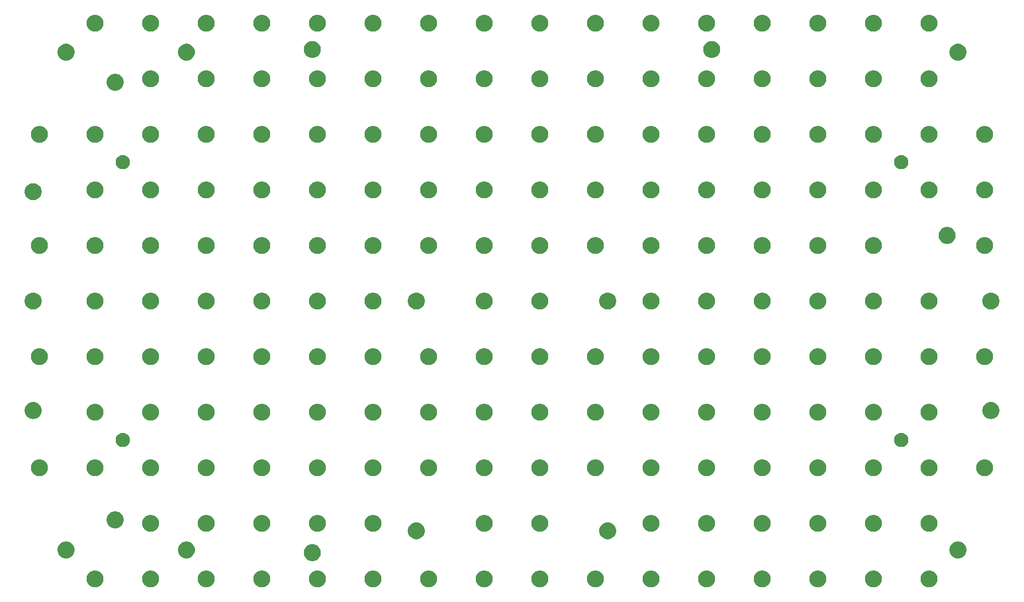
<source format=gbr>
G04 #@! TF.GenerationSoftware,KiCad,Pcbnew,5.1.5-52549c5~86~ubuntu18.04.1*
G04 #@! TF.CreationDate,2020-08-27T00:23:14-05:00*
G04 #@! TF.ProjectId,A02,4130322e-6b69-4636-9164-5f7063625858,rev?*
G04 #@! TF.SameCoordinates,Original*
G04 #@! TF.FileFunction,Soldermask,Bot*
G04 #@! TF.FilePolarity,Negative*
%FSLAX46Y46*%
G04 Gerber Fmt 4.6, Leading zero omitted, Abs format (unit mm)*
G04 Created by KiCad (PCBNEW 5.1.5-52549c5~86~ubuntu18.04.1) date 2020-08-27 00:23:14*
%MOMM*%
%LPD*%
G04 APERTURE LIST*
%ADD10C,0.100000*%
G04 APERTURE END LIST*
D10*
G36*
X34272585Y-123888802D02*
G01*
X34422410Y-123918604D01*
X34704674Y-124035521D01*
X34958705Y-124205259D01*
X35174741Y-124421295D01*
X35344479Y-124675326D01*
X35461396Y-124957590D01*
X35521000Y-125257240D01*
X35521000Y-125562760D01*
X35461396Y-125862410D01*
X35344479Y-126144674D01*
X35174741Y-126398705D01*
X34958705Y-126614741D01*
X34704674Y-126784479D01*
X34422410Y-126901396D01*
X34272585Y-126931198D01*
X34122761Y-126961000D01*
X33817239Y-126961000D01*
X33667415Y-126931198D01*
X33517590Y-126901396D01*
X33235326Y-126784479D01*
X32981295Y-126614741D01*
X32765259Y-126398705D01*
X32595521Y-126144674D01*
X32478604Y-125862410D01*
X32419000Y-125562760D01*
X32419000Y-125257240D01*
X32478604Y-124957590D01*
X32595521Y-124675326D01*
X32765259Y-124421295D01*
X32981295Y-124205259D01*
X33235326Y-124035521D01*
X33517590Y-123918604D01*
X33667415Y-123888802D01*
X33817239Y-123859000D01*
X34122761Y-123859000D01*
X34272585Y-123888802D01*
G37*
G36*
X125712585Y-123888802D02*
G01*
X125862410Y-123918604D01*
X126144674Y-124035521D01*
X126398705Y-124205259D01*
X126614741Y-124421295D01*
X126784479Y-124675326D01*
X126901396Y-124957590D01*
X126961000Y-125257240D01*
X126961000Y-125562760D01*
X126901396Y-125862410D01*
X126784479Y-126144674D01*
X126614741Y-126398705D01*
X126398705Y-126614741D01*
X126144674Y-126784479D01*
X125862410Y-126901396D01*
X125712585Y-126931198D01*
X125562761Y-126961000D01*
X125257239Y-126961000D01*
X125107415Y-126931198D01*
X124957590Y-126901396D01*
X124675326Y-126784479D01*
X124421295Y-126614741D01*
X124205259Y-126398705D01*
X124035521Y-126144674D01*
X123918604Y-125862410D01*
X123859000Y-125562760D01*
X123859000Y-125257240D01*
X123918604Y-124957590D01*
X124035521Y-124675326D01*
X124205259Y-124421295D01*
X124421295Y-124205259D01*
X124675326Y-124035521D01*
X124957590Y-123918604D01*
X125107415Y-123888802D01*
X125257239Y-123859000D01*
X125562761Y-123859000D01*
X125712585Y-123888802D01*
G37*
G36*
X186672585Y-123888802D02*
G01*
X186822410Y-123918604D01*
X187104674Y-124035521D01*
X187358705Y-124205259D01*
X187574741Y-124421295D01*
X187744479Y-124675326D01*
X187861396Y-124957590D01*
X187921000Y-125257240D01*
X187921000Y-125562760D01*
X187861396Y-125862410D01*
X187744479Y-126144674D01*
X187574741Y-126398705D01*
X187358705Y-126614741D01*
X187104674Y-126784479D01*
X186822410Y-126901396D01*
X186672585Y-126931198D01*
X186522761Y-126961000D01*
X186217239Y-126961000D01*
X186067415Y-126931198D01*
X185917590Y-126901396D01*
X185635326Y-126784479D01*
X185381295Y-126614741D01*
X185165259Y-126398705D01*
X184995521Y-126144674D01*
X184878604Y-125862410D01*
X184819000Y-125562760D01*
X184819000Y-125257240D01*
X184878604Y-124957590D01*
X184995521Y-124675326D01*
X185165259Y-124421295D01*
X185381295Y-124205259D01*
X185635326Y-124035521D01*
X185917590Y-123918604D01*
X186067415Y-123888802D01*
X186217239Y-123859000D01*
X186522761Y-123859000D01*
X186672585Y-123888802D01*
G37*
G36*
X176512585Y-123888802D02*
G01*
X176662410Y-123918604D01*
X176944674Y-124035521D01*
X177198705Y-124205259D01*
X177414741Y-124421295D01*
X177584479Y-124675326D01*
X177701396Y-124957590D01*
X177761000Y-125257240D01*
X177761000Y-125562760D01*
X177701396Y-125862410D01*
X177584479Y-126144674D01*
X177414741Y-126398705D01*
X177198705Y-126614741D01*
X176944674Y-126784479D01*
X176662410Y-126901396D01*
X176512585Y-126931198D01*
X176362761Y-126961000D01*
X176057239Y-126961000D01*
X175907415Y-126931198D01*
X175757590Y-126901396D01*
X175475326Y-126784479D01*
X175221295Y-126614741D01*
X175005259Y-126398705D01*
X174835521Y-126144674D01*
X174718604Y-125862410D01*
X174659000Y-125562760D01*
X174659000Y-125257240D01*
X174718604Y-124957590D01*
X174835521Y-124675326D01*
X175005259Y-124421295D01*
X175221295Y-124205259D01*
X175475326Y-124035521D01*
X175757590Y-123918604D01*
X175907415Y-123888802D01*
X176057239Y-123859000D01*
X176362761Y-123859000D01*
X176512585Y-123888802D01*
G37*
G36*
X166352585Y-123888802D02*
G01*
X166502410Y-123918604D01*
X166784674Y-124035521D01*
X167038705Y-124205259D01*
X167254741Y-124421295D01*
X167424479Y-124675326D01*
X167541396Y-124957590D01*
X167601000Y-125257240D01*
X167601000Y-125562760D01*
X167541396Y-125862410D01*
X167424479Y-126144674D01*
X167254741Y-126398705D01*
X167038705Y-126614741D01*
X166784674Y-126784479D01*
X166502410Y-126901396D01*
X166352585Y-126931198D01*
X166202761Y-126961000D01*
X165897239Y-126961000D01*
X165747415Y-126931198D01*
X165597590Y-126901396D01*
X165315326Y-126784479D01*
X165061295Y-126614741D01*
X164845259Y-126398705D01*
X164675521Y-126144674D01*
X164558604Y-125862410D01*
X164499000Y-125562760D01*
X164499000Y-125257240D01*
X164558604Y-124957590D01*
X164675521Y-124675326D01*
X164845259Y-124421295D01*
X165061295Y-124205259D01*
X165315326Y-124035521D01*
X165597590Y-123918604D01*
X165747415Y-123888802D01*
X165897239Y-123859000D01*
X166202761Y-123859000D01*
X166352585Y-123888802D01*
G37*
G36*
X156192585Y-123888802D02*
G01*
X156342410Y-123918604D01*
X156624674Y-124035521D01*
X156878705Y-124205259D01*
X157094741Y-124421295D01*
X157264479Y-124675326D01*
X157381396Y-124957590D01*
X157441000Y-125257240D01*
X157441000Y-125562760D01*
X157381396Y-125862410D01*
X157264479Y-126144674D01*
X157094741Y-126398705D01*
X156878705Y-126614741D01*
X156624674Y-126784479D01*
X156342410Y-126901396D01*
X156192585Y-126931198D01*
X156042761Y-126961000D01*
X155737239Y-126961000D01*
X155587415Y-126931198D01*
X155437590Y-126901396D01*
X155155326Y-126784479D01*
X154901295Y-126614741D01*
X154685259Y-126398705D01*
X154515521Y-126144674D01*
X154398604Y-125862410D01*
X154339000Y-125562760D01*
X154339000Y-125257240D01*
X154398604Y-124957590D01*
X154515521Y-124675326D01*
X154685259Y-124421295D01*
X154901295Y-124205259D01*
X155155326Y-124035521D01*
X155437590Y-123918604D01*
X155587415Y-123888802D01*
X155737239Y-123859000D01*
X156042761Y-123859000D01*
X156192585Y-123888802D01*
G37*
G36*
X146032585Y-123888802D02*
G01*
X146182410Y-123918604D01*
X146464674Y-124035521D01*
X146718705Y-124205259D01*
X146934741Y-124421295D01*
X147104479Y-124675326D01*
X147221396Y-124957590D01*
X147281000Y-125257240D01*
X147281000Y-125562760D01*
X147221396Y-125862410D01*
X147104479Y-126144674D01*
X146934741Y-126398705D01*
X146718705Y-126614741D01*
X146464674Y-126784479D01*
X146182410Y-126901396D01*
X146032585Y-126931198D01*
X145882761Y-126961000D01*
X145577239Y-126961000D01*
X145427415Y-126931198D01*
X145277590Y-126901396D01*
X144995326Y-126784479D01*
X144741295Y-126614741D01*
X144525259Y-126398705D01*
X144355521Y-126144674D01*
X144238604Y-125862410D01*
X144179000Y-125562760D01*
X144179000Y-125257240D01*
X144238604Y-124957590D01*
X144355521Y-124675326D01*
X144525259Y-124421295D01*
X144741295Y-124205259D01*
X144995326Y-124035521D01*
X145277590Y-123918604D01*
X145427415Y-123888802D01*
X145577239Y-123859000D01*
X145882761Y-123859000D01*
X146032585Y-123888802D01*
G37*
G36*
X135872585Y-123888802D02*
G01*
X136022410Y-123918604D01*
X136304674Y-124035521D01*
X136558705Y-124205259D01*
X136774741Y-124421295D01*
X136944479Y-124675326D01*
X137061396Y-124957590D01*
X137121000Y-125257240D01*
X137121000Y-125562760D01*
X137061396Y-125862410D01*
X136944479Y-126144674D01*
X136774741Y-126398705D01*
X136558705Y-126614741D01*
X136304674Y-126784479D01*
X136022410Y-126901396D01*
X135872585Y-126931198D01*
X135722761Y-126961000D01*
X135417239Y-126961000D01*
X135267415Y-126931198D01*
X135117590Y-126901396D01*
X134835326Y-126784479D01*
X134581295Y-126614741D01*
X134365259Y-126398705D01*
X134195521Y-126144674D01*
X134078604Y-125862410D01*
X134019000Y-125562760D01*
X134019000Y-125257240D01*
X134078604Y-124957590D01*
X134195521Y-124675326D01*
X134365259Y-124421295D01*
X134581295Y-124205259D01*
X134835326Y-124035521D01*
X135117590Y-123918604D01*
X135267415Y-123888802D01*
X135417239Y-123859000D01*
X135722761Y-123859000D01*
X135872585Y-123888802D01*
G37*
G36*
X44432585Y-123888802D02*
G01*
X44582410Y-123918604D01*
X44864674Y-124035521D01*
X45118705Y-124205259D01*
X45334741Y-124421295D01*
X45504479Y-124675326D01*
X45621396Y-124957590D01*
X45681000Y-125257240D01*
X45681000Y-125562760D01*
X45621396Y-125862410D01*
X45504479Y-126144674D01*
X45334741Y-126398705D01*
X45118705Y-126614741D01*
X44864674Y-126784479D01*
X44582410Y-126901396D01*
X44432585Y-126931198D01*
X44282761Y-126961000D01*
X43977239Y-126961000D01*
X43827415Y-126931198D01*
X43677590Y-126901396D01*
X43395326Y-126784479D01*
X43141295Y-126614741D01*
X42925259Y-126398705D01*
X42755521Y-126144674D01*
X42638604Y-125862410D01*
X42579000Y-125562760D01*
X42579000Y-125257240D01*
X42638604Y-124957590D01*
X42755521Y-124675326D01*
X42925259Y-124421295D01*
X43141295Y-124205259D01*
X43395326Y-124035521D01*
X43677590Y-123918604D01*
X43827415Y-123888802D01*
X43977239Y-123859000D01*
X44282761Y-123859000D01*
X44432585Y-123888802D01*
G37*
G36*
X105392585Y-123888802D02*
G01*
X105542410Y-123918604D01*
X105824674Y-124035521D01*
X106078705Y-124205259D01*
X106294741Y-124421295D01*
X106464479Y-124675326D01*
X106581396Y-124957590D01*
X106641000Y-125257240D01*
X106641000Y-125562760D01*
X106581396Y-125862410D01*
X106464479Y-126144674D01*
X106294741Y-126398705D01*
X106078705Y-126614741D01*
X105824674Y-126784479D01*
X105542410Y-126901396D01*
X105392585Y-126931198D01*
X105242761Y-126961000D01*
X104937239Y-126961000D01*
X104787415Y-126931198D01*
X104637590Y-126901396D01*
X104355326Y-126784479D01*
X104101295Y-126614741D01*
X103885259Y-126398705D01*
X103715521Y-126144674D01*
X103598604Y-125862410D01*
X103539000Y-125562760D01*
X103539000Y-125257240D01*
X103598604Y-124957590D01*
X103715521Y-124675326D01*
X103885259Y-124421295D01*
X104101295Y-124205259D01*
X104355326Y-124035521D01*
X104637590Y-123918604D01*
X104787415Y-123888802D01*
X104937239Y-123859000D01*
X105242761Y-123859000D01*
X105392585Y-123888802D01*
G37*
G36*
X115552585Y-123888802D02*
G01*
X115702410Y-123918604D01*
X115984674Y-124035521D01*
X116238705Y-124205259D01*
X116454741Y-124421295D01*
X116624479Y-124675326D01*
X116741396Y-124957590D01*
X116801000Y-125257240D01*
X116801000Y-125562760D01*
X116741396Y-125862410D01*
X116624479Y-126144674D01*
X116454741Y-126398705D01*
X116238705Y-126614741D01*
X115984674Y-126784479D01*
X115702410Y-126901396D01*
X115552585Y-126931198D01*
X115402761Y-126961000D01*
X115097239Y-126961000D01*
X114947415Y-126931198D01*
X114797590Y-126901396D01*
X114515326Y-126784479D01*
X114261295Y-126614741D01*
X114045259Y-126398705D01*
X113875521Y-126144674D01*
X113758604Y-125862410D01*
X113699000Y-125562760D01*
X113699000Y-125257240D01*
X113758604Y-124957590D01*
X113875521Y-124675326D01*
X114045259Y-124421295D01*
X114261295Y-124205259D01*
X114515326Y-124035521D01*
X114797590Y-123918604D01*
X114947415Y-123888802D01*
X115097239Y-123859000D01*
X115402761Y-123859000D01*
X115552585Y-123888802D01*
G37*
G36*
X54592585Y-123888802D02*
G01*
X54742410Y-123918604D01*
X55024674Y-124035521D01*
X55278705Y-124205259D01*
X55494741Y-124421295D01*
X55664479Y-124675326D01*
X55781396Y-124957590D01*
X55841000Y-125257240D01*
X55841000Y-125562760D01*
X55781396Y-125862410D01*
X55664479Y-126144674D01*
X55494741Y-126398705D01*
X55278705Y-126614741D01*
X55024674Y-126784479D01*
X54742410Y-126901396D01*
X54592585Y-126931198D01*
X54442761Y-126961000D01*
X54137239Y-126961000D01*
X53987415Y-126931198D01*
X53837590Y-126901396D01*
X53555326Y-126784479D01*
X53301295Y-126614741D01*
X53085259Y-126398705D01*
X52915521Y-126144674D01*
X52798604Y-125862410D01*
X52739000Y-125562760D01*
X52739000Y-125257240D01*
X52798604Y-124957590D01*
X52915521Y-124675326D01*
X53085259Y-124421295D01*
X53301295Y-124205259D01*
X53555326Y-124035521D01*
X53837590Y-123918604D01*
X53987415Y-123888802D01*
X54137239Y-123859000D01*
X54442761Y-123859000D01*
X54592585Y-123888802D01*
G37*
G36*
X64752585Y-123888802D02*
G01*
X64902410Y-123918604D01*
X65184674Y-124035521D01*
X65438705Y-124205259D01*
X65654741Y-124421295D01*
X65824479Y-124675326D01*
X65941396Y-124957590D01*
X66001000Y-125257240D01*
X66001000Y-125562760D01*
X65941396Y-125862410D01*
X65824479Y-126144674D01*
X65654741Y-126398705D01*
X65438705Y-126614741D01*
X65184674Y-126784479D01*
X64902410Y-126901396D01*
X64752585Y-126931198D01*
X64602761Y-126961000D01*
X64297239Y-126961000D01*
X64147415Y-126931198D01*
X63997590Y-126901396D01*
X63715326Y-126784479D01*
X63461295Y-126614741D01*
X63245259Y-126398705D01*
X63075521Y-126144674D01*
X62958604Y-125862410D01*
X62899000Y-125562760D01*
X62899000Y-125257240D01*
X62958604Y-124957590D01*
X63075521Y-124675326D01*
X63245259Y-124421295D01*
X63461295Y-124205259D01*
X63715326Y-124035521D01*
X63997590Y-123918604D01*
X64147415Y-123888802D01*
X64297239Y-123859000D01*
X64602761Y-123859000D01*
X64752585Y-123888802D01*
G37*
G36*
X85072585Y-123888802D02*
G01*
X85222410Y-123918604D01*
X85504674Y-124035521D01*
X85758705Y-124205259D01*
X85974741Y-124421295D01*
X86144479Y-124675326D01*
X86261396Y-124957590D01*
X86321000Y-125257240D01*
X86321000Y-125562760D01*
X86261396Y-125862410D01*
X86144479Y-126144674D01*
X85974741Y-126398705D01*
X85758705Y-126614741D01*
X85504674Y-126784479D01*
X85222410Y-126901396D01*
X85072585Y-126931198D01*
X84922761Y-126961000D01*
X84617239Y-126961000D01*
X84467415Y-126931198D01*
X84317590Y-126901396D01*
X84035326Y-126784479D01*
X83781295Y-126614741D01*
X83565259Y-126398705D01*
X83395521Y-126144674D01*
X83278604Y-125862410D01*
X83219000Y-125562760D01*
X83219000Y-125257240D01*
X83278604Y-124957590D01*
X83395521Y-124675326D01*
X83565259Y-124421295D01*
X83781295Y-124205259D01*
X84035326Y-124035521D01*
X84317590Y-123918604D01*
X84467415Y-123888802D01*
X84617239Y-123859000D01*
X84922761Y-123859000D01*
X85072585Y-123888802D01*
G37*
G36*
X95232585Y-123888802D02*
G01*
X95382410Y-123918604D01*
X95664674Y-124035521D01*
X95918705Y-124205259D01*
X96134741Y-124421295D01*
X96304479Y-124675326D01*
X96421396Y-124957590D01*
X96481000Y-125257240D01*
X96481000Y-125562760D01*
X96421396Y-125862410D01*
X96304479Y-126144674D01*
X96134741Y-126398705D01*
X95918705Y-126614741D01*
X95664674Y-126784479D01*
X95382410Y-126901396D01*
X95232585Y-126931198D01*
X95082761Y-126961000D01*
X94777239Y-126961000D01*
X94627415Y-126931198D01*
X94477590Y-126901396D01*
X94195326Y-126784479D01*
X93941295Y-126614741D01*
X93725259Y-126398705D01*
X93555521Y-126144674D01*
X93438604Y-125862410D01*
X93379000Y-125562760D01*
X93379000Y-125257240D01*
X93438604Y-124957590D01*
X93555521Y-124675326D01*
X93725259Y-124421295D01*
X93941295Y-124205259D01*
X94195326Y-124035521D01*
X94477590Y-123918604D01*
X94627415Y-123888802D01*
X94777239Y-123859000D01*
X95082761Y-123859000D01*
X95232585Y-123888802D01*
G37*
G36*
X74912585Y-123888802D02*
G01*
X75062410Y-123918604D01*
X75344674Y-124035521D01*
X75598705Y-124205259D01*
X75814741Y-124421295D01*
X75984479Y-124675326D01*
X76101396Y-124957590D01*
X76161000Y-125257240D01*
X76161000Y-125562760D01*
X76101396Y-125862410D01*
X75984479Y-126144674D01*
X75814741Y-126398705D01*
X75598705Y-126614741D01*
X75344674Y-126784479D01*
X75062410Y-126901396D01*
X74912585Y-126931198D01*
X74762761Y-126961000D01*
X74457239Y-126961000D01*
X74307415Y-126931198D01*
X74157590Y-126901396D01*
X73875326Y-126784479D01*
X73621295Y-126614741D01*
X73405259Y-126398705D01*
X73235521Y-126144674D01*
X73118604Y-125862410D01*
X73059000Y-125562760D01*
X73059000Y-125257240D01*
X73118604Y-124957590D01*
X73235521Y-124675326D01*
X73405259Y-124421295D01*
X73621295Y-124205259D01*
X73875326Y-124035521D01*
X74157590Y-123918604D01*
X74307415Y-123888802D01*
X74457239Y-123859000D01*
X74762761Y-123859000D01*
X74912585Y-123888802D01*
G37*
G36*
X73972585Y-119088802D02*
G01*
X74122410Y-119118604D01*
X74404674Y-119235521D01*
X74658705Y-119405259D01*
X74874741Y-119621295D01*
X75044479Y-119875326D01*
X75161396Y-120157590D01*
X75221000Y-120457240D01*
X75221000Y-120762760D01*
X75161396Y-121062410D01*
X75044479Y-121344674D01*
X74874741Y-121598705D01*
X74658705Y-121814741D01*
X74404674Y-121984479D01*
X74122410Y-122101396D01*
X73972585Y-122131198D01*
X73822761Y-122161000D01*
X73517239Y-122161000D01*
X73367415Y-122131198D01*
X73217590Y-122101396D01*
X72935326Y-121984479D01*
X72681295Y-121814741D01*
X72465259Y-121598705D01*
X72295521Y-121344674D01*
X72178604Y-121062410D01*
X72119000Y-120762760D01*
X72119000Y-120457240D01*
X72178604Y-120157590D01*
X72295521Y-119875326D01*
X72465259Y-119621295D01*
X72681295Y-119405259D01*
X72935326Y-119235521D01*
X73217590Y-119118604D01*
X73367415Y-119088802D01*
X73517239Y-119059000D01*
X73822761Y-119059000D01*
X73972585Y-119088802D01*
G37*
G36*
X28972585Y-118588802D02*
G01*
X29122410Y-118618604D01*
X29404674Y-118735521D01*
X29658705Y-118905259D01*
X29874741Y-119121295D01*
X30044479Y-119375326D01*
X30161396Y-119657590D01*
X30221000Y-119957240D01*
X30221000Y-120262760D01*
X30161396Y-120562410D01*
X30044479Y-120844674D01*
X29874741Y-121098705D01*
X29658705Y-121314741D01*
X29404674Y-121484479D01*
X29122410Y-121601396D01*
X28972585Y-121631198D01*
X28822761Y-121661000D01*
X28517239Y-121661000D01*
X28367415Y-121631198D01*
X28217590Y-121601396D01*
X27935326Y-121484479D01*
X27681295Y-121314741D01*
X27465259Y-121098705D01*
X27295521Y-120844674D01*
X27178604Y-120562410D01*
X27119000Y-120262760D01*
X27119000Y-119957240D01*
X27178604Y-119657590D01*
X27295521Y-119375326D01*
X27465259Y-119121295D01*
X27681295Y-118905259D01*
X27935326Y-118735521D01*
X28217590Y-118618604D01*
X28367415Y-118588802D01*
X28517239Y-118559000D01*
X28822761Y-118559000D01*
X28972585Y-118588802D01*
G37*
G36*
X50972585Y-118588802D02*
G01*
X51122410Y-118618604D01*
X51404674Y-118735521D01*
X51658705Y-118905259D01*
X51874741Y-119121295D01*
X52044479Y-119375326D01*
X52161396Y-119657590D01*
X52221000Y-119957240D01*
X52221000Y-120262760D01*
X52161396Y-120562410D01*
X52044479Y-120844674D01*
X51874741Y-121098705D01*
X51658705Y-121314741D01*
X51404674Y-121484479D01*
X51122410Y-121601396D01*
X50972585Y-121631198D01*
X50822761Y-121661000D01*
X50517239Y-121661000D01*
X50367415Y-121631198D01*
X50217590Y-121601396D01*
X49935326Y-121484479D01*
X49681295Y-121314741D01*
X49465259Y-121098705D01*
X49295521Y-120844674D01*
X49178604Y-120562410D01*
X49119000Y-120262760D01*
X49119000Y-119957240D01*
X49178604Y-119657590D01*
X49295521Y-119375326D01*
X49465259Y-119121295D01*
X49681295Y-118905259D01*
X49935326Y-118735521D01*
X50217590Y-118618604D01*
X50367415Y-118588802D01*
X50517239Y-118559000D01*
X50822761Y-118559000D01*
X50972585Y-118588802D01*
G37*
G36*
X191972585Y-118588802D02*
G01*
X192122410Y-118618604D01*
X192404674Y-118735521D01*
X192658705Y-118905259D01*
X192874741Y-119121295D01*
X193044479Y-119375326D01*
X193161396Y-119657590D01*
X193221000Y-119957240D01*
X193221000Y-120262760D01*
X193161396Y-120562410D01*
X193044479Y-120844674D01*
X192874741Y-121098705D01*
X192658705Y-121314741D01*
X192404674Y-121484479D01*
X192122410Y-121601396D01*
X191972585Y-121631198D01*
X191822761Y-121661000D01*
X191517239Y-121661000D01*
X191367415Y-121631198D01*
X191217590Y-121601396D01*
X190935326Y-121484479D01*
X190681295Y-121314741D01*
X190465259Y-121098705D01*
X190295521Y-120844674D01*
X190178604Y-120562410D01*
X190119000Y-120262760D01*
X190119000Y-119957240D01*
X190178604Y-119657590D01*
X190295521Y-119375326D01*
X190465259Y-119121295D01*
X190681295Y-118905259D01*
X190935326Y-118735521D01*
X191217590Y-118618604D01*
X191367415Y-118588802D01*
X191517239Y-118559000D01*
X191822761Y-118559000D01*
X191972585Y-118588802D01*
G37*
G36*
X92972585Y-115088802D02*
G01*
X93122410Y-115118604D01*
X93404674Y-115235521D01*
X93658705Y-115405259D01*
X93874741Y-115621295D01*
X94044479Y-115875326D01*
X94161396Y-116157590D01*
X94221000Y-116457240D01*
X94221000Y-116762760D01*
X94161396Y-117062410D01*
X94044479Y-117344674D01*
X93874741Y-117598705D01*
X93658705Y-117814741D01*
X93404674Y-117984479D01*
X93122410Y-118101396D01*
X92972585Y-118131198D01*
X92822761Y-118161000D01*
X92517239Y-118161000D01*
X92367415Y-118131198D01*
X92217590Y-118101396D01*
X91935326Y-117984479D01*
X91681295Y-117814741D01*
X91465259Y-117598705D01*
X91295521Y-117344674D01*
X91178604Y-117062410D01*
X91119000Y-116762760D01*
X91119000Y-116457240D01*
X91178604Y-116157590D01*
X91295521Y-115875326D01*
X91465259Y-115621295D01*
X91681295Y-115405259D01*
X91935326Y-115235521D01*
X92217590Y-115118604D01*
X92367415Y-115088802D01*
X92517239Y-115059000D01*
X92822761Y-115059000D01*
X92972585Y-115088802D01*
G37*
G36*
X127972585Y-115088802D02*
G01*
X128122410Y-115118604D01*
X128404674Y-115235521D01*
X128658705Y-115405259D01*
X128874741Y-115621295D01*
X129044479Y-115875326D01*
X129161396Y-116157590D01*
X129221000Y-116457240D01*
X129221000Y-116762760D01*
X129161396Y-117062410D01*
X129044479Y-117344674D01*
X128874741Y-117598705D01*
X128658705Y-117814741D01*
X128404674Y-117984479D01*
X128122410Y-118101396D01*
X127972585Y-118131198D01*
X127822761Y-118161000D01*
X127517239Y-118161000D01*
X127367415Y-118131198D01*
X127217590Y-118101396D01*
X126935326Y-117984479D01*
X126681295Y-117814741D01*
X126465259Y-117598705D01*
X126295521Y-117344674D01*
X126178604Y-117062410D01*
X126119000Y-116762760D01*
X126119000Y-116457240D01*
X126178604Y-116157590D01*
X126295521Y-115875326D01*
X126465259Y-115621295D01*
X126681295Y-115405259D01*
X126935326Y-115235521D01*
X127217590Y-115118604D01*
X127367415Y-115088802D01*
X127517239Y-115059000D01*
X127822761Y-115059000D01*
X127972585Y-115088802D01*
G37*
G36*
X44432585Y-113728802D02*
G01*
X44582410Y-113758604D01*
X44864674Y-113875521D01*
X45118705Y-114045259D01*
X45334741Y-114261295D01*
X45504479Y-114515326D01*
X45621396Y-114797590D01*
X45681000Y-115097240D01*
X45681000Y-115402760D01*
X45621396Y-115702410D01*
X45504479Y-115984674D01*
X45334741Y-116238705D01*
X45118705Y-116454741D01*
X44864674Y-116624479D01*
X44582410Y-116741396D01*
X44432585Y-116771198D01*
X44282761Y-116801000D01*
X43977239Y-116801000D01*
X43827415Y-116771198D01*
X43677590Y-116741396D01*
X43395326Y-116624479D01*
X43141295Y-116454741D01*
X42925259Y-116238705D01*
X42755521Y-115984674D01*
X42638604Y-115702410D01*
X42579000Y-115402760D01*
X42579000Y-115097240D01*
X42638604Y-114797590D01*
X42755521Y-114515326D01*
X42925259Y-114261295D01*
X43141295Y-114045259D01*
X43395326Y-113875521D01*
X43677590Y-113758604D01*
X43827415Y-113728802D01*
X43977239Y-113699000D01*
X44282761Y-113699000D01*
X44432585Y-113728802D01*
G37*
G36*
X54592585Y-113728802D02*
G01*
X54742410Y-113758604D01*
X55024674Y-113875521D01*
X55278705Y-114045259D01*
X55494741Y-114261295D01*
X55664479Y-114515326D01*
X55781396Y-114797590D01*
X55841000Y-115097240D01*
X55841000Y-115402760D01*
X55781396Y-115702410D01*
X55664479Y-115984674D01*
X55494741Y-116238705D01*
X55278705Y-116454741D01*
X55024674Y-116624479D01*
X54742410Y-116741396D01*
X54592585Y-116771198D01*
X54442761Y-116801000D01*
X54137239Y-116801000D01*
X53987415Y-116771198D01*
X53837590Y-116741396D01*
X53555326Y-116624479D01*
X53301295Y-116454741D01*
X53085259Y-116238705D01*
X52915521Y-115984674D01*
X52798604Y-115702410D01*
X52739000Y-115402760D01*
X52739000Y-115097240D01*
X52798604Y-114797590D01*
X52915521Y-114515326D01*
X53085259Y-114261295D01*
X53301295Y-114045259D01*
X53555326Y-113875521D01*
X53837590Y-113758604D01*
X53987415Y-113728802D01*
X54137239Y-113699000D01*
X54442761Y-113699000D01*
X54592585Y-113728802D01*
G37*
G36*
X64752585Y-113728802D02*
G01*
X64902410Y-113758604D01*
X65184674Y-113875521D01*
X65438705Y-114045259D01*
X65654741Y-114261295D01*
X65824479Y-114515326D01*
X65941396Y-114797590D01*
X66001000Y-115097240D01*
X66001000Y-115402760D01*
X65941396Y-115702410D01*
X65824479Y-115984674D01*
X65654741Y-116238705D01*
X65438705Y-116454741D01*
X65184674Y-116624479D01*
X64902410Y-116741396D01*
X64752585Y-116771198D01*
X64602761Y-116801000D01*
X64297239Y-116801000D01*
X64147415Y-116771198D01*
X63997590Y-116741396D01*
X63715326Y-116624479D01*
X63461295Y-116454741D01*
X63245259Y-116238705D01*
X63075521Y-115984674D01*
X62958604Y-115702410D01*
X62899000Y-115402760D01*
X62899000Y-115097240D01*
X62958604Y-114797590D01*
X63075521Y-114515326D01*
X63245259Y-114261295D01*
X63461295Y-114045259D01*
X63715326Y-113875521D01*
X63997590Y-113758604D01*
X64147415Y-113728802D01*
X64297239Y-113699000D01*
X64602761Y-113699000D01*
X64752585Y-113728802D01*
G37*
G36*
X74912585Y-113728802D02*
G01*
X75062410Y-113758604D01*
X75344674Y-113875521D01*
X75598705Y-114045259D01*
X75814741Y-114261295D01*
X75984479Y-114515326D01*
X76101396Y-114797590D01*
X76161000Y-115097240D01*
X76161000Y-115402760D01*
X76101396Y-115702410D01*
X75984479Y-115984674D01*
X75814741Y-116238705D01*
X75598705Y-116454741D01*
X75344674Y-116624479D01*
X75062410Y-116741396D01*
X74912585Y-116771198D01*
X74762761Y-116801000D01*
X74457239Y-116801000D01*
X74307415Y-116771198D01*
X74157590Y-116741396D01*
X73875326Y-116624479D01*
X73621295Y-116454741D01*
X73405259Y-116238705D01*
X73235521Y-115984674D01*
X73118604Y-115702410D01*
X73059000Y-115402760D01*
X73059000Y-115097240D01*
X73118604Y-114797590D01*
X73235521Y-114515326D01*
X73405259Y-114261295D01*
X73621295Y-114045259D01*
X73875326Y-113875521D01*
X74157590Y-113758604D01*
X74307415Y-113728802D01*
X74457239Y-113699000D01*
X74762761Y-113699000D01*
X74912585Y-113728802D01*
G37*
G36*
X85072585Y-113728802D02*
G01*
X85222410Y-113758604D01*
X85504674Y-113875521D01*
X85758705Y-114045259D01*
X85974741Y-114261295D01*
X86144479Y-114515326D01*
X86261396Y-114797590D01*
X86321000Y-115097240D01*
X86321000Y-115402760D01*
X86261396Y-115702410D01*
X86144479Y-115984674D01*
X85974741Y-116238705D01*
X85758705Y-116454741D01*
X85504674Y-116624479D01*
X85222410Y-116741396D01*
X85072585Y-116771198D01*
X84922761Y-116801000D01*
X84617239Y-116801000D01*
X84467415Y-116771198D01*
X84317590Y-116741396D01*
X84035326Y-116624479D01*
X83781295Y-116454741D01*
X83565259Y-116238705D01*
X83395521Y-115984674D01*
X83278604Y-115702410D01*
X83219000Y-115402760D01*
X83219000Y-115097240D01*
X83278604Y-114797590D01*
X83395521Y-114515326D01*
X83565259Y-114261295D01*
X83781295Y-114045259D01*
X84035326Y-113875521D01*
X84317590Y-113758604D01*
X84467415Y-113728802D01*
X84617239Y-113699000D01*
X84922761Y-113699000D01*
X85072585Y-113728802D01*
G37*
G36*
X105392585Y-113728802D02*
G01*
X105542410Y-113758604D01*
X105824674Y-113875521D01*
X106078705Y-114045259D01*
X106294741Y-114261295D01*
X106464479Y-114515326D01*
X106581396Y-114797590D01*
X106641000Y-115097240D01*
X106641000Y-115402760D01*
X106581396Y-115702410D01*
X106464479Y-115984674D01*
X106294741Y-116238705D01*
X106078705Y-116454741D01*
X105824674Y-116624479D01*
X105542410Y-116741396D01*
X105392585Y-116771198D01*
X105242761Y-116801000D01*
X104937239Y-116801000D01*
X104787415Y-116771198D01*
X104637590Y-116741396D01*
X104355326Y-116624479D01*
X104101295Y-116454741D01*
X103885259Y-116238705D01*
X103715521Y-115984674D01*
X103598604Y-115702410D01*
X103539000Y-115402760D01*
X103539000Y-115097240D01*
X103598604Y-114797590D01*
X103715521Y-114515326D01*
X103885259Y-114261295D01*
X104101295Y-114045259D01*
X104355326Y-113875521D01*
X104637590Y-113758604D01*
X104787415Y-113728802D01*
X104937239Y-113699000D01*
X105242761Y-113699000D01*
X105392585Y-113728802D01*
G37*
G36*
X146032585Y-113728802D02*
G01*
X146182410Y-113758604D01*
X146464674Y-113875521D01*
X146718705Y-114045259D01*
X146934741Y-114261295D01*
X147104479Y-114515326D01*
X147221396Y-114797590D01*
X147281000Y-115097240D01*
X147281000Y-115402760D01*
X147221396Y-115702410D01*
X147104479Y-115984674D01*
X146934741Y-116238705D01*
X146718705Y-116454741D01*
X146464674Y-116624479D01*
X146182410Y-116741396D01*
X146032585Y-116771198D01*
X145882761Y-116801000D01*
X145577239Y-116801000D01*
X145427415Y-116771198D01*
X145277590Y-116741396D01*
X144995326Y-116624479D01*
X144741295Y-116454741D01*
X144525259Y-116238705D01*
X144355521Y-115984674D01*
X144238604Y-115702410D01*
X144179000Y-115402760D01*
X144179000Y-115097240D01*
X144238604Y-114797590D01*
X144355521Y-114515326D01*
X144525259Y-114261295D01*
X144741295Y-114045259D01*
X144995326Y-113875521D01*
X145277590Y-113758604D01*
X145427415Y-113728802D01*
X145577239Y-113699000D01*
X145882761Y-113699000D01*
X146032585Y-113728802D01*
G37*
G36*
X156192585Y-113728802D02*
G01*
X156342410Y-113758604D01*
X156624674Y-113875521D01*
X156878705Y-114045259D01*
X157094741Y-114261295D01*
X157264479Y-114515326D01*
X157381396Y-114797590D01*
X157441000Y-115097240D01*
X157441000Y-115402760D01*
X157381396Y-115702410D01*
X157264479Y-115984674D01*
X157094741Y-116238705D01*
X156878705Y-116454741D01*
X156624674Y-116624479D01*
X156342410Y-116741396D01*
X156192585Y-116771198D01*
X156042761Y-116801000D01*
X155737239Y-116801000D01*
X155587415Y-116771198D01*
X155437590Y-116741396D01*
X155155326Y-116624479D01*
X154901295Y-116454741D01*
X154685259Y-116238705D01*
X154515521Y-115984674D01*
X154398604Y-115702410D01*
X154339000Y-115402760D01*
X154339000Y-115097240D01*
X154398604Y-114797590D01*
X154515521Y-114515326D01*
X154685259Y-114261295D01*
X154901295Y-114045259D01*
X155155326Y-113875521D01*
X155437590Y-113758604D01*
X155587415Y-113728802D01*
X155737239Y-113699000D01*
X156042761Y-113699000D01*
X156192585Y-113728802D01*
G37*
G36*
X166352585Y-113728802D02*
G01*
X166502410Y-113758604D01*
X166784674Y-113875521D01*
X167038705Y-114045259D01*
X167254741Y-114261295D01*
X167424479Y-114515326D01*
X167541396Y-114797590D01*
X167601000Y-115097240D01*
X167601000Y-115402760D01*
X167541396Y-115702410D01*
X167424479Y-115984674D01*
X167254741Y-116238705D01*
X167038705Y-116454741D01*
X166784674Y-116624479D01*
X166502410Y-116741396D01*
X166352585Y-116771198D01*
X166202761Y-116801000D01*
X165897239Y-116801000D01*
X165747415Y-116771198D01*
X165597590Y-116741396D01*
X165315326Y-116624479D01*
X165061295Y-116454741D01*
X164845259Y-116238705D01*
X164675521Y-115984674D01*
X164558604Y-115702410D01*
X164499000Y-115402760D01*
X164499000Y-115097240D01*
X164558604Y-114797590D01*
X164675521Y-114515326D01*
X164845259Y-114261295D01*
X165061295Y-114045259D01*
X165315326Y-113875521D01*
X165597590Y-113758604D01*
X165747415Y-113728802D01*
X165897239Y-113699000D01*
X166202761Y-113699000D01*
X166352585Y-113728802D01*
G37*
G36*
X176512585Y-113728802D02*
G01*
X176662410Y-113758604D01*
X176944674Y-113875521D01*
X177198705Y-114045259D01*
X177414741Y-114261295D01*
X177584479Y-114515326D01*
X177701396Y-114797590D01*
X177761000Y-115097240D01*
X177761000Y-115402760D01*
X177701396Y-115702410D01*
X177584479Y-115984674D01*
X177414741Y-116238705D01*
X177198705Y-116454741D01*
X176944674Y-116624479D01*
X176662410Y-116741396D01*
X176512585Y-116771198D01*
X176362761Y-116801000D01*
X176057239Y-116801000D01*
X175907415Y-116771198D01*
X175757590Y-116741396D01*
X175475326Y-116624479D01*
X175221295Y-116454741D01*
X175005259Y-116238705D01*
X174835521Y-115984674D01*
X174718604Y-115702410D01*
X174659000Y-115402760D01*
X174659000Y-115097240D01*
X174718604Y-114797590D01*
X174835521Y-114515326D01*
X175005259Y-114261295D01*
X175221295Y-114045259D01*
X175475326Y-113875521D01*
X175757590Y-113758604D01*
X175907415Y-113728802D01*
X176057239Y-113699000D01*
X176362761Y-113699000D01*
X176512585Y-113728802D01*
G37*
G36*
X186672585Y-113728802D02*
G01*
X186822410Y-113758604D01*
X187104674Y-113875521D01*
X187358705Y-114045259D01*
X187574741Y-114261295D01*
X187744479Y-114515326D01*
X187861396Y-114797590D01*
X187921000Y-115097240D01*
X187921000Y-115402760D01*
X187861396Y-115702410D01*
X187744479Y-115984674D01*
X187574741Y-116238705D01*
X187358705Y-116454741D01*
X187104674Y-116624479D01*
X186822410Y-116741396D01*
X186672585Y-116771198D01*
X186522761Y-116801000D01*
X186217239Y-116801000D01*
X186067415Y-116771198D01*
X185917590Y-116741396D01*
X185635326Y-116624479D01*
X185381295Y-116454741D01*
X185165259Y-116238705D01*
X184995521Y-115984674D01*
X184878604Y-115702410D01*
X184819000Y-115402760D01*
X184819000Y-115097240D01*
X184878604Y-114797590D01*
X184995521Y-114515326D01*
X185165259Y-114261295D01*
X185381295Y-114045259D01*
X185635326Y-113875521D01*
X185917590Y-113758604D01*
X186067415Y-113728802D01*
X186217239Y-113699000D01*
X186522761Y-113699000D01*
X186672585Y-113728802D01*
G37*
G36*
X135872585Y-113728802D02*
G01*
X136022410Y-113758604D01*
X136304674Y-113875521D01*
X136558705Y-114045259D01*
X136774741Y-114261295D01*
X136944479Y-114515326D01*
X137061396Y-114797590D01*
X137121000Y-115097240D01*
X137121000Y-115402760D01*
X137061396Y-115702410D01*
X136944479Y-115984674D01*
X136774741Y-116238705D01*
X136558705Y-116454741D01*
X136304674Y-116624479D01*
X136022410Y-116741396D01*
X135872585Y-116771198D01*
X135722761Y-116801000D01*
X135417239Y-116801000D01*
X135267415Y-116771198D01*
X135117590Y-116741396D01*
X134835326Y-116624479D01*
X134581295Y-116454741D01*
X134365259Y-116238705D01*
X134195521Y-115984674D01*
X134078604Y-115702410D01*
X134019000Y-115402760D01*
X134019000Y-115097240D01*
X134078604Y-114797590D01*
X134195521Y-114515326D01*
X134365259Y-114261295D01*
X134581295Y-114045259D01*
X134835326Y-113875521D01*
X135117590Y-113758604D01*
X135267415Y-113728802D01*
X135417239Y-113699000D01*
X135722761Y-113699000D01*
X135872585Y-113728802D01*
G37*
G36*
X115552585Y-113728802D02*
G01*
X115702410Y-113758604D01*
X115984674Y-113875521D01*
X116238705Y-114045259D01*
X116454741Y-114261295D01*
X116624479Y-114515326D01*
X116741396Y-114797590D01*
X116801000Y-115097240D01*
X116801000Y-115402760D01*
X116741396Y-115702410D01*
X116624479Y-115984674D01*
X116454741Y-116238705D01*
X116238705Y-116454741D01*
X115984674Y-116624479D01*
X115702410Y-116741396D01*
X115552585Y-116771198D01*
X115402761Y-116801000D01*
X115097239Y-116801000D01*
X114947415Y-116771198D01*
X114797590Y-116741396D01*
X114515326Y-116624479D01*
X114261295Y-116454741D01*
X114045259Y-116238705D01*
X113875521Y-115984674D01*
X113758604Y-115702410D01*
X113699000Y-115402760D01*
X113699000Y-115097240D01*
X113758604Y-114797590D01*
X113875521Y-114515326D01*
X114045259Y-114261295D01*
X114261295Y-114045259D01*
X114515326Y-113875521D01*
X114797590Y-113758604D01*
X114947415Y-113728802D01*
X115097239Y-113699000D01*
X115402761Y-113699000D01*
X115552585Y-113728802D01*
G37*
G36*
X37972585Y-113088802D02*
G01*
X38122410Y-113118604D01*
X38404674Y-113235521D01*
X38658705Y-113405259D01*
X38874741Y-113621295D01*
X39044479Y-113875326D01*
X39161396Y-114157590D01*
X39221000Y-114457240D01*
X39221000Y-114762760D01*
X39161396Y-115062410D01*
X39044479Y-115344674D01*
X38874741Y-115598705D01*
X38658705Y-115814741D01*
X38404674Y-115984479D01*
X38122410Y-116101396D01*
X37972585Y-116131198D01*
X37822761Y-116161000D01*
X37517239Y-116161000D01*
X37367415Y-116131198D01*
X37217590Y-116101396D01*
X36935326Y-115984479D01*
X36681295Y-115814741D01*
X36465259Y-115598705D01*
X36295521Y-115344674D01*
X36178604Y-115062410D01*
X36119000Y-114762760D01*
X36119000Y-114457240D01*
X36178604Y-114157590D01*
X36295521Y-113875326D01*
X36465259Y-113621295D01*
X36681295Y-113405259D01*
X36935326Y-113235521D01*
X37217590Y-113118604D01*
X37367415Y-113088802D01*
X37517239Y-113059000D01*
X37822761Y-113059000D01*
X37972585Y-113088802D01*
G37*
G36*
X176512585Y-103568802D02*
G01*
X176662410Y-103598604D01*
X176944674Y-103715521D01*
X177198705Y-103885259D01*
X177414741Y-104101295D01*
X177584479Y-104355326D01*
X177701396Y-104637590D01*
X177761000Y-104937240D01*
X177761000Y-105242760D01*
X177701396Y-105542410D01*
X177584479Y-105824674D01*
X177414741Y-106078705D01*
X177198705Y-106294741D01*
X176944674Y-106464479D01*
X176662410Y-106581396D01*
X176512585Y-106611198D01*
X176362761Y-106641000D01*
X176057239Y-106641000D01*
X175907415Y-106611198D01*
X175757590Y-106581396D01*
X175475326Y-106464479D01*
X175221295Y-106294741D01*
X175005259Y-106078705D01*
X174835521Y-105824674D01*
X174718604Y-105542410D01*
X174659000Y-105242760D01*
X174659000Y-104937240D01*
X174718604Y-104637590D01*
X174835521Y-104355326D01*
X175005259Y-104101295D01*
X175221295Y-103885259D01*
X175475326Y-103715521D01*
X175757590Y-103598604D01*
X175907415Y-103568802D01*
X176057239Y-103539000D01*
X176362761Y-103539000D01*
X176512585Y-103568802D01*
G37*
G36*
X24112585Y-103568802D02*
G01*
X24262410Y-103598604D01*
X24544674Y-103715521D01*
X24798705Y-103885259D01*
X25014741Y-104101295D01*
X25184479Y-104355326D01*
X25301396Y-104637590D01*
X25361000Y-104937240D01*
X25361000Y-105242760D01*
X25301396Y-105542410D01*
X25184479Y-105824674D01*
X25014741Y-106078705D01*
X24798705Y-106294741D01*
X24544674Y-106464479D01*
X24262410Y-106581396D01*
X24112585Y-106611198D01*
X23962761Y-106641000D01*
X23657239Y-106641000D01*
X23507415Y-106611198D01*
X23357590Y-106581396D01*
X23075326Y-106464479D01*
X22821295Y-106294741D01*
X22605259Y-106078705D01*
X22435521Y-105824674D01*
X22318604Y-105542410D01*
X22259000Y-105242760D01*
X22259000Y-104937240D01*
X22318604Y-104637590D01*
X22435521Y-104355326D01*
X22605259Y-104101295D01*
X22821295Y-103885259D01*
X23075326Y-103715521D01*
X23357590Y-103598604D01*
X23507415Y-103568802D01*
X23657239Y-103539000D01*
X23962761Y-103539000D01*
X24112585Y-103568802D01*
G37*
G36*
X125712585Y-103568802D02*
G01*
X125862410Y-103598604D01*
X126144674Y-103715521D01*
X126398705Y-103885259D01*
X126614741Y-104101295D01*
X126784479Y-104355326D01*
X126901396Y-104637590D01*
X126961000Y-104937240D01*
X126961000Y-105242760D01*
X126901396Y-105542410D01*
X126784479Y-105824674D01*
X126614741Y-106078705D01*
X126398705Y-106294741D01*
X126144674Y-106464479D01*
X125862410Y-106581396D01*
X125712585Y-106611198D01*
X125562761Y-106641000D01*
X125257239Y-106641000D01*
X125107415Y-106611198D01*
X124957590Y-106581396D01*
X124675326Y-106464479D01*
X124421295Y-106294741D01*
X124205259Y-106078705D01*
X124035521Y-105824674D01*
X123918604Y-105542410D01*
X123859000Y-105242760D01*
X123859000Y-104937240D01*
X123918604Y-104637590D01*
X124035521Y-104355326D01*
X124205259Y-104101295D01*
X124421295Y-103885259D01*
X124675326Y-103715521D01*
X124957590Y-103598604D01*
X125107415Y-103568802D01*
X125257239Y-103539000D01*
X125562761Y-103539000D01*
X125712585Y-103568802D01*
G37*
G36*
X135872585Y-103568802D02*
G01*
X136022410Y-103598604D01*
X136304674Y-103715521D01*
X136558705Y-103885259D01*
X136774741Y-104101295D01*
X136944479Y-104355326D01*
X137061396Y-104637590D01*
X137121000Y-104937240D01*
X137121000Y-105242760D01*
X137061396Y-105542410D01*
X136944479Y-105824674D01*
X136774741Y-106078705D01*
X136558705Y-106294741D01*
X136304674Y-106464479D01*
X136022410Y-106581396D01*
X135872585Y-106611198D01*
X135722761Y-106641000D01*
X135417239Y-106641000D01*
X135267415Y-106611198D01*
X135117590Y-106581396D01*
X134835326Y-106464479D01*
X134581295Y-106294741D01*
X134365259Y-106078705D01*
X134195521Y-105824674D01*
X134078604Y-105542410D01*
X134019000Y-105242760D01*
X134019000Y-104937240D01*
X134078604Y-104637590D01*
X134195521Y-104355326D01*
X134365259Y-104101295D01*
X134581295Y-103885259D01*
X134835326Y-103715521D01*
X135117590Y-103598604D01*
X135267415Y-103568802D01*
X135417239Y-103539000D01*
X135722761Y-103539000D01*
X135872585Y-103568802D01*
G37*
G36*
X146032585Y-103568802D02*
G01*
X146182410Y-103598604D01*
X146464674Y-103715521D01*
X146718705Y-103885259D01*
X146934741Y-104101295D01*
X147104479Y-104355326D01*
X147221396Y-104637590D01*
X147281000Y-104937240D01*
X147281000Y-105242760D01*
X147221396Y-105542410D01*
X147104479Y-105824674D01*
X146934741Y-106078705D01*
X146718705Y-106294741D01*
X146464674Y-106464479D01*
X146182410Y-106581396D01*
X146032585Y-106611198D01*
X145882761Y-106641000D01*
X145577239Y-106641000D01*
X145427415Y-106611198D01*
X145277590Y-106581396D01*
X144995326Y-106464479D01*
X144741295Y-106294741D01*
X144525259Y-106078705D01*
X144355521Y-105824674D01*
X144238604Y-105542410D01*
X144179000Y-105242760D01*
X144179000Y-104937240D01*
X144238604Y-104637590D01*
X144355521Y-104355326D01*
X144525259Y-104101295D01*
X144741295Y-103885259D01*
X144995326Y-103715521D01*
X145277590Y-103598604D01*
X145427415Y-103568802D01*
X145577239Y-103539000D01*
X145882761Y-103539000D01*
X146032585Y-103568802D01*
G37*
G36*
X156192585Y-103568802D02*
G01*
X156342410Y-103598604D01*
X156624674Y-103715521D01*
X156878705Y-103885259D01*
X157094741Y-104101295D01*
X157264479Y-104355326D01*
X157381396Y-104637590D01*
X157441000Y-104937240D01*
X157441000Y-105242760D01*
X157381396Y-105542410D01*
X157264479Y-105824674D01*
X157094741Y-106078705D01*
X156878705Y-106294741D01*
X156624674Y-106464479D01*
X156342410Y-106581396D01*
X156192585Y-106611198D01*
X156042761Y-106641000D01*
X155737239Y-106641000D01*
X155587415Y-106611198D01*
X155437590Y-106581396D01*
X155155326Y-106464479D01*
X154901295Y-106294741D01*
X154685259Y-106078705D01*
X154515521Y-105824674D01*
X154398604Y-105542410D01*
X154339000Y-105242760D01*
X154339000Y-104937240D01*
X154398604Y-104637590D01*
X154515521Y-104355326D01*
X154685259Y-104101295D01*
X154901295Y-103885259D01*
X155155326Y-103715521D01*
X155437590Y-103598604D01*
X155587415Y-103568802D01*
X155737239Y-103539000D01*
X156042761Y-103539000D01*
X156192585Y-103568802D01*
G37*
G36*
X166352585Y-103568802D02*
G01*
X166502410Y-103598604D01*
X166784674Y-103715521D01*
X167038705Y-103885259D01*
X167254741Y-104101295D01*
X167424479Y-104355326D01*
X167541396Y-104637590D01*
X167601000Y-104937240D01*
X167601000Y-105242760D01*
X167541396Y-105542410D01*
X167424479Y-105824674D01*
X167254741Y-106078705D01*
X167038705Y-106294741D01*
X166784674Y-106464479D01*
X166502410Y-106581396D01*
X166352585Y-106611198D01*
X166202761Y-106641000D01*
X165897239Y-106641000D01*
X165747415Y-106611198D01*
X165597590Y-106581396D01*
X165315326Y-106464479D01*
X165061295Y-106294741D01*
X164845259Y-106078705D01*
X164675521Y-105824674D01*
X164558604Y-105542410D01*
X164499000Y-105242760D01*
X164499000Y-104937240D01*
X164558604Y-104637590D01*
X164675521Y-104355326D01*
X164845259Y-104101295D01*
X165061295Y-103885259D01*
X165315326Y-103715521D01*
X165597590Y-103598604D01*
X165747415Y-103568802D01*
X165897239Y-103539000D01*
X166202761Y-103539000D01*
X166352585Y-103568802D01*
G37*
G36*
X186672585Y-103568802D02*
G01*
X186822410Y-103598604D01*
X187104674Y-103715521D01*
X187358705Y-103885259D01*
X187574741Y-104101295D01*
X187744479Y-104355326D01*
X187861396Y-104637590D01*
X187921000Y-104937240D01*
X187921000Y-105242760D01*
X187861396Y-105542410D01*
X187744479Y-105824674D01*
X187574741Y-106078705D01*
X187358705Y-106294741D01*
X187104674Y-106464479D01*
X186822410Y-106581396D01*
X186672585Y-106611198D01*
X186522761Y-106641000D01*
X186217239Y-106641000D01*
X186067415Y-106611198D01*
X185917590Y-106581396D01*
X185635326Y-106464479D01*
X185381295Y-106294741D01*
X185165259Y-106078705D01*
X184995521Y-105824674D01*
X184878604Y-105542410D01*
X184819000Y-105242760D01*
X184819000Y-104937240D01*
X184878604Y-104637590D01*
X184995521Y-104355326D01*
X185165259Y-104101295D01*
X185381295Y-103885259D01*
X185635326Y-103715521D01*
X185917590Y-103598604D01*
X186067415Y-103568802D01*
X186217239Y-103539000D01*
X186522761Y-103539000D01*
X186672585Y-103568802D01*
G37*
G36*
X196832585Y-103568802D02*
G01*
X196982410Y-103598604D01*
X197264674Y-103715521D01*
X197518705Y-103885259D01*
X197734741Y-104101295D01*
X197904479Y-104355326D01*
X198021396Y-104637590D01*
X198081000Y-104937240D01*
X198081000Y-105242760D01*
X198021396Y-105542410D01*
X197904479Y-105824674D01*
X197734741Y-106078705D01*
X197518705Y-106294741D01*
X197264674Y-106464479D01*
X196982410Y-106581396D01*
X196832585Y-106611198D01*
X196682761Y-106641000D01*
X196377239Y-106641000D01*
X196227415Y-106611198D01*
X196077590Y-106581396D01*
X195795326Y-106464479D01*
X195541295Y-106294741D01*
X195325259Y-106078705D01*
X195155521Y-105824674D01*
X195038604Y-105542410D01*
X194979000Y-105242760D01*
X194979000Y-104937240D01*
X195038604Y-104637590D01*
X195155521Y-104355326D01*
X195325259Y-104101295D01*
X195541295Y-103885259D01*
X195795326Y-103715521D01*
X196077590Y-103598604D01*
X196227415Y-103568802D01*
X196377239Y-103539000D01*
X196682761Y-103539000D01*
X196832585Y-103568802D01*
G37*
G36*
X34272585Y-103568802D02*
G01*
X34422410Y-103598604D01*
X34704674Y-103715521D01*
X34958705Y-103885259D01*
X35174741Y-104101295D01*
X35344479Y-104355326D01*
X35461396Y-104637590D01*
X35521000Y-104937240D01*
X35521000Y-105242760D01*
X35461396Y-105542410D01*
X35344479Y-105824674D01*
X35174741Y-106078705D01*
X34958705Y-106294741D01*
X34704674Y-106464479D01*
X34422410Y-106581396D01*
X34272585Y-106611198D01*
X34122761Y-106641000D01*
X33817239Y-106641000D01*
X33667415Y-106611198D01*
X33517590Y-106581396D01*
X33235326Y-106464479D01*
X32981295Y-106294741D01*
X32765259Y-106078705D01*
X32595521Y-105824674D01*
X32478604Y-105542410D01*
X32419000Y-105242760D01*
X32419000Y-104937240D01*
X32478604Y-104637590D01*
X32595521Y-104355326D01*
X32765259Y-104101295D01*
X32981295Y-103885259D01*
X33235326Y-103715521D01*
X33517590Y-103598604D01*
X33667415Y-103568802D01*
X33817239Y-103539000D01*
X34122761Y-103539000D01*
X34272585Y-103568802D01*
G37*
G36*
X44432585Y-103568802D02*
G01*
X44582410Y-103598604D01*
X44864674Y-103715521D01*
X45118705Y-103885259D01*
X45334741Y-104101295D01*
X45504479Y-104355326D01*
X45621396Y-104637590D01*
X45681000Y-104937240D01*
X45681000Y-105242760D01*
X45621396Y-105542410D01*
X45504479Y-105824674D01*
X45334741Y-106078705D01*
X45118705Y-106294741D01*
X44864674Y-106464479D01*
X44582410Y-106581396D01*
X44432585Y-106611198D01*
X44282761Y-106641000D01*
X43977239Y-106641000D01*
X43827415Y-106611198D01*
X43677590Y-106581396D01*
X43395326Y-106464479D01*
X43141295Y-106294741D01*
X42925259Y-106078705D01*
X42755521Y-105824674D01*
X42638604Y-105542410D01*
X42579000Y-105242760D01*
X42579000Y-104937240D01*
X42638604Y-104637590D01*
X42755521Y-104355326D01*
X42925259Y-104101295D01*
X43141295Y-103885259D01*
X43395326Y-103715521D01*
X43677590Y-103598604D01*
X43827415Y-103568802D01*
X43977239Y-103539000D01*
X44282761Y-103539000D01*
X44432585Y-103568802D01*
G37*
G36*
X54592585Y-103568802D02*
G01*
X54742410Y-103598604D01*
X55024674Y-103715521D01*
X55278705Y-103885259D01*
X55494741Y-104101295D01*
X55664479Y-104355326D01*
X55781396Y-104637590D01*
X55841000Y-104937240D01*
X55841000Y-105242760D01*
X55781396Y-105542410D01*
X55664479Y-105824674D01*
X55494741Y-106078705D01*
X55278705Y-106294741D01*
X55024674Y-106464479D01*
X54742410Y-106581396D01*
X54592585Y-106611198D01*
X54442761Y-106641000D01*
X54137239Y-106641000D01*
X53987415Y-106611198D01*
X53837590Y-106581396D01*
X53555326Y-106464479D01*
X53301295Y-106294741D01*
X53085259Y-106078705D01*
X52915521Y-105824674D01*
X52798604Y-105542410D01*
X52739000Y-105242760D01*
X52739000Y-104937240D01*
X52798604Y-104637590D01*
X52915521Y-104355326D01*
X53085259Y-104101295D01*
X53301295Y-103885259D01*
X53555326Y-103715521D01*
X53837590Y-103598604D01*
X53987415Y-103568802D01*
X54137239Y-103539000D01*
X54442761Y-103539000D01*
X54592585Y-103568802D01*
G37*
G36*
X64752585Y-103568802D02*
G01*
X64902410Y-103598604D01*
X65184674Y-103715521D01*
X65438705Y-103885259D01*
X65654741Y-104101295D01*
X65824479Y-104355326D01*
X65941396Y-104637590D01*
X66001000Y-104937240D01*
X66001000Y-105242760D01*
X65941396Y-105542410D01*
X65824479Y-105824674D01*
X65654741Y-106078705D01*
X65438705Y-106294741D01*
X65184674Y-106464479D01*
X64902410Y-106581396D01*
X64752585Y-106611198D01*
X64602761Y-106641000D01*
X64297239Y-106641000D01*
X64147415Y-106611198D01*
X63997590Y-106581396D01*
X63715326Y-106464479D01*
X63461295Y-106294741D01*
X63245259Y-106078705D01*
X63075521Y-105824674D01*
X62958604Y-105542410D01*
X62899000Y-105242760D01*
X62899000Y-104937240D01*
X62958604Y-104637590D01*
X63075521Y-104355326D01*
X63245259Y-104101295D01*
X63461295Y-103885259D01*
X63715326Y-103715521D01*
X63997590Y-103598604D01*
X64147415Y-103568802D01*
X64297239Y-103539000D01*
X64602761Y-103539000D01*
X64752585Y-103568802D01*
G37*
G36*
X105392585Y-103568802D02*
G01*
X105542410Y-103598604D01*
X105824674Y-103715521D01*
X106078705Y-103885259D01*
X106294741Y-104101295D01*
X106464479Y-104355326D01*
X106581396Y-104637590D01*
X106641000Y-104937240D01*
X106641000Y-105242760D01*
X106581396Y-105542410D01*
X106464479Y-105824674D01*
X106294741Y-106078705D01*
X106078705Y-106294741D01*
X105824674Y-106464479D01*
X105542410Y-106581396D01*
X105392585Y-106611198D01*
X105242761Y-106641000D01*
X104937239Y-106641000D01*
X104787415Y-106611198D01*
X104637590Y-106581396D01*
X104355326Y-106464479D01*
X104101295Y-106294741D01*
X103885259Y-106078705D01*
X103715521Y-105824674D01*
X103598604Y-105542410D01*
X103539000Y-105242760D01*
X103539000Y-104937240D01*
X103598604Y-104637590D01*
X103715521Y-104355326D01*
X103885259Y-104101295D01*
X104101295Y-103885259D01*
X104355326Y-103715521D01*
X104637590Y-103598604D01*
X104787415Y-103568802D01*
X104937239Y-103539000D01*
X105242761Y-103539000D01*
X105392585Y-103568802D01*
G37*
G36*
X95232585Y-103568802D02*
G01*
X95382410Y-103598604D01*
X95664674Y-103715521D01*
X95918705Y-103885259D01*
X96134741Y-104101295D01*
X96304479Y-104355326D01*
X96421396Y-104637590D01*
X96481000Y-104937240D01*
X96481000Y-105242760D01*
X96421396Y-105542410D01*
X96304479Y-105824674D01*
X96134741Y-106078705D01*
X95918705Y-106294741D01*
X95664674Y-106464479D01*
X95382410Y-106581396D01*
X95232585Y-106611198D01*
X95082761Y-106641000D01*
X94777239Y-106641000D01*
X94627415Y-106611198D01*
X94477590Y-106581396D01*
X94195326Y-106464479D01*
X93941295Y-106294741D01*
X93725259Y-106078705D01*
X93555521Y-105824674D01*
X93438604Y-105542410D01*
X93379000Y-105242760D01*
X93379000Y-104937240D01*
X93438604Y-104637590D01*
X93555521Y-104355326D01*
X93725259Y-104101295D01*
X93941295Y-103885259D01*
X94195326Y-103715521D01*
X94477590Y-103598604D01*
X94627415Y-103568802D01*
X94777239Y-103539000D01*
X95082761Y-103539000D01*
X95232585Y-103568802D01*
G37*
G36*
X115552585Y-103568802D02*
G01*
X115702410Y-103598604D01*
X115984674Y-103715521D01*
X116238705Y-103885259D01*
X116454741Y-104101295D01*
X116624479Y-104355326D01*
X116741396Y-104637590D01*
X116801000Y-104937240D01*
X116801000Y-105242760D01*
X116741396Y-105542410D01*
X116624479Y-105824674D01*
X116454741Y-106078705D01*
X116238705Y-106294741D01*
X115984674Y-106464479D01*
X115702410Y-106581396D01*
X115552585Y-106611198D01*
X115402761Y-106641000D01*
X115097239Y-106641000D01*
X114947415Y-106611198D01*
X114797590Y-106581396D01*
X114515326Y-106464479D01*
X114261295Y-106294741D01*
X114045259Y-106078705D01*
X113875521Y-105824674D01*
X113758604Y-105542410D01*
X113699000Y-105242760D01*
X113699000Y-104937240D01*
X113758604Y-104637590D01*
X113875521Y-104355326D01*
X114045259Y-104101295D01*
X114261295Y-103885259D01*
X114515326Y-103715521D01*
X114797590Y-103598604D01*
X114947415Y-103568802D01*
X115097239Y-103539000D01*
X115402761Y-103539000D01*
X115552585Y-103568802D01*
G37*
G36*
X74912585Y-103568802D02*
G01*
X75062410Y-103598604D01*
X75344674Y-103715521D01*
X75598705Y-103885259D01*
X75814741Y-104101295D01*
X75984479Y-104355326D01*
X76101396Y-104637590D01*
X76161000Y-104937240D01*
X76161000Y-105242760D01*
X76101396Y-105542410D01*
X75984479Y-105824674D01*
X75814741Y-106078705D01*
X75598705Y-106294741D01*
X75344674Y-106464479D01*
X75062410Y-106581396D01*
X74912585Y-106611198D01*
X74762761Y-106641000D01*
X74457239Y-106641000D01*
X74307415Y-106611198D01*
X74157590Y-106581396D01*
X73875326Y-106464479D01*
X73621295Y-106294741D01*
X73405259Y-106078705D01*
X73235521Y-105824674D01*
X73118604Y-105542410D01*
X73059000Y-105242760D01*
X73059000Y-104937240D01*
X73118604Y-104637590D01*
X73235521Y-104355326D01*
X73405259Y-104101295D01*
X73621295Y-103885259D01*
X73875326Y-103715521D01*
X74157590Y-103598604D01*
X74307415Y-103568802D01*
X74457239Y-103539000D01*
X74762761Y-103539000D01*
X74912585Y-103568802D01*
G37*
G36*
X85072585Y-103568802D02*
G01*
X85222410Y-103598604D01*
X85504674Y-103715521D01*
X85758705Y-103885259D01*
X85974741Y-104101295D01*
X86144479Y-104355326D01*
X86261396Y-104637590D01*
X86321000Y-104937240D01*
X86321000Y-105242760D01*
X86261396Y-105542410D01*
X86144479Y-105824674D01*
X85974741Y-106078705D01*
X85758705Y-106294741D01*
X85504674Y-106464479D01*
X85222410Y-106581396D01*
X85072585Y-106611198D01*
X84922761Y-106641000D01*
X84617239Y-106641000D01*
X84467415Y-106611198D01*
X84317590Y-106581396D01*
X84035326Y-106464479D01*
X83781295Y-106294741D01*
X83565259Y-106078705D01*
X83395521Y-105824674D01*
X83278604Y-105542410D01*
X83219000Y-105242760D01*
X83219000Y-104937240D01*
X83278604Y-104637590D01*
X83395521Y-104355326D01*
X83565259Y-104101295D01*
X83781295Y-103885259D01*
X84035326Y-103715521D01*
X84317590Y-103598604D01*
X84467415Y-103568802D01*
X84617239Y-103539000D01*
X84922761Y-103539000D01*
X85072585Y-103568802D01*
G37*
G36*
X39429393Y-98759304D02*
G01*
X39666101Y-98857352D01*
X39666103Y-98857353D01*
X39879135Y-98999696D01*
X40060304Y-99180865D01*
X40202647Y-99393897D01*
X40202648Y-99393899D01*
X40300696Y-99630607D01*
X40350680Y-99881893D01*
X40350680Y-100138107D01*
X40300696Y-100389393D01*
X40202648Y-100626101D01*
X40202647Y-100626103D01*
X40060304Y-100839135D01*
X39879135Y-101020304D01*
X39666103Y-101162647D01*
X39666102Y-101162648D01*
X39666101Y-101162648D01*
X39429393Y-101260696D01*
X39178107Y-101310680D01*
X38921893Y-101310680D01*
X38670607Y-101260696D01*
X38433899Y-101162648D01*
X38433898Y-101162648D01*
X38433897Y-101162647D01*
X38220865Y-101020304D01*
X38039696Y-100839135D01*
X37897353Y-100626103D01*
X37897352Y-100626101D01*
X37799304Y-100389393D01*
X37749320Y-100138107D01*
X37749320Y-99881893D01*
X37799304Y-99630607D01*
X37897352Y-99393899D01*
X37897353Y-99393897D01*
X38039696Y-99180865D01*
X38220865Y-98999696D01*
X38433897Y-98857353D01*
X38433899Y-98857352D01*
X38670607Y-98759304D01*
X38921893Y-98709320D01*
X39178107Y-98709320D01*
X39429393Y-98759304D01*
G37*
G36*
X181669393Y-98759304D02*
G01*
X181906101Y-98857352D01*
X181906103Y-98857353D01*
X182119135Y-98999696D01*
X182300304Y-99180865D01*
X182442647Y-99393897D01*
X182442648Y-99393899D01*
X182540696Y-99630607D01*
X182590680Y-99881893D01*
X182590680Y-100138107D01*
X182540696Y-100389393D01*
X182442648Y-100626101D01*
X182442647Y-100626103D01*
X182300304Y-100839135D01*
X182119135Y-101020304D01*
X181906103Y-101162647D01*
X181906102Y-101162648D01*
X181906101Y-101162648D01*
X181669393Y-101260696D01*
X181418107Y-101310680D01*
X181161893Y-101310680D01*
X180910607Y-101260696D01*
X180673899Y-101162648D01*
X180673898Y-101162648D01*
X180673897Y-101162647D01*
X180460865Y-101020304D01*
X180279696Y-100839135D01*
X180137353Y-100626103D01*
X180137352Y-100626101D01*
X180039304Y-100389393D01*
X179989320Y-100138107D01*
X179989320Y-99881893D01*
X180039304Y-99630607D01*
X180137352Y-99393899D01*
X180137353Y-99393897D01*
X180279696Y-99180865D01*
X180460865Y-98999696D01*
X180673897Y-98857353D01*
X180673899Y-98857352D01*
X180910607Y-98759304D01*
X181161893Y-98709320D01*
X181418107Y-98709320D01*
X181669393Y-98759304D01*
G37*
G36*
X156174773Y-93405259D02*
G01*
X156342410Y-93438604D01*
X156624674Y-93555521D01*
X156878705Y-93725259D01*
X157094741Y-93941295D01*
X157264479Y-94195326D01*
X157381396Y-94477590D01*
X157441000Y-94777240D01*
X157441000Y-95082760D01*
X157381396Y-95382410D01*
X157264479Y-95664674D01*
X157094741Y-95918705D01*
X156878705Y-96134741D01*
X156624674Y-96304479D01*
X156342410Y-96421396D01*
X156192585Y-96451198D01*
X156042761Y-96481000D01*
X155737239Y-96481000D01*
X155587415Y-96451198D01*
X155437590Y-96421396D01*
X155155326Y-96304479D01*
X154901295Y-96134741D01*
X154685259Y-95918705D01*
X154515521Y-95664674D01*
X154398604Y-95382410D01*
X154339000Y-95082760D01*
X154339000Y-94777240D01*
X154398604Y-94477590D01*
X154515521Y-94195326D01*
X154685259Y-93941295D01*
X154901295Y-93725259D01*
X155155326Y-93555521D01*
X155437590Y-93438604D01*
X155605227Y-93405259D01*
X155737239Y-93379000D01*
X156042761Y-93379000D01*
X156174773Y-93405259D01*
G37*
G36*
X44414773Y-93405259D02*
G01*
X44582410Y-93438604D01*
X44864674Y-93555521D01*
X45118705Y-93725259D01*
X45334741Y-93941295D01*
X45504479Y-94195326D01*
X45621396Y-94477590D01*
X45681000Y-94777240D01*
X45681000Y-95082760D01*
X45621396Y-95382410D01*
X45504479Y-95664674D01*
X45334741Y-95918705D01*
X45118705Y-96134741D01*
X44864674Y-96304479D01*
X44582410Y-96421396D01*
X44432585Y-96451198D01*
X44282761Y-96481000D01*
X43977239Y-96481000D01*
X43827415Y-96451198D01*
X43677590Y-96421396D01*
X43395326Y-96304479D01*
X43141295Y-96134741D01*
X42925259Y-95918705D01*
X42755521Y-95664674D01*
X42638604Y-95382410D01*
X42579000Y-95082760D01*
X42579000Y-94777240D01*
X42638604Y-94477590D01*
X42755521Y-94195326D01*
X42925259Y-93941295D01*
X43141295Y-93725259D01*
X43395326Y-93555521D01*
X43677590Y-93438604D01*
X43845227Y-93405259D01*
X43977239Y-93379000D01*
X44282761Y-93379000D01*
X44414773Y-93405259D01*
G37*
G36*
X54574773Y-93405259D02*
G01*
X54742410Y-93438604D01*
X55024674Y-93555521D01*
X55278705Y-93725259D01*
X55494741Y-93941295D01*
X55664479Y-94195326D01*
X55781396Y-94477590D01*
X55841000Y-94777240D01*
X55841000Y-95082760D01*
X55781396Y-95382410D01*
X55664479Y-95664674D01*
X55494741Y-95918705D01*
X55278705Y-96134741D01*
X55024674Y-96304479D01*
X54742410Y-96421396D01*
X54592585Y-96451198D01*
X54442761Y-96481000D01*
X54137239Y-96481000D01*
X53987415Y-96451198D01*
X53837590Y-96421396D01*
X53555326Y-96304479D01*
X53301295Y-96134741D01*
X53085259Y-95918705D01*
X52915521Y-95664674D01*
X52798604Y-95382410D01*
X52739000Y-95082760D01*
X52739000Y-94777240D01*
X52798604Y-94477590D01*
X52915521Y-94195326D01*
X53085259Y-93941295D01*
X53301295Y-93725259D01*
X53555326Y-93555521D01*
X53837590Y-93438604D01*
X54005227Y-93405259D01*
X54137239Y-93379000D01*
X54442761Y-93379000D01*
X54574773Y-93405259D01*
G37*
G36*
X64734773Y-93405259D02*
G01*
X64902410Y-93438604D01*
X65184674Y-93555521D01*
X65438705Y-93725259D01*
X65654741Y-93941295D01*
X65824479Y-94195326D01*
X65941396Y-94477590D01*
X66001000Y-94777240D01*
X66001000Y-95082760D01*
X65941396Y-95382410D01*
X65824479Y-95664674D01*
X65654741Y-95918705D01*
X65438705Y-96134741D01*
X65184674Y-96304479D01*
X64902410Y-96421396D01*
X64752585Y-96451198D01*
X64602761Y-96481000D01*
X64297239Y-96481000D01*
X64147415Y-96451198D01*
X63997590Y-96421396D01*
X63715326Y-96304479D01*
X63461295Y-96134741D01*
X63245259Y-95918705D01*
X63075521Y-95664674D01*
X62958604Y-95382410D01*
X62899000Y-95082760D01*
X62899000Y-94777240D01*
X62958604Y-94477590D01*
X63075521Y-94195326D01*
X63245259Y-93941295D01*
X63461295Y-93725259D01*
X63715326Y-93555521D01*
X63997590Y-93438604D01*
X64165227Y-93405259D01*
X64297239Y-93379000D01*
X64602761Y-93379000D01*
X64734773Y-93405259D01*
G37*
G36*
X74894773Y-93405259D02*
G01*
X75062410Y-93438604D01*
X75344674Y-93555521D01*
X75598705Y-93725259D01*
X75814741Y-93941295D01*
X75984479Y-94195326D01*
X76101396Y-94477590D01*
X76161000Y-94777240D01*
X76161000Y-95082760D01*
X76101396Y-95382410D01*
X75984479Y-95664674D01*
X75814741Y-95918705D01*
X75598705Y-96134741D01*
X75344674Y-96304479D01*
X75062410Y-96421396D01*
X74912585Y-96451198D01*
X74762761Y-96481000D01*
X74457239Y-96481000D01*
X74307415Y-96451198D01*
X74157590Y-96421396D01*
X73875326Y-96304479D01*
X73621295Y-96134741D01*
X73405259Y-95918705D01*
X73235521Y-95664674D01*
X73118604Y-95382410D01*
X73059000Y-95082760D01*
X73059000Y-94777240D01*
X73118604Y-94477590D01*
X73235521Y-94195326D01*
X73405259Y-93941295D01*
X73621295Y-93725259D01*
X73875326Y-93555521D01*
X74157590Y-93438604D01*
X74325227Y-93405259D01*
X74457239Y-93379000D01*
X74762761Y-93379000D01*
X74894773Y-93405259D01*
G37*
G36*
X34254773Y-93405259D02*
G01*
X34422410Y-93438604D01*
X34704674Y-93555521D01*
X34958705Y-93725259D01*
X35174741Y-93941295D01*
X35344479Y-94195326D01*
X35461396Y-94477590D01*
X35521000Y-94777240D01*
X35521000Y-95082760D01*
X35461396Y-95382410D01*
X35344479Y-95664674D01*
X35174741Y-95918705D01*
X34958705Y-96134741D01*
X34704674Y-96304479D01*
X34422410Y-96421396D01*
X34272585Y-96451198D01*
X34122761Y-96481000D01*
X33817239Y-96481000D01*
X33667415Y-96451198D01*
X33517590Y-96421396D01*
X33235326Y-96304479D01*
X32981295Y-96134741D01*
X32765259Y-95918705D01*
X32595521Y-95664674D01*
X32478604Y-95382410D01*
X32419000Y-95082760D01*
X32419000Y-94777240D01*
X32478604Y-94477590D01*
X32595521Y-94195326D01*
X32765259Y-93941295D01*
X32981295Y-93725259D01*
X33235326Y-93555521D01*
X33517590Y-93438604D01*
X33685227Y-93405259D01*
X33817239Y-93379000D01*
X34122761Y-93379000D01*
X34254773Y-93405259D01*
G37*
G36*
X85054773Y-93405259D02*
G01*
X85222410Y-93438604D01*
X85504674Y-93555521D01*
X85758705Y-93725259D01*
X85974741Y-93941295D01*
X86144479Y-94195326D01*
X86261396Y-94477590D01*
X86321000Y-94777240D01*
X86321000Y-95082760D01*
X86261396Y-95382410D01*
X86144479Y-95664674D01*
X85974741Y-95918705D01*
X85758705Y-96134741D01*
X85504674Y-96304479D01*
X85222410Y-96421396D01*
X85072585Y-96451198D01*
X84922761Y-96481000D01*
X84617239Y-96481000D01*
X84467415Y-96451198D01*
X84317590Y-96421396D01*
X84035326Y-96304479D01*
X83781295Y-96134741D01*
X83565259Y-95918705D01*
X83395521Y-95664674D01*
X83278604Y-95382410D01*
X83219000Y-95082760D01*
X83219000Y-94777240D01*
X83278604Y-94477590D01*
X83395521Y-94195326D01*
X83565259Y-93941295D01*
X83781295Y-93725259D01*
X84035326Y-93555521D01*
X84317590Y-93438604D01*
X84485227Y-93405259D01*
X84617239Y-93379000D01*
X84922761Y-93379000D01*
X85054773Y-93405259D01*
G37*
G36*
X95214773Y-93405259D02*
G01*
X95382410Y-93438604D01*
X95664674Y-93555521D01*
X95918705Y-93725259D01*
X96134741Y-93941295D01*
X96304479Y-94195326D01*
X96421396Y-94477590D01*
X96481000Y-94777240D01*
X96481000Y-95082760D01*
X96421396Y-95382410D01*
X96304479Y-95664674D01*
X96134741Y-95918705D01*
X95918705Y-96134741D01*
X95664674Y-96304479D01*
X95382410Y-96421396D01*
X95232585Y-96451198D01*
X95082761Y-96481000D01*
X94777239Y-96481000D01*
X94627415Y-96451198D01*
X94477590Y-96421396D01*
X94195326Y-96304479D01*
X93941295Y-96134741D01*
X93725259Y-95918705D01*
X93555521Y-95664674D01*
X93438604Y-95382410D01*
X93379000Y-95082760D01*
X93379000Y-94777240D01*
X93438604Y-94477590D01*
X93555521Y-94195326D01*
X93725259Y-93941295D01*
X93941295Y-93725259D01*
X94195326Y-93555521D01*
X94477590Y-93438604D01*
X94645227Y-93405259D01*
X94777239Y-93379000D01*
X95082761Y-93379000D01*
X95214773Y-93405259D01*
G37*
G36*
X115534773Y-93405259D02*
G01*
X115702410Y-93438604D01*
X115984674Y-93555521D01*
X116238705Y-93725259D01*
X116454741Y-93941295D01*
X116624479Y-94195326D01*
X116741396Y-94477590D01*
X116801000Y-94777240D01*
X116801000Y-95082760D01*
X116741396Y-95382410D01*
X116624479Y-95664674D01*
X116454741Y-95918705D01*
X116238705Y-96134741D01*
X115984674Y-96304479D01*
X115702410Y-96421396D01*
X115552585Y-96451198D01*
X115402761Y-96481000D01*
X115097239Y-96481000D01*
X114947415Y-96451198D01*
X114797590Y-96421396D01*
X114515326Y-96304479D01*
X114261295Y-96134741D01*
X114045259Y-95918705D01*
X113875521Y-95664674D01*
X113758604Y-95382410D01*
X113699000Y-95082760D01*
X113699000Y-94777240D01*
X113758604Y-94477590D01*
X113875521Y-94195326D01*
X114045259Y-93941295D01*
X114261295Y-93725259D01*
X114515326Y-93555521D01*
X114797590Y-93438604D01*
X114965227Y-93405259D01*
X115097239Y-93379000D01*
X115402761Y-93379000D01*
X115534773Y-93405259D01*
G37*
G36*
X125694773Y-93405259D02*
G01*
X125862410Y-93438604D01*
X126144674Y-93555521D01*
X126398705Y-93725259D01*
X126614741Y-93941295D01*
X126784479Y-94195326D01*
X126901396Y-94477590D01*
X126961000Y-94777240D01*
X126961000Y-95082760D01*
X126901396Y-95382410D01*
X126784479Y-95664674D01*
X126614741Y-95918705D01*
X126398705Y-96134741D01*
X126144674Y-96304479D01*
X125862410Y-96421396D01*
X125712585Y-96451198D01*
X125562761Y-96481000D01*
X125257239Y-96481000D01*
X125107415Y-96451198D01*
X124957590Y-96421396D01*
X124675326Y-96304479D01*
X124421295Y-96134741D01*
X124205259Y-95918705D01*
X124035521Y-95664674D01*
X123918604Y-95382410D01*
X123859000Y-95082760D01*
X123859000Y-94777240D01*
X123918604Y-94477590D01*
X124035521Y-94195326D01*
X124205259Y-93941295D01*
X124421295Y-93725259D01*
X124675326Y-93555521D01*
X124957590Y-93438604D01*
X125125227Y-93405259D01*
X125257239Y-93379000D01*
X125562761Y-93379000D01*
X125694773Y-93405259D01*
G37*
G36*
X135854773Y-93405259D02*
G01*
X136022410Y-93438604D01*
X136304674Y-93555521D01*
X136558705Y-93725259D01*
X136774741Y-93941295D01*
X136944479Y-94195326D01*
X137061396Y-94477590D01*
X137121000Y-94777240D01*
X137121000Y-95082760D01*
X137061396Y-95382410D01*
X136944479Y-95664674D01*
X136774741Y-95918705D01*
X136558705Y-96134741D01*
X136304674Y-96304479D01*
X136022410Y-96421396D01*
X135872585Y-96451198D01*
X135722761Y-96481000D01*
X135417239Y-96481000D01*
X135267415Y-96451198D01*
X135117590Y-96421396D01*
X134835326Y-96304479D01*
X134581295Y-96134741D01*
X134365259Y-95918705D01*
X134195521Y-95664674D01*
X134078604Y-95382410D01*
X134019000Y-95082760D01*
X134019000Y-94777240D01*
X134078604Y-94477590D01*
X134195521Y-94195326D01*
X134365259Y-93941295D01*
X134581295Y-93725259D01*
X134835326Y-93555521D01*
X135117590Y-93438604D01*
X135285227Y-93405259D01*
X135417239Y-93379000D01*
X135722761Y-93379000D01*
X135854773Y-93405259D01*
G37*
G36*
X146014773Y-93405259D02*
G01*
X146182410Y-93438604D01*
X146464674Y-93555521D01*
X146718705Y-93725259D01*
X146934741Y-93941295D01*
X147104479Y-94195326D01*
X147221396Y-94477590D01*
X147281000Y-94777240D01*
X147281000Y-95082760D01*
X147221396Y-95382410D01*
X147104479Y-95664674D01*
X146934741Y-95918705D01*
X146718705Y-96134741D01*
X146464674Y-96304479D01*
X146182410Y-96421396D01*
X146032585Y-96451198D01*
X145882761Y-96481000D01*
X145577239Y-96481000D01*
X145427415Y-96451198D01*
X145277590Y-96421396D01*
X144995326Y-96304479D01*
X144741295Y-96134741D01*
X144525259Y-95918705D01*
X144355521Y-95664674D01*
X144238604Y-95382410D01*
X144179000Y-95082760D01*
X144179000Y-94777240D01*
X144238604Y-94477590D01*
X144355521Y-94195326D01*
X144525259Y-93941295D01*
X144741295Y-93725259D01*
X144995326Y-93555521D01*
X145277590Y-93438604D01*
X145445227Y-93405259D01*
X145577239Y-93379000D01*
X145882761Y-93379000D01*
X146014773Y-93405259D01*
G37*
G36*
X166334773Y-93405259D02*
G01*
X166502410Y-93438604D01*
X166784674Y-93555521D01*
X167038705Y-93725259D01*
X167254741Y-93941295D01*
X167424479Y-94195326D01*
X167541396Y-94477590D01*
X167601000Y-94777240D01*
X167601000Y-95082760D01*
X167541396Y-95382410D01*
X167424479Y-95664674D01*
X167254741Y-95918705D01*
X167038705Y-96134741D01*
X166784674Y-96304479D01*
X166502410Y-96421396D01*
X166352585Y-96451198D01*
X166202761Y-96481000D01*
X165897239Y-96481000D01*
X165747415Y-96451198D01*
X165597590Y-96421396D01*
X165315326Y-96304479D01*
X165061295Y-96134741D01*
X164845259Y-95918705D01*
X164675521Y-95664674D01*
X164558604Y-95382410D01*
X164499000Y-95082760D01*
X164499000Y-94777240D01*
X164558604Y-94477590D01*
X164675521Y-94195326D01*
X164845259Y-93941295D01*
X165061295Y-93725259D01*
X165315326Y-93555521D01*
X165597590Y-93438604D01*
X165765227Y-93405259D01*
X165897239Y-93379000D01*
X166202761Y-93379000D01*
X166334773Y-93405259D01*
G37*
G36*
X176494773Y-93405259D02*
G01*
X176662410Y-93438604D01*
X176944674Y-93555521D01*
X177198705Y-93725259D01*
X177414741Y-93941295D01*
X177584479Y-94195326D01*
X177701396Y-94477590D01*
X177761000Y-94777240D01*
X177761000Y-95082760D01*
X177701396Y-95382410D01*
X177584479Y-95664674D01*
X177414741Y-95918705D01*
X177198705Y-96134741D01*
X176944674Y-96304479D01*
X176662410Y-96421396D01*
X176512585Y-96451198D01*
X176362761Y-96481000D01*
X176057239Y-96481000D01*
X175907415Y-96451198D01*
X175757590Y-96421396D01*
X175475326Y-96304479D01*
X175221295Y-96134741D01*
X175005259Y-95918705D01*
X174835521Y-95664674D01*
X174718604Y-95382410D01*
X174659000Y-95082760D01*
X174659000Y-94777240D01*
X174718604Y-94477590D01*
X174835521Y-94195326D01*
X175005259Y-93941295D01*
X175221295Y-93725259D01*
X175475326Y-93555521D01*
X175757590Y-93438604D01*
X175925227Y-93405259D01*
X176057239Y-93379000D01*
X176362761Y-93379000D01*
X176494773Y-93405259D01*
G37*
G36*
X186654773Y-93405259D02*
G01*
X186822410Y-93438604D01*
X187104674Y-93555521D01*
X187358705Y-93725259D01*
X187574741Y-93941295D01*
X187744479Y-94195326D01*
X187861396Y-94477590D01*
X187921000Y-94777240D01*
X187921000Y-95082760D01*
X187861396Y-95382410D01*
X187744479Y-95664674D01*
X187574741Y-95918705D01*
X187358705Y-96134741D01*
X187104674Y-96304479D01*
X186822410Y-96421396D01*
X186672585Y-96451198D01*
X186522761Y-96481000D01*
X186217239Y-96481000D01*
X186067415Y-96451198D01*
X185917590Y-96421396D01*
X185635326Y-96304479D01*
X185381295Y-96134741D01*
X185165259Y-95918705D01*
X184995521Y-95664674D01*
X184878604Y-95382410D01*
X184819000Y-95082760D01*
X184819000Y-94777240D01*
X184878604Y-94477590D01*
X184995521Y-94195326D01*
X185165259Y-93941295D01*
X185381295Y-93725259D01*
X185635326Y-93555521D01*
X185917590Y-93438604D01*
X186085227Y-93405259D01*
X186217239Y-93379000D01*
X186522761Y-93379000D01*
X186654773Y-93405259D01*
G37*
G36*
X105374773Y-93405259D02*
G01*
X105542410Y-93438604D01*
X105824674Y-93555521D01*
X106078705Y-93725259D01*
X106294741Y-93941295D01*
X106464479Y-94195326D01*
X106581396Y-94477590D01*
X106641000Y-94777240D01*
X106641000Y-95082760D01*
X106581396Y-95382410D01*
X106464479Y-95664674D01*
X106294741Y-95918705D01*
X106078705Y-96134741D01*
X105824674Y-96304479D01*
X105542410Y-96421396D01*
X105392585Y-96451198D01*
X105242761Y-96481000D01*
X104937239Y-96481000D01*
X104787415Y-96451198D01*
X104637590Y-96421396D01*
X104355326Y-96304479D01*
X104101295Y-96134741D01*
X103885259Y-95918705D01*
X103715521Y-95664674D01*
X103598604Y-95382410D01*
X103539000Y-95082760D01*
X103539000Y-94777240D01*
X103598604Y-94477590D01*
X103715521Y-94195326D01*
X103885259Y-93941295D01*
X104101295Y-93725259D01*
X104355326Y-93555521D01*
X104637590Y-93438604D01*
X104805227Y-93405259D01*
X104937239Y-93379000D01*
X105242761Y-93379000D01*
X105374773Y-93405259D01*
G37*
G36*
X22972585Y-93088802D02*
G01*
X23122410Y-93118604D01*
X23404674Y-93235521D01*
X23658705Y-93405259D01*
X23874741Y-93621295D01*
X24044479Y-93875326D01*
X24161396Y-94157590D01*
X24221000Y-94457240D01*
X24221000Y-94762760D01*
X24161396Y-95062410D01*
X24044479Y-95344674D01*
X23874741Y-95598705D01*
X23658705Y-95814741D01*
X23404674Y-95984479D01*
X23122410Y-96101396D01*
X22972585Y-96131198D01*
X22822761Y-96161000D01*
X22517239Y-96161000D01*
X22367415Y-96131198D01*
X22217590Y-96101396D01*
X21935326Y-95984479D01*
X21681295Y-95814741D01*
X21465259Y-95598705D01*
X21295521Y-95344674D01*
X21178604Y-95062410D01*
X21119000Y-94762760D01*
X21119000Y-94457240D01*
X21178604Y-94157590D01*
X21295521Y-93875326D01*
X21465259Y-93621295D01*
X21681295Y-93405259D01*
X21935326Y-93235521D01*
X22217590Y-93118604D01*
X22367415Y-93088802D01*
X22517239Y-93059000D01*
X22822761Y-93059000D01*
X22972585Y-93088802D01*
G37*
G36*
X197972585Y-93088802D02*
G01*
X198122410Y-93118604D01*
X198404674Y-93235521D01*
X198658705Y-93405259D01*
X198874741Y-93621295D01*
X199044479Y-93875326D01*
X199161396Y-94157590D01*
X199221000Y-94457240D01*
X199221000Y-94762760D01*
X199161396Y-95062410D01*
X199044479Y-95344674D01*
X198874741Y-95598705D01*
X198658705Y-95814741D01*
X198404674Y-95984479D01*
X198122410Y-96101396D01*
X197972585Y-96131198D01*
X197822761Y-96161000D01*
X197517239Y-96161000D01*
X197367415Y-96131198D01*
X197217590Y-96101396D01*
X196935326Y-95984479D01*
X196681295Y-95814741D01*
X196465259Y-95598705D01*
X196295521Y-95344674D01*
X196178604Y-95062410D01*
X196119000Y-94762760D01*
X196119000Y-94457240D01*
X196178604Y-94157590D01*
X196295521Y-93875326D01*
X196465259Y-93621295D01*
X196681295Y-93405259D01*
X196935326Y-93235521D01*
X197217590Y-93118604D01*
X197367415Y-93088802D01*
X197517239Y-93059000D01*
X197822761Y-93059000D01*
X197972585Y-93088802D01*
G37*
G36*
X125712585Y-83248802D02*
G01*
X125862410Y-83278604D01*
X126144674Y-83395521D01*
X126398705Y-83565259D01*
X126614741Y-83781295D01*
X126784479Y-84035326D01*
X126901396Y-84317590D01*
X126961000Y-84617240D01*
X126961000Y-84922760D01*
X126901396Y-85222410D01*
X126784479Y-85504674D01*
X126614741Y-85758705D01*
X126398705Y-85974741D01*
X126144674Y-86144479D01*
X125862410Y-86261396D01*
X125712585Y-86291198D01*
X125562761Y-86321000D01*
X125257239Y-86321000D01*
X125107415Y-86291198D01*
X124957590Y-86261396D01*
X124675326Y-86144479D01*
X124421295Y-85974741D01*
X124205259Y-85758705D01*
X124035521Y-85504674D01*
X123918604Y-85222410D01*
X123859000Y-84922760D01*
X123859000Y-84617240D01*
X123918604Y-84317590D01*
X124035521Y-84035326D01*
X124205259Y-83781295D01*
X124421295Y-83565259D01*
X124675326Y-83395521D01*
X124957590Y-83278604D01*
X125107415Y-83248802D01*
X125257239Y-83219000D01*
X125562761Y-83219000D01*
X125712585Y-83248802D01*
G37*
G36*
X135872585Y-83248802D02*
G01*
X136022410Y-83278604D01*
X136304674Y-83395521D01*
X136558705Y-83565259D01*
X136774741Y-83781295D01*
X136944479Y-84035326D01*
X137061396Y-84317590D01*
X137121000Y-84617240D01*
X137121000Y-84922760D01*
X137061396Y-85222410D01*
X136944479Y-85504674D01*
X136774741Y-85758705D01*
X136558705Y-85974741D01*
X136304674Y-86144479D01*
X136022410Y-86261396D01*
X135872585Y-86291198D01*
X135722761Y-86321000D01*
X135417239Y-86321000D01*
X135267415Y-86291198D01*
X135117590Y-86261396D01*
X134835326Y-86144479D01*
X134581295Y-85974741D01*
X134365259Y-85758705D01*
X134195521Y-85504674D01*
X134078604Y-85222410D01*
X134019000Y-84922760D01*
X134019000Y-84617240D01*
X134078604Y-84317590D01*
X134195521Y-84035326D01*
X134365259Y-83781295D01*
X134581295Y-83565259D01*
X134835326Y-83395521D01*
X135117590Y-83278604D01*
X135267415Y-83248802D01*
X135417239Y-83219000D01*
X135722761Y-83219000D01*
X135872585Y-83248802D01*
G37*
G36*
X146032585Y-83248802D02*
G01*
X146182410Y-83278604D01*
X146464674Y-83395521D01*
X146718705Y-83565259D01*
X146934741Y-83781295D01*
X147104479Y-84035326D01*
X147221396Y-84317590D01*
X147281000Y-84617240D01*
X147281000Y-84922760D01*
X147221396Y-85222410D01*
X147104479Y-85504674D01*
X146934741Y-85758705D01*
X146718705Y-85974741D01*
X146464674Y-86144479D01*
X146182410Y-86261396D01*
X146032585Y-86291198D01*
X145882761Y-86321000D01*
X145577239Y-86321000D01*
X145427415Y-86291198D01*
X145277590Y-86261396D01*
X144995326Y-86144479D01*
X144741295Y-85974741D01*
X144525259Y-85758705D01*
X144355521Y-85504674D01*
X144238604Y-85222410D01*
X144179000Y-84922760D01*
X144179000Y-84617240D01*
X144238604Y-84317590D01*
X144355521Y-84035326D01*
X144525259Y-83781295D01*
X144741295Y-83565259D01*
X144995326Y-83395521D01*
X145277590Y-83278604D01*
X145427415Y-83248802D01*
X145577239Y-83219000D01*
X145882761Y-83219000D01*
X146032585Y-83248802D01*
G37*
G36*
X156192585Y-83248802D02*
G01*
X156342410Y-83278604D01*
X156624674Y-83395521D01*
X156878705Y-83565259D01*
X157094741Y-83781295D01*
X157264479Y-84035326D01*
X157381396Y-84317590D01*
X157441000Y-84617240D01*
X157441000Y-84922760D01*
X157381396Y-85222410D01*
X157264479Y-85504674D01*
X157094741Y-85758705D01*
X156878705Y-85974741D01*
X156624674Y-86144479D01*
X156342410Y-86261396D01*
X156192585Y-86291198D01*
X156042761Y-86321000D01*
X155737239Y-86321000D01*
X155587415Y-86291198D01*
X155437590Y-86261396D01*
X155155326Y-86144479D01*
X154901295Y-85974741D01*
X154685259Y-85758705D01*
X154515521Y-85504674D01*
X154398604Y-85222410D01*
X154339000Y-84922760D01*
X154339000Y-84617240D01*
X154398604Y-84317590D01*
X154515521Y-84035326D01*
X154685259Y-83781295D01*
X154901295Y-83565259D01*
X155155326Y-83395521D01*
X155437590Y-83278604D01*
X155587415Y-83248802D01*
X155737239Y-83219000D01*
X156042761Y-83219000D01*
X156192585Y-83248802D01*
G37*
G36*
X34272585Y-83248802D02*
G01*
X34422410Y-83278604D01*
X34704674Y-83395521D01*
X34958705Y-83565259D01*
X35174741Y-83781295D01*
X35344479Y-84035326D01*
X35461396Y-84317590D01*
X35521000Y-84617240D01*
X35521000Y-84922760D01*
X35461396Y-85222410D01*
X35344479Y-85504674D01*
X35174741Y-85758705D01*
X34958705Y-85974741D01*
X34704674Y-86144479D01*
X34422410Y-86261396D01*
X34272585Y-86291198D01*
X34122761Y-86321000D01*
X33817239Y-86321000D01*
X33667415Y-86291198D01*
X33517590Y-86261396D01*
X33235326Y-86144479D01*
X32981295Y-85974741D01*
X32765259Y-85758705D01*
X32595521Y-85504674D01*
X32478604Y-85222410D01*
X32419000Y-84922760D01*
X32419000Y-84617240D01*
X32478604Y-84317590D01*
X32595521Y-84035326D01*
X32765259Y-83781295D01*
X32981295Y-83565259D01*
X33235326Y-83395521D01*
X33517590Y-83278604D01*
X33667415Y-83248802D01*
X33817239Y-83219000D01*
X34122761Y-83219000D01*
X34272585Y-83248802D01*
G37*
G36*
X166352585Y-83248802D02*
G01*
X166502410Y-83278604D01*
X166784674Y-83395521D01*
X167038705Y-83565259D01*
X167254741Y-83781295D01*
X167424479Y-84035326D01*
X167541396Y-84317590D01*
X167601000Y-84617240D01*
X167601000Y-84922760D01*
X167541396Y-85222410D01*
X167424479Y-85504674D01*
X167254741Y-85758705D01*
X167038705Y-85974741D01*
X166784674Y-86144479D01*
X166502410Y-86261396D01*
X166352585Y-86291198D01*
X166202761Y-86321000D01*
X165897239Y-86321000D01*
X165747415Y-86291198D01*
X165597590Y-86261396D01*
X165315326Y-86144479D01*
X165061295Y-85974741D01*
X164845259Y-85758705D01*
X164675521Y-85504674D01*
X164558604Y-85222410D01*
X164499000Y-84922760D01*
X164499000Y-84617240D01*
X164558604Y-84317590D01*
X164675521Y-84035326D01*
X164845259Y-83781295D01*
X165061295Y-83565259D01*
X165315326Y-83395521D01*
X165597590Y-83278604D01*
X165747415Y-83248802D01*
X165897239Y-83219000D01*
X166202761Y-83219000D01*
X166352585Y-83248802D01*
G37*
G36*
X176512585Y-83248802D02*
G01*
X176662410Y-83278604D01*
X176944674Y-83395521D01*
X177198705Y-83565259D01*
X177414741Y-83781295D01*
X177584479Y-84035326D01*
X177701396Y-84317590D01*
X177761000Y-84617240D01*
X177761000Y-84922760D01*
X177701396Y-85222410D01*
X177584479Y-85504674D01*
X177414741Y-85758705D01*
X177198705Y-85974741D01*
X176944674Y-86144479D01*
X176662410Y-86261396D01*
X176512585Y-86291198D01*
X176362761Y-86321000D01*
X176057239Y-86321000D01*
X175907415Y-86291198D01*
X175757590Y-86261396D01*
X175475326Y-86144479D01*
X175221295Y-85974741D01*
X175005259Y-85758705D01*
X174835521Y-85504674D01*
X174718604Y-85222410D01*
X174659000Y-84922760D01*
X174659000Y-84617240D01*
X174718604Y-84317590D01*
X174835521Y-84035326D01*
X175005259Y-83781295D01*
X175221295Y-83565259D01*
X175475326Y-83395521D01*
X175757590Y-83278604D01*
X175907415Y-83248802D01*
X176057239Y-83219000D01*
X176362761Y-83219000D01*
X176512585Y-83248802D01*
G37*
G36*
X186672585Y-83248802D02*
G01*
X186822410Y-83278604D01*
X187104674Y-83395521D01*
X187358705Y-83565259D01*
X187574741Y-83781295D01*
X187744479Y-84035326D01*
X187861396Y-84317590D01*
X187921000Y-84617240D01*
X187921000Y-84922760D01*
X187861396Y-85222410D01*
X187744479Y-85504674D01*
X187574741Y-85758705D01*
X187358705Y-85974741D01*
X187104674Y-86144479D01*
X186822410Y-86261396D01*
X186672585Y-86291198D01*
X186522761Y-86321000D01*
X186217239Y-86321000D01*
X186067415Y-86291198D01*
X185917590Y-86261396D01*
X185635326Y-86144479D01*
X185381295Y-85974741D01*
X185165259Y-85758705D01*
X184995521Y-85504674D01*
X184878604Y-85222410D01*
X184819000Y-84922760D01*
X184819000Y-84617240D01*
X184878604Y-84317590D01*
X184995521Y-84035326D01*
X185165259Y-83781295D01*
X185381295Y-83565259D01*
X185635326Y-83395521D01*
X185917590Y-83278604D01*
X186067415Y-83248802D01*
X186217239Y-83219000D01*
X186522761Y-83219000D01*
X186672585Y-83248802D01*
G37*
G36*
X196832585Y-83248802D02*
G01*
X196982410Y-83278604D01*
X197264674Y-83395521D01*
X197518705Y-83565259D01*
X197734741Y-83781295D01*
X197904479Y-84035326D01*
X198021396Y-84317590D01*
X198081000Y-84617240D01*
X198081000Y-84922760D01*
X198021396Y-85222410D01*
X197904479Y-85504674D01*
X197734741Y-85758705D01*
X197518705Y-85974741D01*
X197264674Y-86144479D01*
X196982410Y-86261396D01*
X196832585Y-86291198D01*
X196682761Y-86321000D01*
X196377239Y-86321000D01*
X196227415Y-86291198D01*
X196077590Y-86261396D01*
X195795326Y-86144479D01*
X195541295Y-85974741D01*
X195325259Y-85758705D01*
X195155521Y-85504674D01*
X195038604Y-85222410D01*
X194979000Y-84922760D01*
X194979000Y-84617240D01*
X195038604Y-84317590D01*
X195155521Y-84035326D01*
X195325259Y-83781295D01*
X195541295Y-83565259D01*
X195795326Y-83395521D01*
X196077590Y-83278604D01*
X196227415Y-83248802D01*
X196377239Y-83219000D01*
X196682761Y-83219000D01*
X196832585Y-83248802D01*
G37*
G36*
X95232585Y-83248802D02*
G01*
X95382410Y-83278604D01*
X95664674Y-83395521D01*
X95918705Y-83565259D01*
X96134741Y-83781295D01*
X96304479Y-84035326D01*
X96421396Y-84317590D01*
X96481000Y-84617240D01*
X96481000Y-84922760D01*
X96421396Y-85222410D01*
X96304479Y-85504674D01*
X96134741Y-85758705D01*
X95918705Y-85974741D01*
X95664674Y-86144479D01*
X95382410Y-86261396D01*
X95232585Y-86291198D01*
X95082761Y-86321000D01*
X94777239Y-86321000D01*
X94627415Y-86291198D01*
X94477590Y-86261396D01*
X94195326Y-86144479D01*
X93941295Y-85974741D01*
X93725259Y-85758705D01*
X93555521Y-85504674D01*
X93438604Y-85222410D01*
X93379000Y-84922760D01*
X93379000Y-84617240D01*
X93438604Y-84317590D01*
X93555521Y-84035326D01*
X93725259Y-83781295D01*
X93941295Y-83565259D01*
X94195326Y-83395521D01*
X94477590Y-83278604D01*
X94627415Y-83248802D01*
X94777239Y-83219000D01*
X95082761Y-83219000D01*
X95232585Y-83248802D01*
G37*
G36*
X85072585Y-83248802D02*
G01*
X85222410Y-83278604D01*
X85504674Y-83395521D01*
X85758705Y-83565259D01*
X85974741Y-83781295D01*
X86144479Y-84035326D01*
X86261396Y-84317590D01*
X86321000Y-84617240D01*
X86321000Y-84922760D01*
X86261396Y-85222410D01*
X86144479Y-85504674D01*
X85974741Y-85758705D01*
X85758705Y-85974741D01*
X85504674Y-86144479D01*
X85222410Y-86261396D01*
X85072585Y-86291198D01*
X84922761Y-86321000D01*
X84617239Y-86321000D01*
X84467415Y-86291198D01*
X84317590Y-86261396D01*
X84035326Y-86144479D01*
X83781295Y-85974741D01*
X83565259Y-85758705D01*
X83395521Y-85504674D01*
X83278604Y-85222410D01*
X83219000Y-84922760D01*
X83219000Y-84617240D01*
X83278604Y-84317590D01*
X83395521Y-84035326D01*
X83565259Y-83781295D01*
X83781295Y-83565259D01*
X84035326Y-83395521D01*
X84317590Y-83278604D01*
X84467415Y-83248802D01*
X84617239Y-83219000D01*
X84922761Y-83219000D01*
X85072585Y-83248802D01*
G37*
G36*
X74912585Y-83248802D02*
G01*
X75062410Y-83278604D01*
X75344674Y-83395521D01*
X75598705Y-83565259D01*
X75814741Y-83781295D01*
X75984479Y-84035326D01*
X76101396Y-84317590D01*
X76161000Y-84617240D01*
X76161000Y-84922760D01*
X76101396Y-85222410D01*
X75984479Y-85504674D01*
X75814741Y-85758705D01*
X75598705Y-85974741D01*
X75344674Y-86144479D01*
X75062410Y-86261396D01*
X74912585Y-86291198D01*
X74762761Y-86321000D01*
X74457239Y-86321000D01*
X74307415Y-86291198D01*
X74157590Y-86261396D01*
X73875326Y-86144479D01*
X73621295Y-85974741D01*
X73405259Y-85758705D01*
X73235521Y-85504674D01*
X73118604Y-85222410D01*
X73059000Y-84922760D01*
X73059000Y-84617240D01*
X73118604Y-84317590D01*
X73235521Y-84035326D01*
X73405259Y-83781295D01*
X73621295Y-83565259D01*
X73875326Y-83395521D01*
X74157590Y-83278604D01*
X74307415Y-83248802D01*
X74457239Y-83219000D01*
X74762761Y-83219000D01*
X74912585Y-83248802D01*
G37*
G36*
X64752585Y-83248802D02*
G01*
X64902410Y-83278604D01*
X65184674Y-83395521D01*
X65438705Y-83565259D01*
X65654741Y-83781295D01*
X65824479Y-84035326D01*
X65941396Y-84317590D01*
X66001000Y-84617240D01*
X66001000Y-84922760D01*
X65941396Y-85222410D01*
X65824479Y-85504674D01*
X65654741Y-85758705D01*
X65438705Y-85974741D01*
X65184674Y-86144479D01*
X64902410Y-86261396D01*
X64752585Y-86291198D01*
X64602761Y-86321000D01*
X64297239Y-86321000D01*
X64147415Y-86291198D01*
X63997590Y-86261396D01*
X63715326Y-86144479D01*
X63461295Y-85974741D01*
X63245259Y-85758705D01*
X63075521Y-85504674D01*
X62958604Y-85222410D01*
X62899000Y-84922760D01*
X62899000Y-84617240D01*
X62958604Y-84317590D01*
X63075521Y-84035326D01*
X63245259Y-83781295D01*
X63461295Y-83565259D01*
X63715326Y-83395521D01*
X63997590Y-83278604D01*
X64147415Y-83248802D01*
X64297239Y-83219000D01*
X64602761Y-83219000D01*
X64752585Y-83248802D01*
G37*
G36*
X115552585Y-83248802D02*
G01*
X115702410Y-83278604D01*
X115984674Y-83395521D01*
X116238705Y-83565259D01*
X116454741Y-83781295D01*
X116624479Y-84035326D01*
X116741396Y-84317590D01*
X116801000Y-84617240D01*
X116801000Y-84922760D01*
X116741396Y-85222410D01*
X116624479Y-85504674D01*
X116454741Y-85758705D01*
X116238705Y-85974741D01*
X115984674Y-86144479D01*
X115702410Y-86261396D01*
X115552585Y-86291198D01*
X115402761Y-86321000D01*
X115097239Y-86321000D01*
X114947415Y-86291198D01*
X114797590Y-86261396D01*
X114515326Y-86144479D01*
X114261295Y-85974741D01*
X114045259Y-85758705D01*
X113875521Y-85504674D01*
X113758604Y-85222410D01*
X113699000Y-84922760D01*
X113699000Y-84617240D01*
X113758604Y-84317590D01*
X113875521Y-84035326D01*
X114045259Y-83781295D01*
X114261295Y-83565259D01*
X114515326Y-83395521D01*
X114797590Y-83278604D01*
X114947415Y-83248802D01*
X115097239Y-83219000D01*
X115402761Y-83219000D01*
X115552585Y-83248802D01*
G37*
G36*
X44432585Y-83248802D02*
G01*
X44582410Y-83278604D01*
X44864674Y-83395521D01*
X45118705Y-83565259D01*
X45334741Y-83781295D01*
X45504479Y-84035326D01*
X45621396Y-84317590D01*
X45681000Y-84617240D01*
X45681000Y-84922760D01*
X45621396Y-85222410D01*
X45504479Y-85504674D01*
X45334741Y-85758705D01*
X45118705Y-85974741D01*
X44864674Y-86144479D01*
X44582410Y-86261396D01*
X44432585Y-86291198D01*
X44282761Y-86321000D01*
X43977239Y-86321000D01*
X43827415Y-86291198D01*
X43677590Y-86261396D01*
X43395326Y-86144479D01*
X43141295Y-85974741D01*
X42925259Y-85758705D01*
X42755521Y-85504674D01*
X42638604Y-85222410D01*
X42579000Y-84922760D01*
X42579000Y-84617240D01*
X42638604Y-84317590D01*
X42755521Y-84035326D01*
X42925259Y-83781295D01*
X43141295Y-83565259D01*
X43395326Y-83395521D01*
X43677590Y-83278604D01*
X43827415Y-83248802D01*
X43977239Y-83219000D01*
X44282761Y-83219000D01*
X44432585Y-83248802D01*
G37*
G36*
X54592585Y-83248802D02*
G01*
X54742410Y-83278604D01*
X55024674Y-83395521D01*
X55278705Y-83565259D01*
X55494741Y-83781295D01*
X55664479Y-84035326D01*
X55781396Y-84317590D01*
X55841000Y-84617240D01*
X55841000Y-84922760D01*
X55781396Y-85222410D01*
X55664479Y-85504674D01*
X55494741Y-85758705D01*
X55278705Y-85974741D01*
X55024674Y-86144479D01*
X54742410Y-86261396D01*
X54592585Y-86291198D01*
X54442761Y-86321000D01*
X54137239Y-86321000D01*
X53987415Y-86291198D01*
X53837590Y-86261396D01*
X53555326Y-86144479D01*
X53301295Y-85974741D01*
X53085259Y-85758705D01*
X52915521Y-85504674D01*
X52798604Y-85222410D01*
X52739000Y-84922760D01*
X52739000Y-84617240D01*
X52798604Y-84317590D01*
X52915521Y-84035326D01*
X53085259Y-83781295D01*
X53301295Y-83565259D01*
X53555326Y-83395521D01*
X53837590Y-83278604D01*
X53987415Y-83248802D01*
X54137239Y-83219000D01*
X54442761Y-83219000D01*
X54592585Y-83248802D01*
G37*
G36*
X24112585Y-83248802D02*
G01*
X24262410Y-83278604D01*
X24544674Y-83395521D01*
X24798705Y-83565259D01*
X25014741Y-83781295D01*
X25184479Y-84035326D01*
X25301396Y-84317590D01*
X25361000Y-84617240D01*
X25361000Y-84922760D01*
X25301396Y-85222410D01*
X25184479Y-85504674D01*
X25014741Y-85758705D01*
X24798705Y-85974741D01*
X24544674Y-86144479D01*
X24262410Y-86261396D01*
X24112585Y-86291198D01*
X23962761Y-86321000D01*
X23657239Y-86321000D01*
X23507415Y-86291198D01*
X23357590Y-86261396D01*
X23075326Y-86144479D01*
X22821295Y-85974741D01*
X22605259Y-85758705D01*
X22435521Y-85504674D01*
X22318604Y-85222410D01*
X22259000Y-84922760D01*
X22259000Y-84617240D01*
X22318604Y-84317590D01*
X22435521Y-84035326D01*
X22605259Y-83781295D01*
X22821295Y-83565259D01*
X23075326Y-83395521D01*
X23357590Y-83278604D01*
X23507415Y-83248802D01*
X23657239Y-83219000D01*
X23962761Y-83219000D01*
X24112585Y-83248802D01*
G37*
G36*
X105392585Y-83248802D02*
G01*
X105542410Y-83278604D01*
X105824674Y-83395521D01*
X106078705Y-83565259D01*
X106294741Y-83781295D01*
X106464479Y-84035326D01*
X106581396Y-84317590D01*
X106641000Y-84617240D01*
X106641000Y-84922760D01*
X106581396Y-85222410D01*
X106464479Y-85504674D01*
X106294741Y-85758705D01*
X106078705Y-85974741D01*
X105824674Y-86144479D01*
X105542410Y-86261396D01*
X105392585Y-86291198D01*
X105242761Y-86321000D01*
X104937239Y-86321000D01*
X104787415Y-86291198D01*
X104637590Y-86261396D01*
X104355326Y-86144479D01*
X104101295Y-85974741D01*
X103885259Y-85758705D01*
X103715521Y-85504674D01*
X103598604Y-85222410D01*
X103539000Y-84922760D01*
X103539000Y-84617240D01*
X103598604Y-84317590D01*
X103715521Y-84035326D01*
X103885259Y-83781295D01*
X104101295Y-83565259D01*
X104355326Y-83395521D01*
X104637590Y-83278604D01*
X104787415Y-83248802D01*
X104937239Y-83219000D01*
X105242761Y-83219000D01*
X105392585Y-83248802D01*
G37*
G36*
X146032585Y-73088802D02*
G01*
X146182410Y-73118604D01*
X146464674Y-73235521D01*
X146718705Y-73405259D01*
X146934741Y-73621295D01*
X147104479Y-73875326D01*
X147221396Y-74157590D01*
X147281000Y-74457240D01*
X147281000Y-74762760D01*
X147221396Y-75062410D01*
X147104479Y-75344674D01*
X146934741Y-75598705D01*
X146718705Y-75814741D01*
X146464674Y-75984479D01*
X146182410Y-76101396D01*
X146032585Y-76131198D01*
X145882761Y-76161000D01*
X145577239Y-76161000D01*
X145427415Y-76131198D01*
X145277590Y-76101396D01*
X144995326Y-75984479D01*
X144741295Y-75814741D01*
X144525259Y-75598705D01*
X144355521Y-75344674D01*
X144238604Y-75062410D01*
X144179000Y-74762760D01*
X144179000Y-74457240D01*
X144238604Y-74157590D01*
X144355521Y-73875326D01*
X144525259Y-73621295D01*
X144741295Y-73405259D01*
X144995326Y-73235521D01*
X145277590Y-73118604D01*
X145427415Y-73088802D01*
X145577239Y-73059000D01*
X145882761Y-73059000D01*
X146032585Y-73088802D01*
G37*
G36*
X85072585Y-73088802D02*
G01*
X85222410Y-73118604D01*
X85504674Y-73235521D01*
X85758705Y-73405259D01*
X85974741Y-73621295D01*
X86144479Y-73875326D01*
X86261396Y-74157590D01*
X86321000Y-74457240D01*
X86321000Y-74762760D01*
X86261396Y-75062410D01*
X86144479Y-75344674D01*
X85974741Y-75598705D01*
X85758705Y-75814741D01*
X85504674Y-75984479D01*
X85222410Y-76101396D01*
X85072585Y-76131198D01*
X84922761Y-76161000D01*
X84617239Y-76161000D01*
X84467415Y-76131198D01*
X84317590Y-76101396D01*
X84035326Y-75984479D01*
X83781295Y-75814741D01*
X83565259Y-75598705D01*
X83395521Y-75344674D01*
X83278604Y-75062410D01*
X83219000Y-74762760D01*
X83219000Y-74457240D01*
X83278604Y-74157590D01*
X83395521Y-73875326D01*
X83565259Y-73621295D01*
X83781295Y-73405259D01*
X84035326Y-73235521D01*
X84317590Y-73118604D01*
X84467415Y-73088802D01*
X84617239Y-73059000D01*
X84922761Y-73059000D01*
X85072585Y-73088802D01*
G37*
G36*
X166352585Y-73088802D02*
G01*
X166502410Y-73118604D01*
X166784674Y-73235521D01*
X167038705Y-73405259D01*
X167254741Y-73621295D01*
X167424479Y-73875326D01*
X167541396Y-74157590D01*
X167601000Y-74457240D01*
X167601000Y-74762760D01*
X167541396Y-75062410D01*
X167424479Y-75344674D01*
X167254741Y-75598705D01*
X167038705Y-75814741D01*
X166784674Y-75984479D01*
X166502410Y-76101396D01*
X166352585Y-76131198D01*
X166202761Y-76161000D01*
X165897239Y-76161000D01*
X165747415Y-76131198D01*
X165597590Y-76101396D01*
X165315326Y-75984479D01*
X165061295Y-75814741D01*
X164845259Y-75598705D01*
X164675521Y-75344674D01*
X164558604Y-75062410D01*
X164499000Y-74762760D01*
X164499000Y-74457240D01*
X164558604Y-74157590D01*
X164675521Y-73875326D01*
X164845259Y-73621295D01*
X165061295Y-73405259D01*
X165315326Y-73235521D01*
X165597590Y-73118604D01*
X165747415Y-73088802D01*
X165897239Y-73059000D01*
X166202761Y-73059000D01*
X166352585Y-73088802D01*
G37*
G36*
X176512585Y-73088802D02*
G01*
X176662410Y-73118604D01*
X176944674Y-73235521D01*
X177198705Y-73405259D01*
X177414741Y-73621295D01*
X177584479Y-73875326D01*
X177701396Y-74157590D01*
X177761000Y-74457240D01*
X177761000Y-74762760D01*
X177701396Y-75062410D01*
X177584479Y-75344674D01*
X177414741Y-75598705D01*
X177198705Y-75814741D01*
X176944674Y-75984479D01*
X176662410Y-76101396D01*
X176512585Y-76131198D01*
X176362761Y-76161000D01*
X176057239Y-76161000D01*
X175907415Y-76131198D01*
X175757590Y-76101396D01*
X175475326Y-75984479D01*
X175221295Y-75814741D01*
X175005259Y-75598705D01*
X174835521Y-75344674D01*
X174718604Y-75062410D01*
X174659000Y-74762760D01*
X174659000Y-74457240D01*
X174718604Y-74157590D01*
X174835521Y-73875326D01*
X175005259Y-73621295D01*
X175221295Y-73405259D01*
X175475326Y-73235521D01*
X175757590Y-73118604D01*
X175907415Y-73088802D01*
X176057239Y-73059000D01*
X176362761Y-73059000D01*
X176512585Y-73088802D01*
G37*
G36*
X186672585Y-73088802D02*
G01*
X186822410Y-73118604D01*
X187104674Y-73235521D01*
X187358705Y-73405259D01*
X187574741Y-73621295D01*
X187744479Y-73875326D01*
X187861396Y-74157590D01*
X187921000Y-74457240D01*
X187921000Y-74762760D01*
X187861396Y-75062410D01*
X187744479Y-75344674D01*
X187574741Y-75598705D01*
X187358705Y-75814741D01*
X187104674Y-75984479D01*
X186822410Y-76101396D01*
X186672585Y-76131198D01*
X186522761Y-76161000D01*
X186217239Y-76161000D01*
X186067415Y-76131198D01*
X185917590Y-76101396D01*
X185635326Y-75984479D01*
X185381295Y-75814741D01*
X185165259Y-75598705D01*
X184995521Y-75344674D01*
X184878604Y-75062410D01*
X184819000Y-74762760D01*
X184819000Y-74457240D01*
X184878604Y-74157590D01*
X184995521Y-73875326D01*
X185165259Y-73621295D01*
X185381295Y-73405259D01*
X185635326Y-73235521D01*
X185917590Y-73118604D01*
X186067415Y-73088802D01*
X186217239Y-73059000D01*
X186522761Y-73059000D01*
X186672585Y-73088802D01*
G37*
G36*
X44432585Y-73088802D02*
G01*
X44582410Y-73118604D01*
X44864674Y-73235521D01*
X45118705Y-73405259D01*
X45334741Y-73621295D01*
X45504479Y-73875326D01*
X45621396Y-74157590D01*
X45681000Y-74457240D01*
X45681000Y-74762760D01*
X45621396Y-75062410D01*
X45504479Y-75344674D01*
X45334741Y-75598705D01*
X45118705Y-75814741D01*
X44864674Y-75984479D01*
X44582410Y-76101396D01*
X44432585Y-76131198D01*
X44282761Y-76161000D01*
X43977239Y-76161000D01*
X43827415Y-76131198D01*
X43677590Y-76101396D01*
X43395326Y-75984479D01*
X43141295Y-75814741D01*
X42925259Y-75598705D01*
X42755521Y-75344674D01*
X42638604Y-75062410D01*
X42579000Y-74762760D01*
X42579000Y-74457240D01*
X42638604Y-74157590D01*
X42755521Y-73875326D01*
X42925259Y-73621295D01*
X43141295Y-73405259D01*
X43395326Y-73235521D01*
X43677590Y-73118604D01*
X43827415Y-73088802D01*
X43977239Y-73059000D01*
X44282761Y-73059000D01*
X44432585Y-73088802D01*
G37*
G36*
X54592585Y-73088802D02*
G01*
X54742410Y-73118604D01*
X55024674Y-73235521D01*
X55278705Y-73405259D01*
X55494741Y-73621295D01*
X55664479Y-73875326D01*
X55781396Y-74157590D01*
X55841000Y-74457240D01*
X55841000Y-74762760D01*
X55781396Y-75062410D01*
X55664479Y-75344674D01*
X55494741Y-75598705D01*
X55278705Y-75814741D01*
X55024674Y-75984479D01*
X54742410Y-76101396D01*
X54592585Y-76131198D01*
X54442761Y-76161000D01*
X54137239Y-76161000D01*
X53987415Y-76131198D01*
X53837590Y-76101396D01*
X53555326Y-75984479D01*
X53301295Y-75814741D01*
X53085259Y-75598705D01*
X52915521Y-75344674D01*
X52798604Y-75062410D01*
X52739000Y-74762760D01*
X52739000Y-74457240D01*
X52798604Y-74157590D01*
X52915521Y-73875326D01*
X53085259Y-73621295D01*
X53301295Y-73405259D01*
X53555326Y-73235521D01*
X53837590Y-73118604D01*
X53987415Y-73088802D01*
X54137239Y-73059000D01*
X54442761Y-73059000D01*
X54592585Y-73088802D01*
G37*
G36*
X64752585Y-73088802D02*
G01*
X64902410Y-73118604D01*
X65184674Y-73235521D01*
X65438705Y-73405259D01*
X65654741Y-73621295D01*
X65824479Y-73875326D01*
X65941396Y-74157590D01*
X66001000Y-74457240D01*
X66001000Y-74762760D01*
X65941396Y-75062410D01*
X65824479Y-75344674D01*
X65654741Y-75598705D01*
X65438705Y-75814741D01*
X65184674Y-75984479D01*
X64902410Y-76101396D01*
X64752585Y-76131198D01*
X64602761Y-76161000D01*
X64297239Y-76161000D01*
X64147415Y-76131198D01*
X63997590Y-76101396D01*
X63715326Y-75984479D01*
X63461295Y-75814741D01*
X63245259Y-75598705D01*
X63075521Y-75344674D01*
X62958604Y-75062410D01*
X62899000Y-74762760D01*
X62899000Y-74457240D01*
X62958604Y-74157590D01*
X63075521Y-73875326D01*
X63245259Y-73621295D01*
X63461295Y-73405259D01*
X63715326Y-73235521D01*
X63997590Y-73118604D01*
X64147415Y-73088802D01*
X64297239Y-73059000D01*
X64602761Y-73059000D01*
X64752585Y-73088802D01*
G37*
G36*
X74912585Y-73088802D02*
G01*
X75062410Y-73118604D01*
X75344674Y-73235521D01*
X75598705Y-73405259D01*
X75814741Y-73621295D01*
X75984479Y-73875326D01*
X76101396Y-74157590D01*
X76161000Y-74457240D01*
X76161000Y-74762760D01*
X76101396Y-75062410D01*
X75984479Y-75344674D01*
X75814741Y-75598705D01*
X75598705Y-75814741D01*
X75344674Y-75984479D01*
X75062410Y-76101396D01*
X74912585Y-76131198D01*
X74762761Y-76161000D01*
X74457239Y-76161000D01*
X74307415Y-76131198D01*
X74157590Y-76101396D01*
X73875326Y-75984479D01*
X73621295Y-75814741D01*
X73405259Y-75598705D01*
X73235521Y-75344674D01*
X73118604Y-75062410D01*
X73059000Y-74762760D01*
X73059000Y-74457240D01*
X73118604Y-74157590D01*
X73235521Y-73875326D01*
X73405259Y-73621295D01*
X73621295Y-73405259D01*
X73875326Y-73235521D01*
X74157590Y-73118604D01*
X74307415Y-73088802D01*
X74457239Y-73059000D01*
X74762761Y-73059000D01*
X74912585Y-73088802D01*
G37*
G36*
X34272585Y-73088802D02*
G01*
X34422410Y-73118604D01*
X34704674Y-73235521D01*
X34958705Y-73405259D01*
X35174741Y-73621295D01*
X35344479Y-73875326D01*
X35461396Y-74157590D01*
X35521000Y-74457240D01*
X35521000Y-74762760D01*
X35461396Y-75062410D01*
X35344479Y-75344674D01*
X35174741Y-75598705D01*
X34958705Y-75814741D01*
X34704674Y-75984479D01*
X34422410Y-76101396D01*
X34272585Y-76131198D01*
X34122761Y-76161000D01*
X33817239Y-76161000D01*
X33667415Y-76131198D01*
X33517590Y-76101396D01*
X33235326Y-75984479D01*
X32981295Y-75814741D01*
X32765259Y-75598705D01*
X32595521Y-75344674D01*
X32478604Y-75062410D01*
X32419000Y-74762760D01*
X32419000Y-74457240D01*
X32478604Y-74157590D01*
X32595521Y-73875326D01*
X32765259Y-73621295D01*
X32981295Y-73405259D01*
X33235326Y-73235521D01*
X33517590Y-73118604D01*
X33667415Y-73088802D01*
X33817239Y-73059000D01*
X34122761Y-73059000D01*
X34272585Y-73088802D01*
G37*
G36*
X22972585Y-73088802D02*
G01*
X23122410Y-73118604D01*
X23404674Y-73235521D01*
X23658705Y-73405259D01*
X23874741Y-73621295D01*
X24044479Y-73875326D01*
X24161396Y-74157590D01*
X24221000Y-74457240D01*
X24221000Y-74762760D01*
X24161396Y-75062410D01*
X24044479Y-75344674D01*
X23874741Y-75598705D01*
X23658705Y-75814741D01*
X23404674Y-75984479D01*
X23122410Y-76101396D01*
X22972585Y-76131198D01*
X22822761Y-76161000D01*
X22517239Y-76161000D01*
X22367415Y-76131198D01*
X22217590Y-76101396D01*
X21935326Y-75984479D01*
X21681295Y-75814741D01*
X21465259Y-75598705D01*
X21295521Y-75344674D01*
X21178604Y-75062410D01*
X21119000Y-74762760D01*
X21119000Y-74457240D01*
X21178604Y-74157590D01*
X21295521Y-73875326D01*
X21465259Y-73621295D01*
X21681295Y-73405259D01*
X21935326Y-73235521D01*
X22217590Y-73118604D01*
X22367415Y-73088802D01*
X22517239Y-73059000D01*
X22822761Y-73059000D01*
X22972585Y-73088802D01*
G37*
G36*
X156192585Y-73088802D02*
G01*
X156342410Y-73118604D01*
X156624674Y-73235521D01*
X156878705Y-73405259D01*
X157094741Y-73621295D01*
X157264479Y-73875326D01*
X157381396Y-74157590D01*
X157441000Y-74457240D01*
X157441000Y-74762760D01*
X157381396Y-75062410D01*
X157264479Y-75344674D01*
X157094741Y-75598705D01*
X156878705Y-75814741D01*
X156624674Y-75984479D01*
X156342410Y-76101396D01*
X156192585Y-76131198D01*
X156042761Y-76161000D01*
X155737239Y-76161000D01*
X155587415Y-76131198D01*
X155437590Y-76101396D01*
X155155326Y-75984479D01*
X154901295Y-75814741D01*
X154685259Y-75598705D01*
X154515521Y-75344674D01*
X154398604Y-75062410D01*
X154339000Y-74762760D01*
X154339000Y-74457240D01*
X154398604Y-74157590D01*
X154515521Y-73875326D01*
X154685259Y-73621295D01*
X154901295Y-73405259D01*
X155155326Y-73235521D01*
X155437590Y-73118604D01*
X155587415Y-73088802D01*
X155737239Y-73059000D01*
X156042761Y-73059000D01*
X156192585Y-73088802D01*
G37*
G36*
X92972585Y-73088802D02*
G01*
X93122410Y-73118604D01*
X93404674Y-73235521D01*
X93658705Y-73405259D01*
X93874741Y-73621295D01*
X94044479Y-73875326D01*
X94161396Y-74157590D01*
X94221000Y-74457240D01*
X94221000Y-74762760D01*
X94161396Y-75062410D01*
X94044479Y-75344674D01*
X93874741Y-75598705D01*
X93658705Y-75814741D01*
X93404674Y-75984479D01*
X93122410Y-76101396D01*
X92972585Y-76131198D01*
X92822761Y-76161000D01*
X92517239Y-76161000D01*
X92367415Y-76131198D01*
X92217590Y-76101396D01*
X91935326Y-75984479D01*
X91681295Y-75814741D01*
X91465259Y-75598705D01*
X91295521Y-75344674D01*
X91178604Y-75062410D01*
X91119000Y-74762760D01*
X91119000Y-74457240D01*
X91178604Y-74157590D01*
X91295521Y-73875326D01*
X91465259Y-73621295D01*
X91681295Y-73405259D01*
X91935326Y-73235521D01*
X92217590Y-73118604D01*
X92367415Y-73088802D01*
X92517239Y-73059000D01*
X92822761Y-73059000D01*
X92972585Y-73088802D01*
G37*
G36*
X105392585Y-73088802D02*
G01*
X105542410Y-73118604D01*
X105824674Y-73235521D01*
X106078705Y-73405259D01*
X106294741Y-73621295D01*
X106464479Y-73875326D01*
X106581396Y-74157590D01*
X106641000Y-74457240D01*
X106641000Y-74762760D01*
X106581396Y-75062410D01*
X106464479Y-75344674D01*
X106294741Y-75598705D01*
X106078705Y-75814741D01*
X105824674Y-75984479D01*
X105542410Y-76101396D01*
X105392585Y-76131198D01*
X105242761Y-76161000D01*
X104937239Y-76161000D01*
X104787415Y-76131198D01*
X104637590Y-76101396D01*
X104355326Y-75984479D01*
X104101295Y-75814741D01*
X103885259Y-75598705D01*
X103715521Y-75344674D01*
X103598604Y-75062410D01*
X103539000Y-74762760D01*
X103539000Y-74457240D01*
X103598604Y-74157590D01*
X103715521Y-73875326D01*
X103885259Y-73621295D01*
X104101295Y-73405259D01*
X104355326Y-73235521D01*
X104637590Y-73118604D01*
X104787415Y-73088802D01*
X104937239Y-73059000D01*
X105242761Y-73059000D01*
X105392585Y-73088802D01*
G37*
G36*
X115552585Y-73088802D02*
G01*
X115702410Y-73118604D01*
X115984674Y-73235521D01*
X116238705Y-73405259D01*
X116454741Y-73621295D01*
X116624479Y-73875326D01*
X116741396Y-74157590D01*
X116801000Y-74457240D01*
X116801000Y-74762760D01*
X116741396Y-75062410D01*
X116624479Y-75344674D01*
X116454741Y-75598705D01*
X116238705Y-75814741D01*
X115984674Y-75984479D01*
X115702410Y-76101396D01*
X115552585Y-76131198D01*
X115402761Y-76161000D01*
X115097239Y-76161000D01*
X114947415Y-76131198D01*
X114797590Y-76101396D01*
X114515326Y-75984479D01*
X114261295Y-75814741D01*
X114045259Y-75598705D01*
X113875521Y-75344674D01*
X113758604Y-75062410D01*
X113699000Y-74762760D01*
X113699000Y-74457240D01*
X113758604Y-74157590D01*
X113875521Y-73875326D01*
X114045259Y-73621295D01*
X114261295Y-73405259D01*
X114515326Y-73235521D01*
X114797590Y-73118604D01*
X114947415Y-73088802D01*
X115097239Y-73059000D01*
X115402761Y-73059000D01*
X115552585Y-73088802D01*
G37*
G36*
X197972585Y-73088802D02*
G01*
X198122410Y-73118604D01*
X198404674Y-73235521D01*
X198658705Y-73405259D01*
X198874741Y-73621295D01*
X199044479Y-73875326D01*
X199161396Y-74157590D01*
X199221000Y-74457240D01*
X199221000Y-74762760D01*
X199161396Y-75062410D01*
X199044479Y-75344674D01*
X198874741Y-75598705D01*
X198658705Y-75814741D01*
X198404674Y-75984479D01*
X198122410Y-76101396D01*
X197972585Y-76131198D01*
X197822761Y-76161000D01*
X197517239Y-76161000D01*
X197367415Y-76131198D01*
X197217590Y-76101396D01*
X196935326Y-75984479D01*
X196681295Y-75814741D01*
X196465259Y-75598705D01*
X196295521Y-75344674D01*
X196178604Y-75062410D01*
X196119000Y-74762760D01*
X196119000Y-74457240D01*
X196178604Y-74157590D01*
X196295521Y-73875326D01*
X196465259Y-73621295D01*
X196681295Y-73405259D01*
X196935326Y-73235521D01*
X197217590Y-73118604D01*
X197367415Y-73088802D01*
X197517239Y-73059000D01*
X197822761Y-73059000D01*
X197972585Y-73088802D01*
G37*
G36*
X127972585Y-73088802D02*
G01*
X128122410Y-73118604D01*
X128404674Y-73235521D01*
X128658705Y-73405259D01*
X128874741Y-73621295D01*
X129044479Y-73875326D01*
X129161396Y-74157590D01*
X129221000Y-74457240D01*
X129221000Y-74762760D01*
X129161396Y-75062410D01*
X129044479Y-75344674D01*
X128874741Y-75598705D01*
X128658705Y-75814741D01*
X128404674Y-75984479D01*
X128122410Y-76101396D01*
X127972585Y-76131198D01*
X127822761Y-76161000D01*
X127517239Y-76161000D01*
X127367415Y-76131198D01*
X127217590Y-76101396D01*
X126935326Y-75984479D01*
X126681295Y-75814741D01*
X126465259Y-75598705D01*
X126295521Y-75344674D01*
X126178604Y-75062410D01*
X126119000Y-74762760D01*
X126119000Y-74457240D01*
X126178604Y-74157590D01*
X126295521Y-73875326D01*
X126465259Y-73621295D01*
X126681295Y-73405259D01*
X126935326Y-73235521D01*
X127217590Y-73118604D01*
X127367415Y-73088802D01*
X127517239Y-73059000D01*
X127822761Y-73059000D01*
X127972585Y-73088802D01*
G37*
G36*
X135872585Y-73088802D02*
G01*
X136022410Y-73118604D01*
X136304674Y-73235521D01*
X136558705Y-73405259D01*
X136774741Y-73621295D01*
X136944479Y-73875326D01*
X137061396Y-74157590D01*
X137121000Y-74457240D01*
X137121000Y-74762760D01*
X137061396Y-75062410D01*
X136944479Y-75344674D01*
X136774741Y-75598705D01*
X136558705Y-75814741D01*
X136304674Y-75984479D01*
X136022410Y-76101396D01*
X135872585Y-76131198D01*
X135722761Y-76161000D01*
X135417239Y-76161000D01*
X135267415Y-76131198D01*
X135117590Y-76101396D01*
X134835326Y-75984479D01*
X134581295Y-75814741D01*
X134365259Y-75598705D01*
X134195521Y-75344674D01*
X134078604Y-75062410D01*
X134019000Y-74762760D01*
X134019000Y-74457240D01*
X134078604Y-74157590D01*
X134195521Y-73875326D01*
X134365259Y-73621295D01*
X134581295Y-73405259D01*
X134835326Y-73235521D01*
X135117590Y-73118604D01*
X135267415Y-73088802D01*
X135417239Y-73059000D01*
X135722761Y-73059000D01*
X135872585Y-73088802D01*
G37*
G36*
X196832585Y-62928802D02*
G01*
X196982410Y-62958604D01*
X197264674Y-63075521D01*
X197518705Y-63245259D01*
X197734741Y-63461295D01*
X197904479Y-63715326D01*
X198021396Y-63997590D01*
X198081000Y-64297240D01*
X198081000Y-64602760D01*
X198021396Y-64902410D01*
X197904479Y-65184674D01*
X197734741Y-65438705D01*
X197518705Y-65654741D01*
X197264674Y-65824479D01*
X196982410Y-65941396D01*
X196832585Y-65971198D01*
X196682761Y-66001000D01*
X196377239Y-66001000D01*
X196227415Y-65971198D01*
X196077590Y-65941396D01*
X195795326Y-65824479D01*
X195541295Y-65654741D01*
X195325259Y-65438705D01*
X195155521Y-65184674D01*
X195038604Y-64902410D01*
X194979000Y-64602760D01*
X194979000Y-64297240D01*
X195038604Y-63997590D01*
X195155521Y-63715326D01*
X195325259Y-63461295D01*
X195541295Y-63245259D01*
X195795326Y-63075521D01*
X196077590Y-62958604D01*
X196227415Y-62928802D01*
X196377239Y-62899000D01*
X196682761Y-62899000D01*
X196832585Y-62928802D01*
G37*
G36*
X176512585Y-62928802D02*
G01*
X176662410Y-62958604D01*
X176944674Y-63075521D01*
X177198705Y-63245259D01*
X177414741Y-63461295D01*
X177584479Y-63715326D01*
X177701396Y-63997590D01*
X177761000Y-64297240D01*
X177761000Y-64602760D01*
X177701396Y-64902410D01*
X177584479Y-65184674D01*
X177414741Y-65438705D01*
X177198705Y-65654741D01*
X176944674Y-65824479D01*
X176662410Y-65941396D01*
X176512585Y-65971198D01*
X176362761Y-66001000D01*
X176057239Y-66001000D01*
X175907415Y-65971198D01*
X175757590Y-65941396D01*
X175475326Y-65824479D01*
X175221295Y-65654741D01*
X175005259Y-65438705D01*
X174835521Y-65184674D01*
X174718604Y-64902410D01*
X174659000Y-64602760D01*
X174659000Y-64297240D01*
X174718604Y-63997590D01*
X174835521Y-63715326D01*
X175005259Y-63461295D01*
X175221295Y-63245259D01*
X175475326Y-63075521D01*
X175757590Y-62958604D01*
X175907415Y-62928802D01*
X176057239Y-62899000D01*
X176362761Y-62899000D01*
X176512585Y-62928802D01*
G37*
G36*
X166352585Y-62928802D02*
G01*
X166502410Y-62958604D01*
X166784674Y-63075521D01*
X167038705Y-63245259D01*
X167254741Y-63461295D01*
X167424479Y-63715326D01*
X167541396Y-63997590D01*
X167601000Y-64297240D01*
X167601000Y-64602760D01*
X167541396Y-64902410D01*
X167424479Y-65184674D01*
X167254741Y-65438705D01*
X167038705Y-65654741D01*
X166784674Y-65824479D01*
X166502410Y-65941396D01*
X166352585Y-65971198D01*
X166202761Y-66001000D01*
X165897239Y-66001000D01*
X165747415Y-65971198D01*
X165597590Y-65941396D01*
X165315326Y-65824479D01*
X165061295Y-65654741D01*
X164845259Y-65438705D01*
X164675521Y-65184674D01*
X164558604Y-64902410D01*
X164499000Y-64602760D01*
X164499000Y-64297240D01*
X164558604Y-63997590D01*
X164675521Y-63715326D01*
X164845259Y-63461295D01*
X165061295Y-63245259D01*
X165315326Y-63075521D01*
X165597590Y-62958604D01*
X165747415Y-62928802D01*
X165897239Y-62899000D01*
X166202761Y-62899000D01*
X166352585Y-62928802D01*
G37*
G36*
X156192585Y-62928802D02*
G01*
X156342410Y-62958604D01*
X156624674Y-63075521D01*
X156878705Y-63245259D01*
X157094741Y-63461295D01*
X157264479Y-63715326D01*
X157381396Y-63997590D01*
X157441000Y-64297240D01*
X157441000Y-64602760D01*
X157381396Y-64902410D01*
X157264479Y-65184674D01*
X157094741Y-65438705D01*
X156878705Y-65654741D01*
X156624674Y-65824479D01*
X156342410Y-65941396D01*
X156192585Y-65971198D01*
X156042761Y-66001000D01*
X155737239Y-66001000D01*
X155587415Y-65971198D01*
X155437590Y-65941396D01*
X155155326Y-65824479D01*
X154901295Y-65654741D01*
X154685259Y-65438705D01*
X154515521Y-65184674D01*
X154398604Y-64902410D01*
X154339000Y-64602760D01*
X154339000Y-64297240D01*
X154398604Y-63997590D01*
X154515521Y-63715326D01*
X154685259Y-63461295D01*
X154901295Y-63245259D01*
X155155326Y-63075521D01*
X155437590Y-62958604D01*
X155587415Y-62928802D01*
X155737239Y-62899000D01*
X156042761Y-62899000D01*
X156192585Y-62928802D01*
G37*
G36*
X125712585Y-62928802D02*
G01*
X125862410Y-62958604D01*
X126144674Y-63075521D01*
X126398705Y-63245259D01*
X126614741Y-63461295D01*
X126784479Y-63715326D01*
X126901396Y-63997590D01*
X126961000Y-64297240D01*
X126961000Y-64602760D01*
X126901396Y-64902410D01*
X126784479Y-65184674D01*
X126614741Y-65438705D01*
X126398705Y-65654741D01*
X126144674Y-65824479D01*
X125862410Y-65941396D01*
X125712585Y-65971198D01*
X125562761Y-66001000D01*
X125257239Y-66001000D01*
X125107415Y-65971198D01*
X124957590Y-65941396D01*
X124675326Y-65824479D01*
X124421295Y-65654741D01*
X124205259Y-65438705D01*
X124035521Y-65184674D01*
X123918604Y-64902410D01*
X123859000Y-64602760D01*
X123859000Y-64297240D01*
X123918604Y-63997590D01*
X124035521Y-63715326D01*
X124205259Y-63461295D01*
X124421295Y-63245259D01*
X124675326Y-63075521D01*
X124957590Y-62958604D01*
X125107415Y-62928802D01*
X125257239Y-62899000D01*
X125562761Y-62899000D01*
X125712585Y-62928802D01*
G37*
G36*
X135872585Y-62928802D02*
G01*
X136022410Y-62958604D01*
X136304674Y-63075521D01*
X136558705Y-63245259D01*
X136774741Y-63461295D01*
X136944479Y-63715326D01*
X137061396Y-63997590D01*
X137121000Y-64297240D01*
X137121000Y-64602760D01*
X137061396Y-64902410D01*
X136944479Y-65184674D01*
X136774741Y-65438705D01*
X136558705Y-65654741D01*
X136304674Y-65824479D01*
X136022410Y-65941396D01*
X135872585Y-65971198D01*
X135722761Y-66001000D01*
X135417239Y-66001000D01*
X135267415Y-65971198D01*
X135117590Y-65941396D01*
X134835326Y-65824479D01*
X134581295Y-65654741D01*
X134365259Y-65438705D01*
X134195521Y-65184674D01*
X134078604Y-64902410D01*
X134019000Y-64602760D01*
X134019000Y-64297240D01*
X134078604Y-63997590D01*
X134195521Y-63715326D01*
X134365259Y-63461295D01*
X134581295Y-63245259D01*
X134835326Y-63075521D01*
X135117590Y-62958604D01*
X135267415Y-62928802D01*
X135417239Y-62899000D01*
X135722761Y-62899000D01*
X135872585Y-62928802D01*
G37*
G36*
X24112585Y-62928802D02*
G01*
X24262410Y-62958604D01*
X24544674Y-63075521D01*
X24798705Y-63245259D01*
X25014741Y-63461295D01*
X25184479Y-63715326D01*
X25301396Y-63997590D01*
X25361000Y-64297240D01*
X25361000Y-64602760D01*
X25301396Y-64902410D01*
X25184479Y-65184674D01*
X25014741Y-65438705D01*
X24798705Y-65654741D01*
X24544674Y-65824479D01*
X24262410Y-65941396D01*
X24112585Y-65971198D01*
X23962761Y-66001000D01*
X23657239Y-66001000D01*
X23507415Y-65971198D01*
X23357590Y-65941396D01*
X23075326Y-65824479D01*
X22821295Y-65654741D01*
X22605259Y-65438705D01*
X22435521Y-65184674D01*
X22318604Y-64902410D01*
X22259000Y-64602760D01*
X22259000Y-64297240D01*
X22318604Y-63997590D01*
X22435521Y-63715326D01*
X22605259Y-63461295D01*
X22821295Y-63245259D01*
X23075326Y-63075521D01*
X23357590Y-62958604D01*
X23507415Y-62928802D01*
X23657239Y-62899000D01*
X23962761Y-62899000D01*
X24112585Y-62928802D01*
G37*
G36*
X34272585Y-62928802D02*
G01*
X34422410Y-62958604D01*
X34704674Y-63075521D01*
X34958705Y-63245259D01*
X35174741Y-63461295D01*
X35344479Y-63715326D01*
X35461396Y-63997590D01*
X35521000Y-64297240D01*
X35521000Y-64602760D01*
X35461396Y-64902410D01*
X35344479Y-65184674D01*
X35174741Y-65438705D01*
X34958705Y-65654741D01*
X34704674Y-65824479D01*
X34422410Y-65941396D01*
X34272585Y-65971198D01*
X34122761Y-66001000D01*
X33817239Y-66001000D01*
X33667415Y-65971198D01*
X33517590Y-65941396D01*
X33235326Y-65824479D01*
X32981295Y-65654741D01*
X32765259Y-65438705D01*
X32595521Y-65184674D01*
X32478604Y-64902410D01*
X32419000Y-64602760D01*
X32419000Y-64297240D01*
X32478604Y-63997590D01*
X32595521Y-63715326D01*
X32765259Y-63461295D01*
X32981295Y-63245259D01*
X33235326Y-63075521D01*
X33517590Y-62958604D01*
X33667415Y-62928802D01*
X33817239Y-62899000D01*
X34122761Y-62899000D01*
X34272585Y-62928802D01*
G37*
G36*
X54592585Y-62928802D02*
G01*
X54742410Y-62958604D01*
X55024674Y-63075521D01*
X55278705Y-63245259D01*
X55494741Y-63461295D01*
X55664479Y-63715326D01*
X55781396Y-63997590D01*
X55841000Y-64297240D01*
X55841000Y-64602760D01*
X55781396Y-64902410D01*
X55664479Y-65184674D01*
X55494741Y-65438705D01*
X55278705Y-65654741D01*
X55024674Y-65824479D01*
X54742410Y-65941396D01*
X54592585Y-65971198D01*
X54442761Y-66001000D01*
X54137239Y-66001000D01*
X53987415Y-65971198D01*
X53837590Y-65941396D01*
X53555326Y-65824479D01*
X53301295Y-65654741D01*
X53085259Y-65438705D01*
X52915521Y-65184674D01*
X52798604Y-64902410D01*
X52739000Y-64602760D01*
X52739000Y-64297240D01*
X52798604Y-63997590D01*
X52915521Y-63715326D01*
X53085259Y-63461295D01*
X53301295Y-63245259D01*
X53555326Y-63075521D01*
X53837590Y-62958604D01*
X53987415Y-62928802D01*
X54137239Y-62899000D01*
X54442761Y-62899000D01*
X54592585Y-62928802D01*
G37*
G36*
X64752585Y-62928802D02*
G01*
X64902410Y-62958604D01*
X65184674Y-63075521D01*
X65438705Y-63245259D01*
X65654741Y-63461295D01*
X65824479Y-63715326D01*
X65941396Y-63997590D01*
X66001000Y-64297240D01*
X66001000Y-64602760D01*
X65941396Y-64902410D01*
X65824479Y-65184674D01*
X65654741Y-65438705D01*
X65438705Y-65654741D01*
X65184674Y-65824479D01*
X64902410Y-65941396D01*
X64752585Y-65971198D01*
X64602761Y-66001000D01*
X64297239Y-66001000D01*
X64147415Y-65971198D01*
X63997590Y-65941396D01*
X63715326Y-65824479D01*
X63461295Y-65654741D01*
X63245259Y-65438705D01*
X63075521Y-65184674D01*
X62958604Y-64902410D01*
X62899000Y-64602760D01*
X62899000Y-64297240D01*
X62958604Y-63997590D01*
X63075521Y-63715326D01*
X63245259Y-63461295D01*
X63461295Y-63245259D01*
X63715326Y-63075521D01*
X63997590Y-62958604D01*
X64147415Y-62928802D01*
X64297239Y-62899000D01*
X64602761Y-62899000D01*
X64752585Y-62928802D01*
G37*
G36*
X74912585Y-62928802D02*
G01*
X75062410Y-62958604D01*
X75344674Y-63075521D01*
X75598705Y-63245259D01*
X75814741Y-63461295D01*
X75984479Y-63715326D01*
X76101396Y-63997590D01*
X76161000Y-64297240D01*
X76161000Y-64602760D01*
X76101396Y-64902410D01*
X75984479Y-65184674D01*
X75814741Y-65438705D01*
X75598705Y-65654741D01*
X75344674Y-65824479D01*
X75062410Y-65941396D01*
X74912585Y-65971198D01*
X74762761Y-66001000D01*
X74457239Y-66001000D01*
X74307415Y-65971198D01*
X74157590Y-65941396D01*
X73875326Y-65824479D01*
X73621295Y-65654741D01*
X73405259Y-65438705D01*
X73235521Y-65184674D01*
X73118604Y-64902410D01*
X73059000Y-64602760D01*
X73059000Y-64297240D01*
X73118604Y-63997590D01*
X73235521Y-63715326D01*
X73405259Y-63461295D01*
X73621295Y-63245259D01*
X73875326Y-63075521D01*
X74157590Y-62958604D01*
X74307415Y-62928802D01*
X74457239Y-62899000D01*
X74762761Y-62899000D01*
X74912585Y-62928802D01*
G37*
G36*
X85072585Y-62928802D02*
G01*
X85222410Y-62958604D01*
X85504674Y-63075521D01*
X85758705Y-63245259D01*
X85974741Y-63461295D01*
X86144479Y-63715326D01*
X86261396Y-63997590D01*
X86321000Y-64297240D01*
X86321000Y-64602760D01*
X86261396Y-64902410D01*
X86144479Y-65184674D01*
X85974741Y-65438705D01*
X85758705Y-65654741D01*
X85504674Y-65824479D01*
X85222410Y-65941396D01*
X85072585Y-65971198D01*
X84922761Y-66001000D01*
X84617239Y-66001000D01*
X84467415Y-65971198D01*
X84317590Y-65941396D01*
X84035326Y-65824479D01*
X83781295Y-65654741D01*
X83565259Y-65438705D01*
X83395521Y-65184674D01*
X83278604Y-64902410D01*
X83219000Y-64602760D01*
X83219000Y-64297240D01*
X83278604Y-63997590D01*
X83395521Y-63715326D01*
X83565259Y-63461295D01*
X83781295Y-63245259D01*
X84035326Y-63075521D01*
X84317590Y-62958604D01*
X84467415Y-62928802D01*
X84617239Y-62899000D01*
X84922761Y-62899000D01*
X85072585Y-62928802D01*
G37*
G36*
X95232585Y-62928802D02*
G01*
X95382410Y-62958604D01*
X95664674Y-63075521D01*
X95918705Y-63245259D01*
X96134741Y-63461295D01*
X96304479Y-63715326D01*
X96421396Y-63997590D01*
X96481000Y-64297240D01*
X96481000Y-64602760D01*
X96421396Y-64902410D01*
X96304479Y-65184674D01*
X96134741Y-65438705D01*
X95918705Y-65654741D01*
X95664674Y-65824479D01*
X95382410Y-65941396D01*
X95232585Y-65971198D01*
X95082761Y-66001000D01*
X94777239Y-66001000D01*
X94627415Y-65971198D01*
X94477590Y-65941396D01*
X94195326Y-65824479D01*
X93941295Y-65654741D01*
X93725259Y-65438705D01*
X93555521Y-65184674D01*
X93438604Y-64902410D01*
X93379000Y-64602760D01*
X93379000Y-64297240D01*
X93438604Y-63997590D01*
X93555521Y-63715326D01*
X93725259Y-63461295D01*
X93941295Y-63245259D01*
X94195326Y-63075521D01*
X94477590Y-62958604D01*
X94627415Y-62928802D01*
X94777239Y-62899000D01*
X95082761Y-62899000D01*
X95232585Y-62928802D01*
G37*
G36*
X105392585Y-62928802D02*
G01*
X105542410Y-62958604D01*
X105824674Y-63075521D01*
X106078705Y-63245259D01*
X106294741Y-63461295D01*
X106464479Y-63715326D01*
X106581396Y-63997590D01*
X106641000Y-64297240D01*
X106641000Y-64602760D01*
X106581396Y-64902410D01*
X106464479Y-65184674D01*
X106294741Y-65438705D01*
X106078705Y-65654741D01*
X105824674Y-65824479D01*
X105542410Y-65941396D01*
X105392585Y-65971198D01*
X105242761Y-66001000D01*
X104937239Y-66001000D01*
X104787415Y-65971198D01*
X104637590Y-65941396D01*
X104355326Y-65824479D01*
X104101295Y-65654741D01*
X103885259Y-65438705D01*
X103715521Y-65184674D01*
X103598604Y-64902410D01*
X103539000Y-64602760D01*
X103539000Y-64297240D01*
X103598604Y-63997590D01*
X103715521Y-63715326D01*
X103885259Y-63461295D01*
X104101295Y-63245259D01*
X104355326Y-63075521D01*
X104637590Y-62958604D01*
X104787415Y-62928802D01*
X104937239Y-62899000D01*
X105242761Y-62899000D01*
X105392585Y-62928802D01*
G37*
G36*
X115552585Y-62928802D02*
G01*
X115702410Y-62958604D01*
X115984674Y-63075521D01*
X116238705Y-63245259D01*
X116454741Y-63461295D01*
X116624479Y-63715326D01*
X116741396Y-63997590D01*
X116801000Y-64297240D01*
X116801000Y-64602760D01*
X116741396Y-64902410D01*
X116624479Y-65184674D01*
X116454741Y-65438705D01*
X116238705Y-65654741D01*
X115984674Y-65824479D01*
X115702410Y-65941396D01*
X115552585Y-65971198D01*
X115402761Y-66001000D01*
X115097239Y-66001000D01*
X114947415Y-65971198D01*
X114797590Y-65941396D01*
X114515326Y-65824479D01*
X114261295Y-65654741D01*
X114045259Y-65438705D01*
X113875521Y-65184674D01*
X113758604Y-64902410D01*
X113699000Y-64602760D01*
X113699000Y-64297240D01*
X113758604Y-63997590D01*
X113875521Y-63715326D01*
X114045259Y-63461295D01*
X114261295Y-63245259D01*
X114515326Y-63075521D01*
X114797590Y-62958604D01*
X114947415Y-62928802D01*
X115097239Y-62899000D01*
X115402761Y-62899000D01*
X115552585Y-62928802D01*
G37*
G36*
X44432585Y-62928802D02*
G01*
X44582410Y-62958604D01*
X44864674Y-63075521D01*
X45118705Y-63245259D01*
X45334741Y-63461295D01*
X45504479Y-63715326D01*
X45621396Y-63997590D01*
X45681000Y-64297240D01*
X45681000Y-64602760D01*
X45621396Y-64902410D01*
X45504479Y-65184674D01*
X45334741Y-65438705D01*
X45118705Y-65654741D01*
X44864674Y-65824479D01*
X44582410Y-65941396D01*
X44432585Y-65971198D01*
X44282761Y-66001000D01*
X43977239Y-66001000D01*
X43827415Y-65971198D01*
X43677590Y-65941396D01*
X43395326Y-65824479D01*
X43141295Y-65654741D01*
X42925259Y-65438705D01*
X42755521Y-65184674D01*
X42638604Y-64902410D01*
X42579000Y-64602760D01*
X42579000Y-64297240D01*
X42638604Y-63997590D01*
X42755521Y-63715326D01*
X42925259Y-63461295D01*
X43141295Y-63245259D01*
X43395326Y-63075521D01*
X43677590Y-62958604D01*
X43827415Y-62928802D01*
X43977239Y-62899000D01*
X44282761Y-62899000D01*
X44432585Y-62928802D01*
G37*
G36*
X146032585Y-62928802D02*
G01*
X146182410Y-62958604D01*
X146464674Y-63075521D01*
X146718705Y-63245259D01*
X146934741Y-63461295D01*
X147104479Y-63715326D01*
X147221396Y-63997590D01*
X147281000Y-64297240D01*
X147281000Y-64602760D01*
X147221396Y-64902410D01*
X147104479Y-65184674D01*
X146934741Y-65438705D01*
X146718705Y-65654741D01*
X146464674Y-65824479D01*
X146182410Y-65941396D01*
X146032585Y-65971198D01*
X145882761Y-66001000D01*
X145577239Y-66001000D01*
X145427415Y-65971198D01*
X145277590Y-65941396D01*
X144995326Y-65824479D01*
X144741295Y-65654741D01*
X144525259Y-65438705D01*
X144355521Y-65184674D01*
X144238604Y-64902410D01*
X144179000Y-64602760D01*
X144179000Y-64297240D01*
X144238604Y-63997590D01*
X144355521Y-63715326D01*
X144525259Y-63461295D01*
X144741295Y-63245259D01*
X144995326Y-63075521D01*
X145277590Y-62958604D01*
X145427415Y-62928802D01*
X145577239Y-62899000D01*
X145882761Y-62899000D01*
X146032585Y-62928802D01*
G37*
G36*
X189972585Y-61088802D02*
G01*
X190122410Y-61118604D01*
X190404674Y-61235521D01*
X190658705Y-61405259D01*
X190874741Y-61621295D01*
X191044479Y-61875326D01*
X191161396Y-62157590D01*
X191221000Y-62457240D01*
X191221000Y-62762760D01*
X191161396Y-63062410D01*
X191044479Y-63344674D01*
X190874741Y-63598705D01*
X190658705Y-63814741D01*
X190404674Y-63984479D01*
X190122410Y-64101396D01*
X189972585Y-64131198D01*
X189822761Y-64161000D01*
X189517239Y-64161000D01*
X189367415Y-64131198D01*
X189217590Y-64101396D01*
X188935326Y-63984479D01*
X188681295Y-63814741D01*
X188465259Y-63598705D01*
X188295521Y-63344674D01*
X188178604Y-63062410D01*
X188119000Y-62762760D01*
X188119000Y-62457240D01*
X188178604Y-62157590D01*
X188295521Y-61875326D01*
X188465259Y-61621295D01*
X188681295Y-61405259D01*
X188935326Y-61235521D01*
X189217590Y-61118604D01*
X189367415Y-61088802D01*
X189517239Y-61059000D01*
X189822761Y-61059000D01*
X189972585Y-61088802D01*
G37*
G36*
X22954773Y-53085259D02*
G01*
X23122410Y-53118604D01*
X23404674Y-53235521D01*
X23658705Y-53405259D01*
X23874741Y-53621295D01*
X24044479Y-53875326D01*
X24161396Y-54157590D01*
X24221000Y-54457240D01*
X24221000Y-54762760D01*
X24161396Y-55062410D01*
X24044479Y-55344674D01*
X23874741Y-55598705D01*
X23658705Y-55814741D01*
X23404674Y-55984479D01*
X23122410Y-56101396D01*
X22972585Y-56131198D01*
X22822761Y-56161000D01*
X22517239Y-56161000D01*
X22367415Y-56131198D01*
X22217590Y-56101396D01*
X21935326Y-55984479D01*
X21681295Y-55814741D01*
X21465259Y-55598705D01*
X21295521Y-55344674D01*
X21178604Y-55062410D01*
X21119000Y-54762760D01*
X21119000Y-54457240D01*
X21178604Y-54157590D01*
X21295521Y-53875326D01*
X21465259Y-53621295D01*
X21681295Y-53405259D01*
X21935326Y-53235521D01*
X22217590Y-53118604D01*
X22385227Y-53085259D01*
X22517239Y-53059000D01*
X22822761Y-53059000D01*
X22954773Y-53085259D01*
G37*
G36*
X64752585Y-52768802D02*
G01*
X64902410Y-52798604D01*
X65184674Y-52915521D01*
X65438705Y-53085259D01*
X65654741Y-53301295D01*
X65824479Y-53555326D01*
X65941396Y-53837590D01*
X66001000Y-54137240D01*
X66001000Y-54442760D01*
X65941396Y-54742410D01*
X65824479Y-55024674D01*
X65654741Y-55278705D01*
X65438705Y-55494741D01*
X65184674Y-55664479D01*
X64902410Y-55781396D01*
X64752585Y-55811198D01*
X64602761Y-55841000D01*
X64297239Y-55841000D01*
X64147415Y-55811198D01*
X63997590Y-55781396D01*
X63715326Y-55664479D01*
X63461295Y-55494741D01*
X63245259Y-55278705D01*
X63075521Y-55024674D01*
X62958604Y-54742410D01*
X62899000Y-54442760D01*
X62899000Y-54137240D01*
X62958604Y-53837590D01*
X63075521Y-53555326D01*
X63245259Y-53301295D01*
X63461295Y-53085259D01*
X63715326Y-52915521D01*
X63997590Y-52798604D01*
X64147415Y-52768802D01*
X64297239Y-52739000D01*
X64602761Y-52739000D01*
X64752585Y-52768802D01*
G37*
G36*
X85072585Y-52768802D02*
G01*
X85222410Y-52798604D01*
X85504674Y-52915521D01*
X85758705Y-53085259D01*
X85974741Y-53301295D01*
X86144479Y-53555326D01*
X86261396Y-53837590D01*
X86321000Y-54137240D01*
X86321000Y-54442760D01*
X86261396Y-54742410D01*
X86144479Y-55024674D01*
X85974741Y-55278705D01*
X85758705Y-55494741D01*
X85504674Y-55664479D01*
X85222410Y-55781396D01*
X85072585Y-55811198D01*
X84922761Y-55841000D01*
X84617239Y-55841000D01*
X84467415Y-55811198D01*
X84317590Y-55781396D01*
X84035326Y-55664479D01*
X83781295Y-55494741D01*
X83565259Y-55278705D01*
X83395521Y-55024674D01*
X83278604Y-54742410D01*
X83219000Y-54442760D01*
X83219000Y-54137240D01*
X83278604Y-53837590D01*
X83395521Y-53555326D01*
X83565259Y-53301295D01*
X83781295Y-53085259D01*
X84035326Y-52915521D01*
X84317590Y-52798604D01*
X84467415Y-52768802D01*
X84617239Y-52739000D01*
X84922761Y-52739000D01*
X85072585Y-52768802D01*
G37*
G36*
X95232585Y-52768802D02*
G01*
X95382410Y-52798604D01*
X95664674Y-52915521D01*
X95918705Y-53085259D01*
X96134741Y-53301295D01*
X96304479Y-53555326D01*
X96421396Y-53837590D01*
X96481000Y-54137240D01*
X96481000Y-54442760D01*
X96421396Y-54742410D01*
X96304479Y-55024674D01*
X96134741Y-55278705D01*
X95918705Y-55494741D01*
X95664674Y-55664479D01*
X95382410Y-55781396D01*
X95232585Y-55811198D01*
X95082761Y-55841000D01*
X94777239Y-55841000D01*
X94627415Y-55811198D01*
X94477590Y-55781396D01*
X94195326Y-55664479D01*
X93941295Y-55494741D01*
X93725259Y-55278705D01*
X93555521Y-55024674D01*
X93438604Y-54742410D01*
X93379000Y-54442760D01*
X93379000Y-54137240D01*
X93438604Y-53837590D01*
X93555521Y-53555326D01*
X93725259Y-53301295D01*
X93941295Y-53085259D01*
X94195326Y-52915521D01*
X94477590Y-52798604D01*
X94627415Y-52768802D01*
X94777239Y-52739000D01*
X95082761Y-52739000D01*
X95232585Y-52768802D01*
G37*
G36*
X105392585Y-52768802D02*
G01*
X105542410Y-52798604D01*
X105824674Y-52915521D01*
X106078705Y-53085259D01*
X106294741Y-53301295D01*
X106464479Y-53555326D01*
X106581396Y-53837590D01*
X106641000Y-54137240D01*
X106641000Y-54442760D01*
X106581396Y-54742410D01*
X106464479Y-55024674D01*
X106294741Y-55278705D01*
X106078705Y-55494741D01*
X105824674Y-55664479D01*
X105542410Y-55781396D01*
X105392585Y-55811198D01*
X105242761Y-55841000D01*
X104937239Y-55841000D01*
X104787415Y-55811198D01*
X104637590Y-55781396D01*
X104355326Y-55664479D01*
X104101295Y-55494741D01*
X103885259Y-55278705D01*
X103715521Y-55024674D01*
X103598604Y-54742410D01*
X103539000Y-54442760D01*
X103539000Y-54137240D01*
X103598604Y-53837590D01*
X103715521Y-53555326D01*
X103885259Y-53301295D01*
X104101295Y-53085259D01*
X104355326Y-52915521D01*
X104637590Y-52798604D01*
X104787415Y-52768802D01*
X104937239Y-52739000D01*
X105242761Y-52739000D01*
X105392585Y-52768802D01*
G37*
G36*
X115552585Y-52768802D02*
G01*
X115702410Y-52798604D01*
X115984674Y-52915521D01*
X116238705Y-53085259D01*
X116454741Y-53301295D01*
X116624479Y-53555326D01*
X116741396Y-53837590D01*
X116801000Y-54137240D01*
X116801000Y-54442760D01*
X116741396Y-54742410D01*
X116624479Y-55024674D01*
X116454741Y-55278705D01*
X116238705Y-55494741D01*
X115984674Y-55664479D01*
X115702410Y-55781396D01*
X115552585Y-55811198D01*
X115402761Y-55841000D01*
X115097239Y-55841000D01*
X114947415Y-55811198D01*
X114797590Y-55781396D01*
X114515326Y-55664479D01*
X114261295Y-55494741D01*
X114045259Y-55278705D01*
X113875521Y-55024674D01*
X113758604Y-54742410D01*
X113699000Y-54442760D01*
X113699000Y-54137240D01*
X113758604Y-53837590D01*
X113875521Y-53555326D01*
X114045259Y-53301295D01*
X114261295Y-53085259D01*
X114515326Y-52915521D01*
X114797590Y-52798604D01*
X114947415Y-52768802D01*
X115097239Y-52739000D01*
X115402761Y-52739000D01*
X115552585Y-52768802D01*
G37*
G36*
X125712585Y-52768802D02*
G01*
X125862410Y-52798604D01*
X126144674Y-52915521D01*
X126398705Y-53085259D01*
X126614741Y-53301295D01*
X126784479Y-53555326D01*
X126901396Y-53837590D01*
X126961000Y-54137240D01*
X126961000Y-54442760D01*
X126901396Y-54742410D01*
X126784479Y-55024674D01*
X126614741Y-55278705D01*
X126398705Y-55494741D01*
X126144674Y-55664479D01*
X125862410Y-55781396D01*
X125712585Y-55811198D01*
X125562761Y-55841000D01*
X125257239Y-55841000D01*
X125107415Y-55811198D01*
X124957590Y-55781396D01*
X124675326Y-55664479D01*
X124421295Y-55494741D01*
X124205259Y-55278705D01*
X124035521Y-55024674D01*
X123918604Y-54742410D01*
X123859000Y-54442760D01*
X123859000Y-54137240D01*
X123918604Y-53837590D01*
X124035521Y-53555326D01*
X124205259Y-53301295D01*
X124421295Y-53085259D01*
X124675326Y-52915521D01*
X124957590Y-52798604D01*
X125107415Y-52768802D01*
X125257239Y-52739000D01*
X125562761Y-52739000D01*
X125712585Y-52768802D01*
G37*
G36*
X135872585Y-52768802D02*
G01*
X136022410Y-52798604D01*
X136304674Y-52915521D01*
X136558705Y-53085259D01*
X136774741Y-53301295D01*
X136944479Y-53555326D01*
X137061396Y-53837590D01*
X137121000Y-54137240D01*
X137121000Y-54442760D01*
X137061396Y-54742410D01*
X136944479Y-55024674D01*
X136774741Y-55278705D01*
X136558705Y-55494741D01*
X136304674Y-55664479D01*
X136022410Y-55781396D01*
X135872585Y-55811198D01*
X135722761Y-55841000D01*
X135417239Y-55841000D01*
X135267415Y-55811198D01*
X135117590Y-55781396D01*
X134835326Y-55664479D01*
X134581295Y-55494741D01*
X134365259Y-55278705D01*
X134195521Y-55024674D01*
X134078604Y-54742410D01*
X134019000Y-54442760D01*
X134019000Y-54137240D01*
X134078604Y-53837590D01*
X134195521Y-53555326D01*
X134365259Y-53301295D01*
X134581295Y-53085259D01*
X134835326Y-52915521D01*
X135117590Y-52798604D01*
X135267415Y-52768802D01*
X135417239Y-52739000D01*
X135722761Y-52739000D01*
X135872585Y-52768802D01*
G37*
G36*
X146032585Y-52768802D02*
G01*
X146182410Y-52798604D01*
X146464674Y-52915521D01*
X146718705Y-53085259D01*
X146934741Y-53301295D01*
X147104479Y-53555326D01*
X147221396Y-53837590D01*
X147281000Y-54137240D01*
X147281000Y-54442760D01*
X147221396Y-54742410D01*
X147104479Y-55024674D01*
X146934741Y-55278705D01*
X146718705Y-55494741D01*
X146464674Y-55664479D01*
X146182410Y-55781396D01*
X146032585Y-55811198D01*
X145882761Y-55841000D01*
X145577239Y-55841000D01*
X145427415Y-55811198D01*
X145277590Y-55781396D01*
X144995326Y-55664479D01*
X144741295Y-55494741D01*
X144525259Y-55278705D01*
X144355521Y-55024674D01*
X144238604Y-54742410D01*
X144179000Y-54442760D01*
X144179000Y-54137240D01*
X144238604Y-53837590D01*
X144355521Y-53555326D01*
X144525259Y-53301295D01*
X144741295Y-53085259D01*
X144995326Y-52915521D01*
X145277590Y-52798604D01*
X145427415Y-52768802D01*
X145577239Y-52739000D01*
X145882761Y-52739000D01*
X146032585Y-52768802D01*
G37*
G36*
X176512585Y-52768802D02*
G01*
X176662410Y-52798604D01*
X176944674Y-52915521D01*
X177198705Y-53085259D01*
X177414741Y-53301295D01*
X177584479Y-53555326D01*
X177701396Y-53837590D01*
X177761000Y-54137240D01*
X177761000Y-54442760D01*
X177701396Y-54742410D01*
X177584479Y-55024674D01*
X177414741Y-55278705D01*
X177198705Y-55494741D01*
X176944674Y-55664479D01*
X176662410Y-55781396D01*
X176512585Y-55811198D01*
X176362761Y-55841000D01*
X176057239Y-55841000D01*
X175907415Y-55811198D01*
X175757590Y-55781396D01*
X175475326Y-55664479D01*
X175221295Y-55494741D01*
X175005259Y-55278705D01*
X174835521Y-55024674D01*
X174718604Y-54742410D01*
X174659000Y-54442760D01*
X174659000Y-54137240D01*
X174718604Y-53837590D01*
X174835521Y-53555326D01*
X175005259Y-53301295D01*
X175221295Y-53085259D01*
X175475326Y-52915521D01*
X175757590Y-52798604D01*
X175907415Y-52768802D01*
X176057239Y-52739000D01*
X176362761Y-52739000D01*
X176512585Y-52768802D01*
G37*
G36*
X44432585Y-52768802D02*
G01*
X44582410Y-52798604D01*
X44864674Y-52915521D01*
X45118705Y-53085259D01*
X45334741Y-53301295D01*
X45504479Y-53555326D01*
X45621396Y-53837590D01*
X45681000Y-54137240D01*
X45681000Y-54442760D01*
X45621396Y-54742410D01*
X45504479Y-55024674D01*
X45334741Y-55278705D01*
X45118705Y-55494741D01*
X44864674Y-55664479D01*
X44582410Y-55781396D01*
X44432585Y-55811198D01*
X44282761Y-55841000D01*
X43977239Y-55841000D01*
X43827415Y-55811198D01*
X43677590Y-55781396D01*
X43395326Y-55664479D01*
X43141295Y-55494741D01*
X42925259Y-55278705D01*
X42755521Y-55024674D01*
X42638604Y-54742410D01*
X42579000Y-54442760D01*
X42579000Y-54137240D01*
X42638604Y-53837590D01*
X42755521Y-53555326D01*
X42925259Y-53301295D01*
X43141295Y-53085259D01*
X43395326Y-52915521D01*
X43677590Y-52798604D01*
X43827415Y-52768802D01*
X43977239Y-52739000D01*
X44282761Y-52739000D01*
X44432585Y-52768802D01*
G37*
G36*
X34272585Y-52768802D02*
G01*
X34422410Y-52798604D01*
X34704674Y-52915521D01*
X34958705Y-53085259D01*
X35174741Y-53301295D01*
X35344479Y-53555326D01*
X35461396Y-53837590D01*
X35521000Y-54137240D01*
X35521000Y-54442760D01*
X35461396Y-54742410D01*
X35344479Y-55024674D01*
X35174741Y-55278705D01*
X34958705Y-55494741D01*
X34704674Y-55664479D01*
X34422410Y-55781396D01*
X34272585Y-55811198D01*
X34122761Y-55841000D01*
X33817239Y-55841000D01*
X33667415Y-55811198D01*
X33517590Y-55781396D01*
X33235326Y-55664479D01*
X32981295Y-55494741D01*
X32765259Y-55278705D01*
X32595521Y-55024674D01*
X32478604Y-54742410D01*
X32419000Y-54442760D01*
X32419000Y-54137240D01*
X32478604Y-53837590D01*
X32595521Y-53555326D01*
X32765259Y-53301295D01*
X32981295Y-53085259D01*
X33235326Y-52915521D01*
X33517590Y-52798604D01*
X33667415Y-52768802D01*
X33817239Y-52739000D01*
X34122761Y-52739000D01*
X34272585Y-52768802D01*
G37*
G36*
X156192585Y-52768802D02*
G01*
X156342410Y-52798604D01*
X156624674Y-52915521D01*
X156878705Y-53085259D01*
X157094741Y-53301295D01*
X157264479Y-53555326D01*
X157381396Y-53837590D01*
X157441000Y-54137240D01*
X157441000Y-54442760D01*
X157381396Y-54742410D01*
X157264479Y-55024674D01*
X157094741Y-55278705D01*
X156878705Y-55494741D01*
X156624674Y-55664479D01*
X156342410Y-55781396D01*
X156192585Y-55811198D01*
X156042761Y-55841000D01*
X155737239Y-55841000D01*
X155587415Y-55811198D01*
X155437590Y-55781396D01*
X155155326Y-55664479D01*
X154901295Y-55494741D01*
X154685259Y-55278705D01*
X154515521Y-55024674D01*
X154398604Y-54742410D01*
X154339000Y-54442760D01*
X154339000Y-54137240D01*
X154398604Y-53837590D01*
X154515521Y-53555326D01*
X154685259Y-53301295D01*
X154901295Y-53085259D01*
X155155326Y-52915521D01*
X155437590Y-52798604D01*
X155587415Y-52768802D01*
X155737239Y-52739000D01*
X156042761Y-52739000D01*
X156192585Y-52768802D01*
G37*
G36*
X196832585Y-52768802D02*
G01*
X196982410Y-52798604D01*
X197264674Y-52915521D01*
X197518705Y-53085259D01*
X197734741Y-53301295D01*
X197904479Y-53555326D01*
X198021396Y-53837590D01*
X198081000Y-54137240D01*
X198081000Y-54442760D01*
X198021396Y-54742410D01*
X197904479Y-55024674D01*
X197734741Y-55278705D01*
X197518705Y-55494741D01*
X197264674Y-55664479D01*
X196982410Y-55781396D01*
X196832585Y-55811198D01*
X196682761Y-55841000D01*
X196377239Y-55841000D01*
X196227415Y-55811198D01*
X196077590Y-55781396D01*
X195795326Y-55664479D01*
X195541295Y-55494741D01*
X195325259Y-55278705D01*
X195155521Y-55024674D01*
X195038604Y-54742410D01*
X194979000Y-54442760D01*
X194979000Y-54137240D01*
X195038604Y-53837590D01*
X195155521Y-53555326D01*
X195325259Y-53301295D01*
X195541295Y-53085259D01*
X195795326Y-52915521D01*
X196077590Y-52798604D01*
X196227415Y-52768802D01*
X196377239Y-52739000D01*
X196682761Y-52739000D01*
X196832585Y-52768802D01*
G37*
G36*
X186672585Y-52768802D02*
G01*
X186822410Y-52798604D01*
X187104674Y-52915521D01*
X187358705Y-53085259D01*
X187574741Y-53301295D01*
X187744479Y-53555326D01*
X187861396Y-53837590D01*
X187921000Y-54137240D01*
X187921000Y-54442760D01*
X187861396Y-54742410D01*
X187744479Y-55024674D01*
X187574741Y-55278705D01*
X187358705Y-55494741D01*
X187104674Y-55664479D01*
X186822410Y-55781396D01*
X186672585Y-55811198D01*
X186522761Y-55841000D01*
X186217239Y-55841000D01*
X186067415Y-55811198D01*
X185917590Y-55781396D01*
X185635326Y-55664479D01*
X185381295Y-55494741D01*
X185165259Y-55278705D01*
X184995521Y-55024674D01*
X184878604Y-54742410D01*
X184819000Y-54442760D01*
X184819000Y-54137240D01*
X184878604Y-53837590D01*
X184995521Y-53555326D01*
X185165259Y-53301295D01*
X185381295Y-53085259D01*
X185635326Y-52915521D01*
X185917590Y-52798604D01*
X186067415Y-52768802D01*
X186217239Y-52739000D01*
X186522761Y-52739000D01*
X186672585Y-52768802D01*
G37*
G36*
X166352585Y-52768802D02*
G01*
X166502410Y-52798604D01*
X166784674Y-52915521D01*
X167038705Y-53085259D01*
X167254741Y-53301295D01*
X167424479Y-53555326D01*
X167541396Y-53837590D01*
X167601000Y-54137240D01*
X167601000Y-54442760D01*
X167541396Y-54742410D01*
X167424479Y-55024674D01*
X167254741Y-55278705D01*
X167038705Y-55494741D01*
X166784674Y-55664479D01*
X166502410Y-55781396D01*
X166352585Y-55811198D01*
X166202761Y-55841000D01*
X165897239Y-55841000D01*
X165747415Y-55811198D01*
X165597590Y-55781396D01*
X165315326Y-55664479D01*
X165061295Y-55494741D01*
X164845259Y-55278705D01*
X164675521Y-55024674D01*
X164558604Y-54742410D01*
X164499000Y-54442760D01*
X164499000Y-54137240D01*
X164558604Y-53837590D01*
X164675521Y-53555326D01*
X164845259Y-53301295D01*
X165061295Y-53085259D01*
X165315326Y-52915521D01*
X165597590Y-52798604D01*
X165747415Y-52768802D01*
X165897239Y-52739000D01*
X166202761Y-52739000D01*
X166352585Y-52768802D01*
G37*
G36*
X74912585Y-52768802D02*
G01*
X75062410Y-52798604D01*
X75344674Y-52915521D01*
X75598705Y-53085259D01*
X75814741Y-53301295D01*
X75984479Y-53555326D01*
X76101396Y-53837590D01*
X76161000Y-54137240D01*
X76161000Y-54442760D01*
X76101396Y-54742410D01*
X75984479Y-55024674D01*
X75814741Y-55278705D01*
X75598705Y-55494741D01*
X75344674Y-55664479D01*
X75062410Y-55781396D01*
X74912585Y-55811198D01*
X74762761Y-55841000D01*
X74457239Y-55841000D01*
X74307415Y-55811198D01*
X74157590Y-55781396D01*
X73875326Y-55664479D01*
X73621295Y-55494741D01*
X73405259Y-55278705D01*
X73235521Y-55024674D01*
X73118604Y-54742410D01*
X73059000Y-54442760D01*
X73059000Y-54137240D01*
X73118604Y-53837590D01*
X73235521Y-53555326D01*
X73405259Y-53301295D01*
X73621295Y-53085259D01*
X73875326Y-52915521D01*
X74157590Y-52798604D01*
X74307415Y-52768802D01*
X74457239Y-52739000D01*
X74762761Y-52739000D01*
X74912585Y-52768802D01*
G37*
G36*
X54592585Y-52768802D02*
G01*
X54742410Y-52798604D01*
X55024674Y-52915521D01*
X55278705Y-53085259D01*
X55494741Y-53301295D01*
X55664479Y-53555326D01*
X55781396Y-53837590D01*
X55841000Y-54137240D01*
X55841000Y-54442760D01*
X55781396Y-54742410D01*
X55664479Y-55024674D01*
X55494741Y-55278705D01*
X55278705Y-55494741D01*
X55024674Y-55664479D01*
X54742410Y-55781396D01*
X54592585Y-55811198D01*
X54442761Y-55841000D01*
X54137239Y-55841000D01*
X53987415Y-55811198D01*
X53837590Y-55781396D01*
X53555326Y-55664479D01*
X53301295Y-55494741D01*
X53085259Y-55278705D01*
X52915521Y-55024674D01*
X52798604Y-54742410D01*
X52739000Y-54442760D01*
X52739000Y-54137240D01*
X52798604Y-53837590D01*
X52915521Y-53555326D01*
X53085259Y-53301295D01*
X53301295Y-53085259D01*
X53555326Y-52915521D01*
X53837590Y-52798604D01*
X53987415Y-52768802D01*
X54137239Y-52739000D01*
X54442761Y-52739000D01*
X54592585Y-52768802D01*
G37*
G36*
X39429393Y-47959304D02*
G01*
X39666101Y-48057352D01*
X39666103Y-48057353D01*
X39879135Y-48199696D01*
X40060304Y-48380865D01*
X40202647Y-48593897D01*
X40202648Y-48593899D01*
X40300696Y-48830607D01*
X40350680Y-49081893D01*
X40350680Y-49338107D01*
X40300696Y-49589393D01*
X40202648Y-49826101D01*
X40202647Y-49826103D01*
X40060304Y-50039135D01*
X39879135Y-50220304D01*
X39666103Y-50362647D01*
X39666102Y-50362648D01*
X39666101Y-50362648D01*
X39429393Y-50460696D01*
X39178107Y-50510680D01*
X38921893Y-50510680D01*
X38670607Y-50460696D01*
X38433899Y-50362648D01*
X38433898Y-50362648D01*
X38433897Y-50362647D01*
X38220865Y-50220304D01*
X38039696Y-50039135D01*
X37897353Y-49826103D01*
X37897352Y-49826101D01*
X37799304Y-49589393D01*
X37749320Y-49338107D01*
X37749320Y-49081893D01*
X37799304Y-48830607D01*
X37897352Y-48593899D01*
X37897353Y-48593897D01*
X38039696Y-48380865D01*
X38220865Y-48199696D01*
X38433897Y-48057353D01*
X38433899Y-48057352D01*
X38670607Y-47959304D01*
X38921893Y-47909320D01*
X39178107Y-47909320D01*
X39429393Y-47959304D01*
G37*
G36*
X181669393Y-47959304D02*
G01*
X181906101Y-48057352D01*
X181906103Y-48057353D01*
X182119135Y-48199696D01*
X182300304Y-48380865D01*
X182442647Y-48593897D01*
X182442648Y-48593899D01*
X182540696Y-48830607D01*
X182590680Y-49081893D01*
X182590680Y-49338107D01*
X182540696Y-49589393D01*
X182442648Y-49826101D01*
X182442647Y-49826103D01*
X182300304Y-50039135D01*
X182119135Y-50220304D01*
X181906103Y-50362647D01*
X181906102Y-50362648D01*
X181906101Y-50362648D01*
X181669393Y-50460696D01*
X181418107Y-50510680D01*
X181161893Y-50510680D01*
X180910607Y-50460696D01*
X180673899Y-50362648D01*
X180673898Y-50362648D01*
X180673897Y-50362647D01*
X180460865Y-50220304D01*
X180279696Y-50039135D01*
X180137353Y-49826103D01*
X180137352Y-49826101D01*
X180039304Y-49589393D01*
X179989320Y-49338107D01*
X179989320Y-49081893D01*
X180039304Y-48830607D01*
X180137352Y-48593899D01*
X180137353Y-48593897D01*
X180279696Y-48380865D01*
X180460865Y-48199696D01*
X180673897Y-48057353D01*
X180673899Y-48057352D01*
X180910607Y-47959304D01*
X181161893Y-47909320D01*
X181418107Y-47909320D01*
X181669393Y-47959304D01*
G37*
G36*
X156192585Y-42608802D02*
G01*
X156342410Y-42638604D01*
X156624674Y-42755521D01*
X156878705Y-42925259D01*
X157094741Y-43141295D01*
X157264479Y-43395326D01*
X157381396Y-43677590D01*
X157441000Y-43977240D01*
X157441000Y-44282760D01*
X157381396Y-44582410D01*
X157264479Y-44864674D01*
X157094741Y-45118705D01*
X156878705Y-45334741D01*
X156624674Y-45504479D01*
X156342410Y-45621396D01*
X156192585Y-45651198D01*
X156042761Y-45681000D01*
X155737239Y-45681000D01*
X155587415Y-45651198D01*
X155437590Y-45621396D01*
X155155326Y-45504479D01*
X154901295Y-45334741D01*
X154685259Y-45118705D01*
X154515521Y-44864674D01*
X154398604Y-44582410D01*
X154339000Y-44282760D01*
X154339000Y-43977240D01*
X154398604Y-43677590D01*
X154515521Y-43395326D01*
X154685259Y-43141295D01*
X154901295Y-42925259D01*
X155155326Y-42755521D01*
X155437590Y-42638604D01*
X155587415Y-42608802D01*
X155737239Y-42579000D01*
X156042761Y-42579000D01*
X156192585Y-42608802D01*
G37*
G36*
X115552585Y-42608802D02*
G01*
X115702410Y-42638604D01*
X115984674Y-42755521D01*
X116238705Y-42925259D01*
X116454741Y-43141295D01*
X116624479Y-43395326D01*
X116741396Y-43677590D01*
X116801000Y-43977240D01*
X116801000Y-44282760D01*
X116741396Y-44582410D01*
X116624479Y-44864674D01*
X116454741Y-45118705D01*
X116238705Y-45334741D01*
X115984674Y-45504479D01*
X115702410Y-45621396D01*
X115552585Y-45651198D01*
X115402761Y-45681000D01*
X115097239Y-45681000D01*
X114947415Y-45651198D01*
X114797590Y-45621396D01*
X114515326Y-45504479D01*
X114261295Y-45334741D01*
X114045259Y-45118705D01*
X113875521Y-44864674D01*
X113758604Y-44582410D01*
X113699000Y-44282760D01*
X113699000Y-43977240D01*
X113758604Y-43677590D01*
X113875521Y-43395326D01*
X114045259Y-43141295D01*
X114261295Y-42925259D01*
X114515326Y-42755521D01*
X114797590Y-42638604D01*
X114947415Y-42608802D01*
X115097239Y-42579000D01*
X115402761Y-42579000D01*
X115552585Y-42608802D01*
G37*
G36*
X105392585Y-42608802D02*
G01*
X105542410Y-42638604D01*
X105824674Y-42755521D01*
X106078705Y-42925259D01*
X106294741Y-43141295D01*
X106464479Y-43395326D01*
X106581396Y-43677590D01*
X106641000Y-43977240D01*
X106641000Y-44282760D01*
X106581396Y-44582410D01*
X106464479Y-44864674D01*
X106294741Y-45118705D01*
X106078705Y-45334741D01*
X105824674Y-45504479D01*
X105542410Y-45621396D01*
X105392585Y-45651198D01*
X105242761Y-45681000D01*
X104937239Y-45681000D01*
X104787415Y-45651198D01*
X104637590Y-45621396D01*
X104355326Y-45504479D01*
X104101295Y-45334741D01*
X103885259Y-45118705D01*
X103715521Y-44864674D01*
X103598604Y-44582410D01*
X103539000Y-44282760D01*
X103539000Y-43977240D01*
X103598604Y-43677590D01*
X103715521Y-43395326D01*
X103885259Y-43141295D01*
X104101295Y-42925259D01*
X104355326Y-42755521D01*
X104637590Y-42638604D01*
X104787415Y-42608802D01*
X104937239Y-42579000D01*
X105242761Y-42579000D01*
X105392585Y-42608802D01*
G37*
G36*
X95232585Y-42608802D02*
G01*
X95382410Y-42638604D01*
X95664674Y-42755521D01*
X95918705Y-42925259D01*
X96134741Y-43141295D01*
X96304479Y-43395326D01*
X96421396Y-43677590D01*
X96481000Y-43977240D01*
X96481000Y-44282760D01*
X96421396Y-44582410D01*
X96304479Y-44864674D01*
X96134741Y-45118705D01*
X95918705Y-45334741D01*
X95664674Y-45504479D01*
X95382410Y-45621396D01*
X95232585Y-45651198D01*
X95082761Y-45681000D01*
X94777239Y-45681000D01*
X94627415Y-45651198D01*
X94477590Y-45621396D01*
X94195326Y-45504479D01*
X93941295Y-45334741D01*
X93725259Y-45118705D01*
X93555521Y-44864674D01*
X93438604Y-44582410D01*
X93379000Y-44282760D01*
X93379000Y-43977240D01*
X93438604Y-43677590D01*
X93555521Y-43395326D01*
X93725259Y-43141295D01*
X93941295Y-42925259D01*
X94195326Y-42755521D01*
X94477590Y-42638604D01*
X94627415Y-42608802D01*
X94777239Y-42579000D01*
X95082761Y-42579000D01*
X95232585Y-42608802D01*
G37*
G36*
X176512585Y-42608802D02*
G01*
X176662410Y-42638604D01*
X176944674Y-42755521D01*
X177198705Y-42925259D01*
X177414741Y-43141295D01*
X177584479Y-43395326D01*
X177701396Y-43677590D01*
X177761000Y-43977240D01*
X177761000Y-44282760D01*
X177701396Y-44582410D01*
X177584479Y-44864674D01*
X177414741Y-45118705D01*
X177198705Y-45334741D01*
X176944674Y-45504479D01*
X176662410Y-45621396D01*
X176512585Y-45651198D01*
X176362761Y-45681000D01*
X176057239Y-45681000D01*
X175907415Y-45651198D01*
X175757590Y-45621396D01*
X175475326Y-45504479D01*
X175221295Y-45334741D01*
X175005259Y-45118705D01*
X174835521Y-44864674D01*
X174718604Y-44582410D01*
X174659000Y-44282760D01*
X174659000Y-43977240D01*
X174718604Y-43677590D01*
X174835521Y-43395326D01*
X175005259Y-43141295D01*
X175221295Y-42925259D01*
X175475326Y-42755521D01*
X175757590Y-42638604D01*
X175907415Y-42608802D01*
X176057239Y-42579000D01*
X176362761Y-42579000D01*
X176512585Y-42608802D01*
G37*
G36*
X85072585Y-42608802D02*
G01*
X85222410Y-42638604D01*
X85504674Y-42755521D01*
X85758705Y-42925259D01*
X85974741Y-43141295D01*
X86144479Y-43395326D01*
X86261396Y-43677590D01*
X86321000Y-43977240D01*
X86321000Y-44282760D01*
X86261396Y-44582410D01*
X86144479Y-44864674D01*
X85974741Y-45118705D01*
X85758705Y-45334741D01*
X85504674Y-45504479D01*
X85222410Y-45621396D01*
X85072585Y-45651198D01*
X84922761Y-45681000D01*
X84617239Y-45681000D01*
X84467415Y-45651198D01*
X84317590Y-45621396D01*
X84035326Y-45504479D01*
X83781295Y-45334741D01*
X83565259Y-45118705D01*
X83395521Y-44864674D01*
X83278604Y-44582410D01*
X83219000Y-44282760D01*
X83219000Y-43977240D01*
X83278604Y-43677590D01*
X83395521Y-43395326D01*
X83565259Y-43141295D01*
X83781295Y-42925259D01*
X84035326Y-42755521D01*
X84317590Y-42638604D01*
X84467415Y-42608802D01*
X84617239Y-42579000D01*
X84922761Y-42579000D01*
X85072585Y-42608802D01*
G37*
G36*
X64752585Y-42608802D02*
G01*
X64902410Y-42638604D01*
X65184674Y-42755521D01*
X65438705Y-42925259D01*
X65654741Y-43141295D01*
X65824479Y-43395326D01*
X65941396Y-43677590D01*
X66001000Y-43977240D01*
X66001000Y-44282760D01*
X65941396Y-44582410D01*
X65824479Y-44864674D01*
X65654741Y-45118705D01*
X65438705Y-45334741D01*
X65184674Y-45504479D01*
X64902410Y-45621396D01*
X64752585Y-45651198D01*
X64602761Y-45681000D01*
X64297239Y-45681000D01*
X64147415Y-45651198D01*
X63997590Y-45621396D01*
X63715326Y-45504479D01*
X63461295Y-45334741D01*
X63245259Y-45118705D01*
X63075521Y-44864674D01*
X62958604Y-44582410D01*
X62899000Y-44282760D01*
X62899000Y-43977240D01*
X62958604Y-43677590D01*
X63075521Y-43395326D01*
X63245259Y-43141295D01*
X63461295Y-42925259D01*
X63715326Y-42755521D01*
X63997590Y-42638604D01*
X64147415Y-42608802D01*
X64297239Y-42579000D01*
X64602761Y-42579000D01*
X64752585Y-42608802D01*
G37*
G36*
X54592585Y-42608802D02*
G01*
X54742410Y-42638604D01*
X55024674Y-42755521D01*
X55278705Y-42925259D01*
X55494741Y-43141295D01*
X55664479Y-43395326D01*
X55781396Y-43677590D01*
X55841000Y-43977240D01*
X55841000Y-44282760D01*
X55781396Y-44582410D01*
X55664479Y-44864674D01*
X55494741Y-45118705D01*
X55278705Y-45334741D01*
X55024674Y-45504479D01*
X54742410Y-45621396D01*
X54592585Y-45651198D01*
X54442761Y-45681000D01*
X54137239Y-45681000D01*
X53987415Y-45651198D01*
X53837590Y-45621396D01*
X53555326Y-45504479D01*
X53301295Y-45334741D01*
X53085259Y-45118705D01*
X52915521Y-44864674D01*
X52798604Y-44582410D01*
X52739000Y-44282760D01*
X52739000Y-43977240D01*
X52798604Y-43677590D01*
X52915521Y-43395326D01*
X53085259Y-43141295D01*
X53301295Y-42925259D01*
X53555326Y-42755521D01*
X53837590Y-42638604D01*
X53987415Y-42608802D01*
X54137239Y-42579000D01*
X54442761Y-42579000D01*
X54592585Y-42608802D01*
G37*
G36*
X44432585Y-42608802D02*
G01*
X44582410Y-42638604D01*
X44864674Y-42755521D01*
X45118705Y-42925259D01*
X45334741Y-43141295D01*
X45504479Y-43395326D01*
X45621396Y-43677590D01*
X45681000Y-43977240D01*
X45681000Y-44282760D01*
X45621396Y-44582410D01*
X45504479Y-44864674D01*
X45334741Y-45118705D01*
X45118705Y-45334741D01*
X44864674Y-45504479D01*
X44582410Y-45621396D01*
X44432585Y-45651198D01*
X44282761Y-45681000D01*
X43977239Y-45681000D01*
X43827415Y-45651198D01*
X43677590Y-45621396D01*
X43395326Y-45504479D01*
X43141295Y-45334741D01*
X42925259Y-45118705D01*
X42755521Y-44864674D01*
X42638604Y-44582410D01*
X42579000Y-44282760D01*
X42579000Y-43977240D01*
X42638604Y-43677590D01*
X42755521Y-43395326D01*
X42925259Y-43141295D01*
X43141295Y-42925259D01*
X43395326Y-42755521D01*
X43677590Y-42638604D01*
X43827415Y-42608802D01*
X43977239Y-42579000D01*
X44282761Y-42579000D01*
X44432585Y-42608802D01*
G37*
G36*
X24112585Y-42608802D02*
G01*
X24262410Y-42638604D01*
X24544674Y-42755521D01*
X24798705Y-42925259D01*
X25014741Y-43141295D01*
X25184479Y-43395326D01*
X25301396Y-43677590D01*
X25361000Y-43977240D01*
X25361000Y-44282760D01*
X25301396Y-44582410D01*
X25184479Y-44864674D01*
X25014741Y-45118705D01*
X24798705Y-45334741D01*
X24544674Y-45504479D01*
X24262410Y-45621396D01*
X24112585Y-45651198D01*
X23962761Y-45681000D01*
X23657239Y-45681000D01*
X23507415Y-45651198D01*
X23357590Y-45621396D01*
X23075326Y-45504479D01*
X22821295Y-45334741D01*
X22605259Y-45118705D01*
X22435521Y-44864674D01*
X22318604Y-44582410D01*
X22259000Y-44282760D01*
X22259000Y-43977240D01*
X22318604Y-43677590D01*
X22435521Y-43395326D01*
X22605259Y-43141295D01*
X22821295Y-42925259D01*
X23075326Y-42755521D01*
X23357590Y-42638604D01*
X23507415Y-42608802D01*
X23657239Y-42579000D01*
X23962761Y-42579000D01*
X24112585Y-42608802D01*
G37*
G36*
X34272585Y-42608802D02*
G01*
X34422410Y-42638604D01*
X34704674Y-42755521D01*
X34958705Y-42925259D01*
X35174741Y-43141295D01*
X35344479Y-43395326D01*
X35461396Y-43677590D01*
X35521000Y-43977240D01*
X35521000Y-44282760D01*
X35461396Y-44582410D01*
X35344479Y-44864674D01*
X35174741Y-45118705D01*
X34958705Y-45334741D01*
X34704674Y-45504479D01*
X34422410Y-45621396D01*
X34272585Y-45651198D01*
X34122761Y-45681000D01*
X33817239Y-45681000D01*
X33667415Y-45651198D01*
X33517590Y-45621396D01*
X33235326Y-45504479D01*
X32981295Y-45334741D01*
X32765259Y-45118705D01*
X32595521Y-44864674D01*
X32478604Y-44582410D01*
X32419000Y-44282760D01*
X32419000Y-43977240D01*
X32478604Y-43677590D01*
X32595521Y-43395326D01*
X32765259Y-43141295D01*
X32981295Y-42925259D01*
X33235326Y-42755521D01*
X33517590Y-42638604D01*
X33667415Y-42608802D01*
X33817239Y-42579000D01*
X34122761Y-42579000D01*
X34272585Y-42608802D01*
G37*
G36*
X146032585Y-42608802D02*
G01*
X146182410Y-42638604D01*
X146464674Y-42755521D01*
X146718705Y-42925259D01*
X146934741Y-43141295D01*
X147104479Y-43395326D01*
X147221396Y-43677590D01*
X147281000Y-43977240D01*
X147281000Y-44282760D01*
X147221396Y-44582410D01*
X147104479Y-44864674D01*
X146934741Y-45118705D01*
X146718705Y-45334741D01*
X146464674Y-45504479D01*
X146182410Y-45621396D01*
X146032585Y-45651198D01*
X145882761Y-45681000D01*
X145577239Y-45681000D01*
X145427415Y-45651198D01*
X145277590Y-45621396D01*
X144995326Y-45504479D01*
X144741295Y-45334741D01*
X144525259Y-45118705D01*
X144355521Y-44864674D01*
X144238604Y-44582410D01*
X144179000Y-44282760D01*
X144179000Y-43977240D01*
X144238604Y-43677590D01*
X144355521Y-43395326D01*
X144525259Y-43141295D01*
X144741295Y-42925259D01*
X144995326Y-42755521D01*
X145277590Y-42638604D01*
X145427415Y-42608802D01*
X145577239Y-42579000D01*
X145882761Y-42579000D01*
X146032585Y-42608802D01*
G37*
G36*
X74912585Y-42608802D02*
G01*
X75062410Y-42638604D01*
X75344674Y-42755521D01*
X75598705Y-42925259D01*
X75814741Y-43141295D01*
X75984479Y-43395326D01*
X76101396Y-43677590D01*
X76161000Y-43977240D01*
X76161000Y-44282760D01*
X76101396Y-44582410D01*
X75984479Y-44864674D01*
X75814741Y-45118705D01*
X75598705Y-45334741D01*
X75344674Y-45504479D01*
X75062410Y-45621396D01*
X74912585Y-45651198D01*
X74762761Y-45681000D01*
X74457239Y-45681000D01*
X74307415Y-45651198D01*
X74157590Y-45621396D01*
X73875326Y-45504479D01*
X73621295Y-45334741D01*
X73405259Y-45118705D01*
X73235521Y-44864674D01*
X73118604Y-44582410D01*
X73059000Y-44282760D01*
X73059000Y-43977240D01*
X73118604Y-43677590D01*
X73235521Y-43395326D01*
X73405259Y-43141295D01*
X73621295Y-42925259D01*
X73875326Y-42755521D01*
X74157590Y-42638604D01*
X74307415Y-42608802D01*
X74457239Y-42579000D01*
X74762761Y-42579000D01*
X74912585Y-42608802D01*
G37*
G36*
X196832585Y-42608802D02*
G01*
X196982410Y-42638604D01*
X197264674Y-42755521D01*
X197518705Y-42925259D01*
X197734741Y-43141295D01*
X197904479Y-43395326D01*
X198021396Y-43677590D01*
X198081000Y-43977240D01*
X198081000Y-44282760D01*
X198021396Y-44582410D01*
X197904479Y-44864674D01*
X197734741Y-45118705D01*
X197518705Y-45334741D01*
X197264674Y-45504479D01*
X196982410Y-45621396D01*
X196832585Y-45651198D01*
X196682761Y-45681000D01*
X196377239Y-45681000D01*
X196227415Y-45651198D01*
X196077590Y-45621396D01*
X195795326Y-45504479D01*
X195541295Y-45334741D01*
X195325259Y-45118705D01*
X195155521Y-44864674D01*
X195038604Y-44582410D01*
X194979000Y-44282760D01*
X194979000Y-43977240D01*
X195038604Y-43677590D01*
X195155521Y-43395326D01*
X195325259Y-43141295D01*
X195541295Y-42925259D01*
X195795326Y-42755521D01*
X196077590Y-42638604D01*
X196227415Y-42608802D01*
X196377239Y-42579000D01*
X196682761Y-42579000D01*
X196832585Y-42608802D01*
G37*
G36*
X186672585Y-42608802D02*
G01*
X186822410Y-42638604D01*
X187104674Y-42755521D01*
X187358705Y-42925259D01*
X187574741Y-43141295D01*
X187744479Y-43395326D01*
X187861396Y-43677590D01*
X187921000Y-43977240D01*
X187921000Y-44282760D01*
X187861396Y-44582410D01*
X187744479Y-44864674D01*
X187574741Y-45118705D01*
X187358705Y-45334741D01*
X187104674Y-45504479D01*
X186822410Y-45621396D01*
X186672585Y-45651198D01*
X186522761Y-45681000D01*
X186217239Y-45681000D01*
X186067415Y-45651198D01*
X185917590Y-45621396D01*
X185635326Y-45504479D01*
X185381295Y-45334741D01*
X185165259Y-45118705D01*
X184995521Y-44864674D01*
X184878604Y-44582410D01*
X184819000Y-44282760D01*
X184819000Y-43977240D01*
X184878604Y-43677590D01*
X184995521Y-43395326D01*
X185165259Y-43141295D01*
X185381295Y-42925259D01*
X185635326Y-42755521D01*
X185917590Y-42638604D01*
X186067415Y-42608802D01*
X186217239Y-42579000D01*
X186522761Y-42579000D01*
X186672585Y-42608802D01*
G37*
G36*
X166352585Y-42608802D02*
G01*
X166502410Y-42638604D01*
X166784674Y-42755521D01*
X167038705Y-42925259D01*
X167254741Y-43141295D01*
X167424479Y-43395326D01*
X167541396Y-43677590D01*
X167601000Y-43977240D01*
X167601000Y-44282760D01*
X167541396Y-44582410D01*
X167424479Y-44864674D01*
X167254741Y-45118705D01*
X167038705Y-45334741D01*
X166784674Y-45504479D01*
X166502410Y-45621396D01*
X166352585Y-45651198D01*
X166202761Y-45681000D01*
X165897239Y-45681000D01*
X165747415Y-45651198D01*
X165597590Y-45621396D01*
X165315326Y-45504479D01*
X165061295Y-45334741D01*
X164845259Y-45118705D01*
X164675521Y-44864674D01*
X164558604Y-44582410D01*
X164499000Y-44282760D01*
X164499000Y-43977240D01*
X164558604Y-43677590D01*
X164675521Y-43395326D01*
X164845259Y-43141295D01*
X165061295Y-42925259D01*
X165315326Y-42755521D01*
X165597590Y-42638604D01*
X165747415Y-42608802D01*
X165897239Y-42579000D01*
X166202761Y-42579000D01*
X166352585Y-42608802D01*
G37*
G36*
X125712585Y-42608802D02*
G01*
X125862410Y-42638604D01*
X126144674Y-42755521D01*
X126398705Y-42925259D01*
X126614741Y-43141295D01*
X126784479Y-43395326D01*
X126901396Y-43677590D01*
X126961000Y-43977240D01*
X126961000Y-44282760D01*
X126901396Y-44582410D01*
X126784479Y-44864674D01*
X126614741Y-45118705D01*
X126398705Y-45334741D01*
X126144674Y-45504479D01*
X125862410Y-45621396D01*
X125712585Y-45651198D01*
X125562761Y-45681000D01*
X125257239Y-45681000D01*
X125107415Y-45651198D01*
X124957590Y-45621396D01*
X124675326Y-45504479D01*
X124421295Y-45334741D01*
X124205259Y-45118705D01*
X124035521Y-44864674D01*
X123918604Y-44582410D01*
X123859000Y-44282760D01*
X123859000Y-43977240D01*
X123918604Y-43677590D01*
X124035521Y-43395326D01*
X124205259Y-43141295D01*
X124421295Y-42925259D01*
X124675326Y-42755521D01*
X124957590Y-42638604D01*
X125107415Y-42608802D01*
X125257239Y-42579000D01*
X125562761Y-42579000D01*
X125712585Y-42608802D01*
G37*
G36*
X135872585Y-42608802D02*
G01*
X136022410Y-42638604D01*
X136304674Y-42755521D01*
X136558705Y-42925259D01*
X136774741Y-43141295D01*
X136944479Y-43395326D01*
X137061396Y-43677590D01*
X137121000Y-43977240D01*
X137121000Y-44282760D01*
X137061396Y-44582410D01*
X136944479Y-44864674D01*
X136774741Y-45118705D01*
X136558705Y-45334741D01*
X136304674Y-45504479D01*
X136022410Y-45621396D01*
X135872585Y-45651198D01*
X135722761Y-45681000D01*
X135417239Y-45681000D01*
X135267415Y-45651198D01*
X135117590Y-45621396D01*
X134835326Y-45504479D01*
X134581295Y-45334741D01*
X134365259Y-45118705D01*
X134195521Y-44864674D01*
X134078604Y-44582410D01*
X134019000Y-44282760D01*
X134019000Y-43977240D01*
X134078604Y-43677590D01*
X134195521Y-43395326D01*
X134365259Y-43141295D01*
X134581295Y-42925259D01*
X134835326Y-42755521D01*
X135117590Y-42638604D01*
X135267415Y-42608802D01*
X135417239Y-42579000D01*
X135722761Y-42579000D01*
X135872585Y-42608802D01*
G37*
G36*
X37972585Y-33088802D02*
G01*
X38122410Y-33118604D01*
X38404674Y-33235521D01*
X38658705Y-33405259D01*
X38874741Y-33621295D01*
X39044479Y-33875326D01*
X39161396Y-34157590D01*
X39221000Y-34457240D01*
X39221000Y-34762760D01*
X39161396Y-35062410D01*
X39044479Y-35344674D01*
X38874741Y-35598705D01*
X38658705Y-35814741D01*
X38404674Y-35984479D01*
X38122410Y-36101396D01*
X37972585Y-36131198D01*
X37822761Y-36161000D01*
X37517239Y-36161000D01*
X37367415Y-36131198D01*
X37217590Y-36101396D01*
X36935326Y-35984479D01*
X36681295Y-35814741D01*
X36465259Y-35598705D01*
X36295521Y-35344674D01*
X36178604Y-35062410D01*
X36119000Y-34762760D01*
X36119000Y-34457240D01*
X36178604Y-34157590D01*
X36295521Y-33875326D01*
X36465259Y-33621295D01*
X36681295Y-33405259D01*
X36935326Y-33235521D01*
X37217590Y-33118604D01*
X37367415Y-33088802D01*
X37517239Y-33059000D01*
X37822761Y-33059000D01*
X37972585Y-33088802D01*
G37*
G36*
X44432585Y-32448802D02*
G01*
X44582410Y-32478604D01*
X44864674Y-32595521D01*
X45118705Y-32765259D01*
X45334741Y-32981295D01*
X45504479Y-33235326D01*
X45621396Y-33517590D01*
X45681000Y-33817240D01*
X45681000Y-34122760D01*
X45621396Y-34422410D01*
X45504479Y-34704674D01*
X45334741Y-34958705D01*
X45118705Y-35174741D01*
X44864674Y-35344479D01*
X44582410Y-35461396D01*
X44432585Y-35491198D01*
X44282761Y-35521000D01*
X43977239Y-35521000D01*
X43827415Y-35491198D01*
X43677590Y-35461396D01*
X43395326Y-35344479D01*
X43141295Y-35174741D01*
X42925259Y-34958705D01*
X42755521Y-34704674D01*
X42638604Y-34422410D01*
X42579000Y-34122760D01*
X42579000Y-33817240D01*
X42638604Y-33517590D01*
X42755521Y-33235326D01*
X42925259Y-32981295D01*
X43141295Y-32765259D01*
X43395326Y-32595521D01*
X43677590Y-32478604D01*
X43827415Y-32448802D01*
X43977239Y-32419000D01*
X44282761Y-32419000D01*
X44432585Y-32448802D01*
G37*
G36*
X54592585Y-32448802D02*
G01*
X54742410Y-32478604D01*
X55024674Y-32595521D01*
X55278705Y-32765259D01*
X55494741Y-32981295D01*
X55664479Y-33235326D01*
X55781396Y-33517590D01*
X55841000Y-33817240D01*
X55841000Y-34122760D01*
X55781396Y-34422410D01*
X55664479Y-34704674D01*
X55494741Y-34958705D01*
X55278705Y-35174741D01*
X55024674Y-35344479D01*
X54742410Y-35461396D01*
X54592585Y-35491198D01*
X54442761Y-35521000D01*
X54137239Y-35521000D01*
X53987415Y-35491198D01*
X53837590Y-35461396D01*
X53555326Y-35344479D01*
X53301295Y-35174741D01*
X53085259Y-34958705D01*
X52915521Y-34704674D01*
X52798604Y-34422410D01*
X52739000Y-34122760D01*
X52739000Y-33817240D01*
X52798604Y-33517590D01*
X52915521Y-33235326D01*
X53085259Y-32981295D01*
X53301295Y-32765259D01*
X53555326Y-32595521D01*
X53837590Y-32478604D01*
X53987415Y-32448802D01*
X54137239Y-32419000D01*
X54442761Y-32419000D01*
X54592585Y-32448802D01*
G37*
G36*
X64752585Y-32448802D02*
G01*
X64902410Y-32478604D01*
X65184674Y-32595521D01*
X65438705Y-32765259D01*
X65654741Y-32981295D01*
X65824479Y-33235326D01*
X65941396Y-33517590D01*
X66001000Y-33817240D01*
X66001000Y-34122760D01*
X65941396Y-34422410D01*
X65824479Y-34704674D01*
X65654741Y-34958705D01*
X65438705Y-35174741D01*
X65184674Y-35344479D01*
X64902410Y-35461396D01*
X64752585Y-35491198D01*
X64602761Y-35521000D01*
X64297239Y-35521000D01*
X64147415Y-35491198D01*
X63997590Y-35461396D01*
X63715326Y-35344479D01*
X63461295Y-35174741D01*
X63245259Y-34958705D01*
X63075521Y-34704674D01*
X62958604Y-34422410D01*
X62899000Y-34122760D01*
X62899000Y-33817240D01*
X62958604Y-33517590D01*
X63075521Y-33235326D01*
X63245259Y-32981295D01*
X63461295Y-32765259D01*
X63715326Y-32595521D01*
X63997590Y-32478604D01*
X64147415Y-32448802D01*
X64297239Y-32419000D01*
X64602761Y-32419000D01*
X64752585Y-32448802D01*
G37*
G36*
X85072585Y-32448802D02*
G01*
X85222410Y-32478604D01*
X85504674Y-32595521D01*
X85758705Y-32765259D01*
X85974741Y-32981295D01*
X86144479Y-33235326D01*
X86261396Y-33517590D01*
X86321000Y-33817240D01*
X86321000Y-34122760D01*
X86261396Y-34422410D01*
X86144479Y-34704674D01*
X85974741Y-34958705D01*
X85758705Y-35174741D01*
X85504674Y-35344479D01*
X85222410Y-35461396D01*
X85072585Y-35491198D01*
X84922761Y-35521000D01*
X84617239Y-35521000D01*
X84467415Y-35491198D01*
X84317590Y-35461396D01*
X84035326Y-35344479D01*
X83781295Y-35174741D01*
X83565259Y-34958705D01*
X83395521Y-34704674D01*
X83278604Y-34422410D01*
X83219000Y-34122760D01*
X83219000Y-33817240D01*
X83278604Y-33517590D01*
X83395521Y-33235326D01*
X83565259Y-32981295D01*
X83781295Y-32765259D01*
X84035326Y-32595521D01*
X84317590Y-32478604D01*
X84467415Y-32448802D01*
X84617239Y-32419000D01*
X84922761Y-32419000D01*
X85072585Y-32448802D01*
G37*
G36*
X95232585Y-32448802D02*
G01*
X95382410Y-32478604D01*
X95664674Y-32595521D01*
X95918705Y-32765259D01*
X96134741Y-32981295D01*
X96304479Y-33235326D01*
X96421396Y-33517590D01*
X96481000Y-33817240D01*
X96481000Y-34122760D01*
X96421396Y-34422410D01*
X96304479Y-34704674D01*
X96134741Y-34958705D01*
X95918705Y-35174741D01*
X95664674Y-35344479D01*
X95382410Y-35461396D01*
X95232585Y-35491198D01*
X95082761Y-35521000D01*
X94777239Y-35521000D01*
X94627415Y-35491198D01*
X94477590Y-35461396D01*
X94195326Y-35344479D01*
X93941295Y-35174741D01*
X93725259Y-34958705D01*
X93555521Y-34704674D01*
X93438604Y-34422410D01*
X93379000Y-34122760D01*
X93379000Y-33817240D01*
X93438604Y-33517590D01*
X93555521Y-33235326D01*
X93725259Y-32981295D01*
X93941295Y-32765259D01*
X94195326Y-32595521D01*
X94477590Y-32478604D01*
X94627415Y-32448802D01*
X94777239Y-32419000D01*
X95082761Y-32419000D01*
X95232585Y-32448802D01*
G37*
G36*
X105392585Y-32448802D02*
G01*
X105542410Y-32478604D01*
X105824674Y-32595521D01*
X106078705Y-32765259D01*
X106294741Y-32981295D01*
X106464479Y-33235326D01*
X106581396Y-33517590D01*
X106641000Y-33817240D01*
X106641000Y-34122760D01*
X106581396Y-34422410D01*
X106464479Y-34704674D01*
X106294741Y-34958705D01*
X106078705Y-35174741D01*
X105824674Y-35344479D01*
X105542410Y-35461396D01*
X105392585Y-35491198D01*
X105242761Y-35521000D01*
X104937239Y-35521000D01*
X104787415Y-35491198D01*
X104637590Y-35461396D01*
X104355326Y-35344479D01*
X104101295Y-35174741D01*
X103885259Y-34958705D01*
X103715521Y-34704674D01*
X103598604Y-34422410D01*
X103539000Y-34122760D01*
X103539000Y-33817240D01*
X103598604Y-33517590D01*
X103715521Y-33235326D01*
X103885259Y-32981295D01*
X104101295Y-32765259D01*
X104355326Y-32595521D01*
X104637590Y-32478604D01*
X104787415Y-32448802D01*
X104937239Y-32419000D01*
X105242761Y-32419000D01*
X105392585Y-32448802D01*
G37*
G36*
X115552585Y-32448802D02*
G01*
X115702410Y-32478604D01*
X115984674Y-32595521D01*
X116238705Y-32765259D01*
X116454741Y-32981295D01*
X116624479Y-33235326D01*
X116741396Y-33517590D01*
X116801000Y-33817240D01*
X116801000Y-34122760D01*
X116741396Y-34422410D01*
X116624479Y-34704674D01*
X116454741Y-34958705D01*
X116238705Y-35174741D01*
X115984674Y-35344479D01*
X115702410Y-35461396D01*
X115552585Y-35491198D01*
X115402761Y-35521000D01*
X115097239Y-35521000D01*
X114947415Y-35491198D01*
X114797590Y-35461396D01*
X114515326Y-35344479D01*
X114261295Y-35174741D01*
X114045259Y-34958705D01*
X113875521Y-34704674D01*
X113758604Y-34422410D01*
X113699000Y-34122760D01*
X113699000Y-33817240D01*
X113758604Y-33517590D01*
X113875521Y-33235326D01*
X114045259Y-32981295D01*
X114261295Y-32765259D01*
X114515326Y-32595521D01*
X114797590Y-32478604D01*
X114947415Y-32448802D01*
X115097239Y-32419000D01*
X115402761Y-32419000D01*
X115552585Y-32448802D01*
G37*
G36*
X125712585Y-32448802D02*
G01*
X125862410Y-32478604D01*
X126144674Y-32595521D01*
X126398705Y-32765259D01*
X126614741Y-32981295D01*
X126784479Y-33235326D01*
X126901396Y-33517590D01*
X126961000Y-33817240D01*
X126961000Y-34122760D01*
X126901396Y-34422410D01*
X126784479Y-34704674D01*
X126614741Y-34958705D01*
X126398705Y-35174741D01*
X126144674Y-35344479D01*
X125862410Y-35461396D01*
X125712585Y-35491198D01*
X125562761Y-35521000D01*
X125257239Y-35521000D01*
X125107415Y-35491198D01*
X124957590Y-35461396D01*
X124675326Y-35344479D01*
X124421295Y-35174741D01*
X124205259Y-34958705D01*
X124035521Y-34704674D01*
X123918604Y-34422410D01*
X123859000Y-34122760D01*
X123859000Y-33817240D01*
X123918604Y-33517590D01*
X124035521Y-33235326D01*
X124205259Y-32981295D01*
X124421295Y-32765259D01*
X124675326Y-32595521D01*
X124957590Y-32478604D01*
X125107415Y-32448802D01*
X125257239Y-32419000D01*
X125562761Y-32419000D01*
X125712585Y-32448802D01*
G37*
G36*
X146032585Y-32448802D02*
G01*
X146182410Y-32478604D01*
X146464674Y-32595521D01*
X146718705Y-32765259D01*
X146934741Y-32981295D01*
X147104479Y-33235326D01*
X147221396Y-33517590D01*
X147281000Y-33817240D01*
X147281000Y-34122760D01*
X147221396Y-34422410D01*
X147104479Y-34704674D01*
X146934741Y-34958705D01*
X146718705Y-35174741D01*
X146464674Y-35344479D01*
X146182410Y-35461396D01*
X146032585Y-35491198D01*
X145882761Y-35521000D01*
X145577239Y-35521000D01*
X145427415Y-35491198D01*
X145277590Y-35461396D01*
X144995326Y-35344479D01*
X144741295Y-35174741D01*
X144525259Y-34958705D01*
X144355521Y-34704674D01*
X144238604Y-34422410D01*
X144179000Y-34122760D01*
X144179000Y-33817240D01*
X144238604Y-33517590D01*
X144355521Y-33235326D01*
X144525259Y-32981295D01*
X144741295Y-32765259D01*
X144995326Y-32595521D01*
X145277590Y-32478604D01*
X145427415Y-32448802D01*
X145577239Y-32419000D01*
X145882761Y-32419000D01*
X146032585Y-32448802D01*
G37*
G36*
X156192585Y-32448802D02*
G01*
X156342410Y-32478604D01*
X156624674Y-32595521D01*
X156878705Y-32765259D01*
X157094741Y-32981295D01*
X157264479Y-33235326D01*
X157381396Y-33517590D01*
X157441000Y-33817240D01*
X157441000Y-34122760D01*
X157381396Y-34422410D01*
X157264479Y-34704674D01*
X157094741Y-34958705D01*
X156878705Y-35174741D01*
X156624674Y-35344479D01*
X156342410Y-35461396D01*
X156192585Y-35491198D01*
X156042761Y-35521000D01*
X155737239Y-35521000D01*
X155587415Y-35491198D01*
X155437590Y-35461396D01*
X155155326Y-35344479D01*
X154901295Y-35174741D01*
X154685259Y-34958705D01*
X154515521Y-34704674D01*
X154398604Y-34422410D01*
X154339000Y-34122760D01*
X154339000Y-33817240D01*
X154398604Y-33517590D01*
X154515521Y-33235326D01*
X154685259Y-32981295D01*
X154901295Y-32765259D01*
X155155326Y-32595521D01*
X155437590Y-32478604D01*
X155587415Y-32448802D01*
X155737239Y-32419000D01*
X156042761Y-32419000D01*
X156192585Y-32448802D01*
G37*
G36*
X166352585Y-32448802D02*
G01*
X166502410Y-32478604D01*
X166784674Y-32595521D01*
X167038705Y-32765259D01*
X167254741Y-32981295D01*
X167424479Y-33235326D01*
X167541396Y-33517590D01*
X167601000Y-33817240D01*
X167601000Y-34122760D01*
X167541396Y-34422410D01*
X167424479Y-34704674D01*
X167254741Y-34958705D01*
X167038705Y-35174741D01*
X166784674Y-35344479D01*
X166502410Y-35461396D01*
X166352585Y-35491198D01*
X166202761Y-35521000D01*
X165897239Y-35521000D01*
X165747415Y-35491198D01*
X165597590Y-35461396D01*
X165315326Y-35344479D01*
X165061295Y-35174741D01*
X164845259Y-34958705D01*
X164675521Y-34704674D01*
X164558604Y-34422410D01*
X164499000Y-34122760D01*
X164499000Y-33817240D01*
X164558604Y-33517590D01*
X164675521Y-33235326D01*
X164845259Y-32981295D01*
X165061295Y-32765259D01*
X165315326Y-32595521D01*
X165597590Y-32478604D01*
X165747415Y-32448802D01*
X165897239Y-32419000D01*
X166202761Y-32419000D01*
X166352585Y-32448802D01*
G37*
G36*
X176512585Y-32448802D02*
G01*
X176662410Y-32478604D01*
X176944674Y-32595521D01*
X177198705Y-32765259D01*
X177414741Y-32981295D01*
X177584479Y-33235326D01*
X177701396Y-33517590D01*
X177761000Y-33817240D01*
X177761000Y-34122760D01*
X177701396Y-34422410D01*
X177584479Y-34704674D01*
X177414741Y-34958705D01*
X177198705Y-35174741D01*
X176944674Y-35344479D01*
X176662410Y-35461396D01*
X176512585Y-35491198D01*
X176362761Y-35521000D01*
X176057239Y-35521000D01*
X175907415Y-35491198D01*
X175757590Y-35461396D01*
X175475326Y-35344479D01*
X175221295Y-35174741D01*
X175005259Y-34958705D01*
X174835521Y-34704674D01*
X174718604Y-34422410D01*
X174659000Y-34122760D01*
X174659000Y-33817240D01*
X174718604Y-33517590D01*
X174835521Y-33235326D01*
X175005259Y-32981295D01*
X175221295Y-32765259D01*
X175475326Y-32595521D01*
X175757590Y-32478604D01*
X175907415Y-32448802D01*
X176057239Y-32419000D01*
X176362761Y-32419000D01*
X176512585Y-32448802D01*
G37*
G36*
X186672585Y-32448802D02*
G01*
X186822410Y-32478604D01*
X187104674Y-32595521D01*
X187358705Y-32765259D01*
X187574741Y-32981295D01*
X187744479Y-33235326D01*
X187861396Y-33517590D01*
X187921000Y-33817240D01*
X187921000Y-34122760D01*
X187861396Y-34422410D01*
X187744479Y-34704674D01*
X187574741Y-34958705D01*
X187358705Y-35174741D01*
X187104674Y-35344479D01*
X186822410Y-35461396D01*
X186672585Y-35491198D01*
X186522761Y-35521000D01*
X186217239Y-35521000D01*
X186067415Y-35491198D01*
X185917590Y-35461396D01*
X185635326Y-35344479D01*
X185381295Y-35174741D01*
X185165259Y-34958705D01*
X184995521Y-34704674D01*
X184878604Y-34422410D01*
X184819000Y-34122760D01*
X184819000Y-33817240D01*
X184878604Y-33517590D01*
X184995521Y-33235326D01*
X185165259Y-32981295D01*
X185381295Y-32765259D01*
X185635326Y-32595521D01*
X185917590Y-32478604D01*
X186067415Y-32448802D01*
X186217239Y-32419000D01*
X186522761Y-32419000D01*
X186672585Y-32448802D01*
G37*
G36*
X74912585Y-32448802D02*
G01*
X75062410Y-32478604D01*
X75344674Y-32595521D01*
X75598705Y-32765259D01*
X75814741Y-32981295D01*
X75984479Y-33235326D01*
X76101396Y-33517590D01*
X76161000Y-33817240D01*
X76161000Y-34122760D01*
X76101396Y-34422410D01*
X75984479Y-34704674D01*
X75814741Y-34958705D01*
X75598705Y-35174741D01*
X75344674Y-35344479D01*
X75062410Y-35461396D01*
X74912585Y-35491198D01*
X74762761Y-35521000D01*
X74457239Y-35521000D01*
X74307415Y-35491198D01*
X74157590Y-35461396D01*
X73875326Y-35344479D01*
X73621295Y-35174741D01*
X73405259Y-34958705D01*
X73235521Y-34704674D01*
X73118604Y-34422410D01*
X73059000Y-34122760D01*
X73059000Y-33817240D01*
X73118604Y-33517590D01*
X73235521Y-33235326D01*
X73405259Y-32981295D01*
X73621295Y-32765259D01*
X73875326Y-32595521D01*
X74157590Y-32478604D01*
X74307415Y-32448802D01*
X74457239Y-32419000D01*
X74762761Y-32419000D01*
X74912585Y-32448802D01*
G37*
G36*
X135872585Y-32448802D02*
G01*
X136022410Y-32478604D01*
X136304674Y-32595521D01*
X136558705Y-32765259D01*
X136774741Y-32981295D01*
X136944479Y-33235326D01*
X137061396Y-33517590D01*
X137121000Y-33817240D01*
X137121000Y-34122760D01*
X137061396Y-34422410D01*
X136944479Y-34704674D01*
X136774741Y-34958705D01*
X136558705Y-35174741D01*
X136304674Y-35344479D01*
X136022410Y-35461396D01*
X135872585Y-35491198D01*
X135722761Y-35521000D01*
X135417239Y-35521000D01*
X135267415Y-35491198D01*
X135117590Y-35461396D01*
X134835326Y-35344479D01*
X134581295Y-35174741D01*
X134365259Y-34958705D01*
X134195521Y-34704674D01*
X134078604Y-34422410D01*
X134019000Y-34122760D01*
X134019000Y-33817240D01*
X134078604Y-33517590D01*
X134195521Y-33235326D01*
X134365259Y-32981295D01*
X134581295Y-32765259D01*
X134835326Y-32595521D01*
X135117590Y-32478604D01*
X135267415Y-32448802D01*
X135417239Y-32419000D01*
X135722761Y-32419000D01*
X135872585Y-32448802D01*
G37*
G36*
X191972585Y-27588802D02*
G01*
X192122410Y-27618604D01*
X192404674Y-27735521D01*
X192658705Y-27905259D01*
X192874741Y-28121295D01*
X193044479Y-28375326D01*
X193161396Y-28657590D01*
X193221000Y-28957240D01*
X193221000Y-29262760D01*
X193161396Y-29562410D01*
X193044479Y-29844674D01*
X192874741Y-30098705D01*
X192658705Y-30314741D01*
X192404674Y-30484479D01*
X192122410Y-30601396D01*
X191972585Y-30631198D01*
X191822761Y-30661000D01*
X191517239Y-30661000D01*
X191367415Y-30631198D01*
X191217590Y-30601396D01*
X190935326Y-30484479D01*
X190681295Y-30314741D01*
X190465259Y-30098705D01*
X190295521Y-29844674D01*
X190178604Y-29562410D01*
X190119000Y-29262760D01*
X190119000Y-28957240D01*
X190178604Y-28657590D01*
X190295521Y-28375326D01*
X190465259Y-28121295D01*
X190681295Y-27905259D01*
X190935326Y-27735521D01*
X191217590Y-27618604D01*
X191367415Y-27588802D01*
X191517239Y-27559000D01*
X191822761Y-27559000D01*
X191972585Y-27588802D01*
G37*
G36*
X28972585Y-27588802D02*
G01*
X29122410Y-27618604D01*
X29404674Y-27735521D01*
X29658705Y-27905259D01*
X29874741Y-28121295D01*
X30044479Y-28375326D01*
X30161396Y-28657590D01*
X30221000Y-28957240D01*
X30221000Y-29262760D01*
X30161396Y-29562410D01*
X30044479Y-29844674D01*
X29874741Y-30098705D01*
X29658705Y-30314741D01*
X29404674Y-30484479D01*
X29122410Y-30601396D01*
X28972585Y-30631198D01*
X28822761Y-30661000D01*
X28517239Y-30661000D01*
X28367415Y-30631198D01*
X28217590Y-30601396D01*
X27935326Y-30484479D01*
X27681295Y-30314741D01*
X27465259Y-30098705D01*
X27295521Y-29844674D01*
X27178604Y-29562410D01*
X27119000Y-29262760D01*
X27119000Y-28957240D01*
X27178604Y-28657590D01*
X27295521Y-28375326D01*
X27465259Y-28121295D01*
X27681295Y-27905259D01*
X27935326Y-27735521D01*
X28217590Y-27618604D01*
X28367415Y-27588802D01*
X28517239Y-27559000D01*
X28822761Y-27559000D01*
X28972585Y-27588802D01*
G37*
G36*
X50972585Y-27588802D02*
G01*
X51122410Y-27618604D01*
X51404674Y-27735521D01*
X51658705Y-27905259D01*
X51874741Y-28121295D01*
X52044479Y-28375326D01*
X52161396Y-28657590D01*
X52221000Y-28957240D01*
X52221000Y-29262760D01*
X52161396Y-29562410D01*
X52044479Y-29844674D01*
X51874741Y-30098705D01*
X51658705Y-30314741D01*
X51404674Y-30484479D01*
X51122410Y-30601396D01*
X50972585Y-30631198D01*
X50822761Y-30661000D01*
X50517239Y-30661000D01*
X50367415Y-30631198D01*
X50217590Y-30601396D01*
X49935326Y-30484479D01*
X49681295Y-30314741D01*
X49465259Y-30098705D01*
X49295521Y-29844674D01*
X49178604Y-29562410D01*
X49119000Y-29262760D01*
X49119000Y-28957240D01*
X49178604Y-28657590D01*
X49295521Y-28375326D01*
X49465259Y-28121295D01*
X49681295Y-27905259D01*
X49935326Y-27735521D01*
X50217590Y-27618604D01*
X50367415Y-27588802D01*
X50517239Y-27559000D01*
X50822761Y-27559000D01*
X50972585Y-27588802D01*
G37*
G36*
X73972585Y-27088802D02*
G01*
X74122410Y-27118604D01*
X74404674Y-27235521D01*
X74658705Y-27405259D01*
X74874741Y-27621295D01*
X75044479Y-27875326D01*
X75161396Y-28157590D01*
X75221000Y-28457240D01*
X75221000Y-28762760D01*
X75161396Y-29062410D01*
X75044479Y-29344674D01*
X74874741Y-29598705D01*
X74658705Y-29814741D01*
X74404674Y-29984479D01*
X74122410Y-30101396D01*
X73972585Y-30131198D01*
X73822761Y-30161000D01*
X73517239Y-30161000D01*
X73367415Y-30131198D01*
X73217590Y-30101396D01*
X72935326Y-29984479D01*
X72681295Y-29814741D01*
X72465259Y-29598705D01*
X72295521Y-29344674D01*
X72178604Y-29062410D01*
X72119000Y-28762760D01*
X72119000Y-28457240D01*
X72178604Y-28157590D01*
X72295521Y-27875326D01*
X72465259Y-27621295D01*
X72681295Y-27405259D01*
X72935326Y-27235521D01*
X73217590Y-27118604D01*
X73367415Y-27088802D01*
X73517239Y-27059000D01*
X73822761Y-27059000D01*
X73972585Y-27088802D01*
G37*
G36*
X146972585Y-27088802D02*
G01*
X147122410Y-27118604D01*
X147404674Y-27235521D01*
X147658705Y-27405259D01*
X147874741Y-27621295D01*
X148044479Y-27875326D01*
X148161396Y-28157590D01*
X148221000Y-28457240D01*
X148221000Y-28762760D01*
X148161396Y-29062410D01*
X148044479Y-29344674D01*
X147874741Y-29598705D01*
X147658705Y-29814741D01*
X147404674Y-29984479D01*
X147122410Y-30101396D01*
X146972585Y-30131198D01*
X146822761Y-30161000D01*
X146517239Y-30161000D01*
X146367415Y-30131198D01*
X146217590Y-30101396D01*
X145935326Y-29984479D01*
X145681295Y-29814741D01*
X145465259Y-29598705D01*
X145295521Y-29344674D01*
X145178604Y-29062410D01*
X145119000Y-28762760D01*
X145119000Y-28457240D01*
X145178604Y-28157590D01*
X145295521Y-27875326D01*
X145465259Y-27621295D01*
X145681295Y-27405259D01*
X145935326Y-27235521D01*
X146217590Y-27118604D01*
X146367415Y-27088802D01*
X146517239Y-27059000D01*
X146822761Y-27059000D01*
X146972585Y-27088802D01*
G37*
G36*
X54592585Y-22288802D02*
G01*
X54742410Y-22318604D01*
X55024674Y-22435521D01*
X55278705Y-22605259D01*
X55494741Y-22821295D01*
X55664479Y-23075326D01*
X55781396Y-23357590D01*
X55841000Y-23657240D01*
X55841000Y-23962760D01*
X55781396Y-24262410D01*
X55664479Y-24544674D01*
X55494741Y-24798705D01*
X55278705Y-25014741D01*
X55024674Y-25184479D01*
X54742410Y-25301396D01*
X54592585Y-25331198D01*
X54442761Y-25361000D01*
X54137239Y-25361000D01*
X53987415Y-25331198D01*
X53837590Y-25301396D01*
X53555326Y-25184479D01*
X53301295Y-25014741D01*
X53085259Y-24798705D01*
X52915521Y-24544674D01*
X52798604Y-24262410D01*
X52739000Y-23962760D01*
X52739000Y-23657240D01*
X52798604Y-23357590D01*
X52915521Y-23075326D01*
X53085259Y-22821295D01*
X53301295Y-22605259D01*
X53555326Y-22435521D01*
X53837590Y-22318604D01*
X53987415Y-22288802D01*
X54137239Y-22259000D01*
X54442761Y-22259000D01*
X54592585Y-22288802D01*
G37*
G36*
X44432585Y-22288802D02*
G01*
X44582410Y-22318604D01*
X44864674Y-22435521D01*
X45118705Y-22605259D01*
X45334741Y-22821295D01*
X45504479Y-23075326D01*
X45621396Y-23357590D01*
X45681000Y-23657240D01*
X45681000Y-23962760D01*
X45621396Y-24262410D01*
X45504479Y-24544674D01*
X45334741Y-24798705D01*
X45118705Y-25014741D01*
X44864674Y-25184479D01*
X44582410Y-25301396D01*
X44432585Y-25331198D01*
X44282761Y-25361000D01*
X43977239Y-25361000D01*
X43827415Y-25331198D01*
X43677590Y-25301396D01*
X43395326Y-25184479D01*
X43141295Y-25014741D01*
X42925259Y-24798705D01*
X42755521Y-24544674D01*
X42638604Y-24262410D01*
X42579000Y-23962760D01*
X42579000Y-23657240D01*
X42638604Y-23357590D01*
X42755521Y-23075326D01*
X42925259Y-22821295D01*
X43141295Y-22605259D01*
X43395326Y-22435521D01*
X43677590Y-22318604D01*
X43827415Y-22288802D01*
X43977239Y-22259000D01*
X44282761Y-22259000D01*
X44432585Y-22288802D01*
G37*
G36*
X64752585Y-22288802D02*
G01*
X64902410Y-22318604D01*
X65184674Y-22435521D01*
X65438705Y-22605259D01*
X65654741Y-22821295D01*
X65824479Y-23075326D01*
X65941396Y-23357590D01*
X66001000Y-23657240D01*
X66001000Y-23962760D01*
X65941396Y-24262410D01*
X65824479Y-24544674D01*
X65654741Y-24798705D01*
X65438705Y-25014741D01*
X65184674Y-25184479D01*
X64902410Y-25301396D01*
X64752585Y-25331198D01*
X64602761Y-25361000D01*
X64297239Y-25361000D01*
X64147415Y-25331198D01*
X63997590Y-25301396D01*
X63715326Y-25184479D01*
X63461295Y-25014741D01*
X63245259Y-24798705D01*
X63075521Y-24544674D01*
X62958604Y-24262410D01*
X62899000Y-23962760D01*
X62899000Y-23657240D01*
X62958604Y-23357590D01*
X63075521Y-23075326D01*
X63245259Y-22821295D01*
X63461295Y-22605259D01*
X63715326Y-22435521D01*
X63997590Y-22318604D01*
X64147415Y-22288802D01*
X64297239Y-22259000D01*
X64602761Y-22259000D01*
X64752585Y-22288802D01*
G37*
G36*
X74912585Y-22288802D02*
G01*
X75062410Y-22318604D01*
X75344674Y-22435521D01*
X75598705Y-22605259D01*
X75814741Y-22821295D01*
X75984479Y-23075326D01*
X76101396Y-23357590D01*
X76161000Y-23657240D01*
X76161000Y-23962760D01*
X76101396Y-24262410D01*
X75984479Y-24544674D01*
X75814741Y-24798705D01*
X75598705Y-25014741D01*
X75344674Y-25184479D01*
X75062410Y-25301396D01*
X74912585Y-25331198D01*
X74762761Y-25361000D01*
X74457239Y-25361000D01*
X74307415Y-25331198D01*
X74157590Y-25301396D01*
X73875326Y-25184479D01*
X73621295Y-25014741D01*
X73405259Y-24798705D01*
X73235521Y-24544674D01*
X73118604Y-24262410D01*
X73059000Y-23962760D01*
X73059000Y-23657240D01*
X73118604Y-23357590D01*
X73235521Y-23075326D01*
X73405259Y-22821295D01*
X73621295Y-22605259D01*
X73875326Y-22435521D01*
X74157590Y-22318604D01*
X74307415Y-22288802D01*
X74457239Y-22259000D01*
X74762761Y-22259000D01*
X74912585Y-22288802D01*
G37*
G36*
X85072585Y-22288802D02*
G01*
X85222410Y-22318604D01*
X85504674Y-22435521D01*
X85758705Y-22605259D01*
X85974741Y-22821295D01*
X86144479Y-23075326D01*
X86261396Y-23357590D01*
X86321000Y-23657240D01*
X86321000Y-23962760D01*
X86261396Y-24262410D01*
X86144479Y-24544674D01*
X85974741Y-24798705D01*
X85758705Y-25014741D01*
X85504674Y-25184479D01*
X85222410Y-25301396D01*
X85072585Y-25331198D01*
X84922761Y-25361000D01*
X84617239Y-25361000D01*
X84467415Y-25331198D01*
X84317590Y-25301396D01*
X84035326Y-25184479D01*
X83781295Y-25014741D01*
X83565259Y-24798705D01*
X83395521Y-24544674D01*
X83278604Y-24262410D01*
X83219000Y-23962760D01*
X83219000Y-23657240D01*
X83278604Y-23357590D01*
X83395521Y-23075326D01*
X83565259Y-22821295D01*
X83781295Y-22605259D01*
X84035326Y-22435521D01*
X84317590Y-22318604D01*
X84467415Y-22288802D01*
X84617239Y-22259000D01*
X84922761Y-22259000D01*
X85072585Y-22288802D01*
G37*
G36*
X95232585Y-22288802D02*
G01*
X95382410Y-22318604D01*
X95664674Y-22435521D01*
X95918705Y-22605259D01*
X96134741Y-22821295D01*
X96304479Y-23075326D01*
X96421396Y-23357590D01*
X96481000Y-23657240D01*
X96481000Y-23962760D01*
X96421396Y-24262410D01*
X96304479Y-24544674D01*
X96134741Y-24798705D01*
X95918705Y-25014741D01*
X95664674Y-25184479D01*
X95382410Y-25301396D01*
X95232585Y-25331198D01*
X95082761Y-25361000D01*
X94777239Y-25361000D01*
X94627415Y-25331198D01*
X94477590Y-25301396D01*
X94195326Y-25184479D01*
X93941295Y-25014741D01*
X93725259Y-24798705D01*
X93555521Y-24544674D01*
X93438604Y-24262410D01*
X93379000Y-23962760D01*
X93379000Y-23657240D01*
X93438604Y-23357590D01*
X93555521Y-23075326D01*
X93725259Y-22821295D01*
X93941295Y-22605259D01*
X94195326Y-22435521D01*
X94477590Y-22318604D01*
X94627415Y-22288802D01*
X94777239Y-22259000D01*
X95082761Y-22259000D01*
X95232585Y-22288802D01*
G37*
G36*
X105392585Y-22288802D02*
G01*
X105542410Y-22318604D01*
X105824674Y-22435521D01*
X106078705Y-22605259D01*
X106294741Y-22821295D01*
X106464479Y-23075326D01*
X106581396Y-23357590D01*
X106641000Y-23657240D01*
X106641000Y-23962760D01*
X106581396Y-24262410D01*
X106464479Y-24544674D01*
X106294741Y-24798705D01*
X106078705Y-25014741D01*
X105824674Y-25184479D01*
X105542410Y-25301396D01*
X105392585Y-25331198D01*
X105242761Y-25361000D01*
X104937239Y-25361000D01*
X104787415Y-25331198D01*
X104637590Y-25301396D01*
X104355326Y-25184479D01*
X104101295Y-25014741D01*
X103885259Y-24798705D01*
X103715521Y-24544674D01*
X103598604Y-24262410D01*
X103539000Y-23962760D01*
X103539000Y-23657240D01*
X103598604Y-23357590D01*
X103715521Y-23075326D01*
X103885259Y-22821295D01*
X104101295Y-22605259D01*
X104355326Y-22435521D01*
X104637590Y-22318604D01*
X104787415Y-22288802D01*
X104937239Y-22259000D01*
X105242761Y-22259000D01*
X105392585Y-22288802D01*
G37*
G36*
X115552585Y-22288802D02*
G01*
X115702410Y-22318604D01*
X115984674Y-22435521D01*
X116238705Y-22605259D01*
X116454741Y-22821295D01*
X116624479Y-23075326D01*
X116741396Y-23357590D01*
X116801000Y-23657240D01*
X116801000Y-23962760D01*
X116741396Y-24262410D01*
X116624479Y-24544674D01*
X116454741Y-24798705D01*
X116238705Y-25014741D01*
X115984674Y-25184479D01*
X115702410Y-25301396D01*
X115552585Y-25331198D01*
X115402761Y-25361000D01*
X115097239Y-25361000D01*
X114947415Y-25331198D01*
X114797590Y-25301396D01*
X114515326Y-25184479D01*
X114261295Y-25014741D01*
X114045259Y-24798705D01*
X113875521Y-24544674D01*
X113758604Y-24262410D01*
X113699000Y-23962760D01*
X113699000Y-23657240D01*
X113758604Y-23357590D01*
X113875521Y-23075326D01*
X114045259Y-22821295D01*
X114261295Y-22605259D01*
X114515326Y-22435521D01*
X114797590Y-22318604D01*
X114947415Y-22288802D01*
X115097239Y-22259000D01*
X115402761Y-22259000D01*
X115552585Y-22288802D01*
G37*
G36*
X125712585Y-22288802D02*
G01*
X125862410Y-22318604D01*
X126144674Y-22435521D01*
X126398705Y-22605259D01*
X126614741Y-22821295D01*
X126784479Y-23075326D01*
X126901396Y-23357590D01*
X126961000Y-23657240D01*
X126961000Y-23962760D01*
X126901396Y-24262410D01*
X126784479Y-24544674D01*
X126614741Y-24798705D01*
X126398705Y-25014741D01*
X126144674Y-25184479D01*
X125862410Y-25301396D01*
X125712585Y-25331198D01*
X125562761Y-25361000D01*
X125257239Y-25361000D01*
X125107415Y-25331198D01*
X124957590Y-25301396D01*
X124675326Y-25184479D01*
X124421295Y-25014741D01*
X124205259Y-24798705D01*
X124035521Y-24544674D01*
X123918604Y-24262410D01*
X123859000Y-23962760D01*
X123859000Y-23657240D01*
X123918604Y-23357590D01*
X124035521Y-23075326D01*
X124205259Y-22821295D01*
X124421295Y-22605259D01*
X124675326Y-22435521D01*
X124957590Y-22318604D01*
X125107415Y-22288802D01*
X125257239Y-22259000D01*
X125562761Y-22259000D01*
X125712585Y-22288802D01*
G37*
G36*
X146032585Y-22288802D02*
G01*
X146182410Y-22318604D01*
X146464674Y-22435521D01*
X146718705Y-22605259D01*
X146934741Y-22821295D01*
X147104479Y-23075326D01*
X147221396Y-23357590D01*
X147281000Y-23657240D01*
X147281000Y-23962760D01*
X147221396Y-24262410D01*
X147104479Y-24544674D01*
X146934741Y-24798705D01*
X146718705Y-25014741D01*
X146464674Y-25184479D01*
X146182410Y-25301396D01*
X146032585Y-25331198D01*
X145882761Y-25361000D01*
X145577239Y-25361000D01*
X145427415Y-25331198D01*
X145277590Y-25301396D01*
X144995326Y-25184479D01*
X144741295Y-25014741D01*
X144525259Y-24798705D01*
X144355521Y-24544674D01*
X144238604Y-24262410D01*
X144179000Y-23962760D01*
X144179000Y-23657240D01*
X144238604Y-23357590D01*
X144355521Y-23075326D01*
X144525259Y-22821295D01*
X144741295Y-22605259D01*
X144995326Y-22435521D01*
X145277590Y-22318604D01*
X145427415Y-22288802D01*
X145577239Y-22259000D01*
X145882761Y-22259000D01*
X146032585Y-22288802D01*
G37*
G36*
X156192585Y-22288802D02*
G01*
X156342410Y-22318604D01*
X156624674Y-22435521D01*
X156878705Y-22605259D01*
X157094741Y-22821295D01*
X157264479Y-23075326D01*
X157381396Y-23357590D01*
X157441000Y-23657240D01*
X157441000Y-23962760D01*
X157381396Y-24262410D01*
X157264479Y-24544674D01*
X157094741Y-24798705D01*
X156878705Y-25014741D01*
X156624674Y-25184479D01*
X156342410Y-25301396D01*
X156192585Y-25331198D01*
X156042761Y-25361000D01*
X155737239Y-25361000D01*
X155587415Y-25331198D01*
X155437590Y-25301396D01*
X155155326Y-25184479D01*
X154901295Y-25014741D01*
X154685259Y-24798705D01*
X154515521Y-24544674D01*
X154398604Y-24262410D01*
X154339000Y-23962760D01*
X154339000Y-23657240D01*
X154398604Y-23357590D01*
X154515521Y-23075326D01*
X154685259Y-22821295D01*
X154901295Y-22605259D01*
X155155326Y-22435521D01*
X155437590Y-22318604D01*
X155587415Y-22288802D01*
X155737239Y-22259000D01*
X156042761Y-22259000D01*
X156192585Y-22288802D01*
G37*
G36*
X166352585Y-22288802D02*
G01*
X166502410Y-22318604D01*
X166784674Y-22435521D01*
X167038705Y-22605259D01*
X167254741Y-22821295D01*
X167424479Y-23075326D01*
X167541396Y-23357590D01*
X167601000Y-23657240D01*
X167601000Y-23962760D01*
X167541396Y-24262410D01*
X167424479Y-24544674D01*
X167254741Y-24798705D01*
X167038705Y-25014741D01*
X166784674Y-25184479D01*
X166502410Y-25301396D01*
X166352585Y-25331198D01*
X166202761Y-25361000D01*
X165897239Y-25361000D01*
X165747415Y-25331198D01*
X165597590Y-25301396D01*
X165315326Y-25184479D01*
X165061295Y-25014741D01*
X164845259Y-24798705D01*
X164675521Y-24544674D01*
X164558604Y-24262410D01*
X164499000Y-23962760D01*
X164499000Y-23657240D01*
X164558604Y-23357590D01*
X164675521Y-23075326D01*
X164845259Y-22821295D01*
X165061295Y-22605259D01*
X165315326Y-22435521D01*
X165597590Y-22318604D01*
X165747415Y-22288802D01*
X165897239Y-22259000D01*
X166202761Y-22259000D01*
X166352585Y-22288802D01*
G37*
G36*
X176512585Y-22288802D02*
G01*
X176662410Y-22318604D01*
X176944674Y-22435521D01*
X177198705Y-22605259D01*
X177414741Y-22821295D01*
X177584479Y-23075326D01*
X177701396Y-23357590D01*
X177761000Y-23657240D01*
X177761000Y-23962760D01*
X177701396Y-24262410D01*
X177584479Y-24544674D01*
X177414741Y-24798705D01*
X177198705Y-25014741D01*
X176944674Y-25184479D01*
X176662410Y-25301396D01*
X176512585Y-25331198D01*
X176362761Y-25361000D01*
X176057239Y-25361000D01*
X175907415Y-25331198D01*
X175757590Y-25301396D01*
X175475326Y-25184479D01*
X175221295Y-25014741D01*
X175005259Y-24798705D01*
X174835521Y-24544674D01*
X174718604Y-24262410D01*
X174659000Y-23962760D01*
X174659000Y-23657240D01*
X174718604Y-23357590D01*
X174835521Y-23075326D01*
X175005259Y-22821295D01*
X175221295Y-22605259D01*
X175475326Y-22435521D01*
X175757590Y-22318604D01*
X175907415Y-22288802D01*
X176057239Y-22259000D01*
X176362761Y-22259000D01*
X176512585Y-22288802D01*
G37*
G36*
X186672585Y-22288802D02*
G01*
X186822410Y-22318604D01*
X187104674Y-22435521D01*
X187358705Y-22605259D01*
X187574741Y-22821295D01*
X187744479Y-23075326D01*
X187861396Y-23357590D01*
X187921000Y-23657240D01*
X187921000Y-23962760D01*
X187861396Y-24262410D01*
X187744479Y-24544674D01*
X187574741Y-24798705D01*
X187358705Y-25014741D01*
X187104674Y-25184479D01*
X186822410Y-25301396D01*
X186672585Y-25331198D01*
X186522761Y-25361000D01*
X186217239Y-25361000D01*
X186067415Y-25331198D01*
X185917590Y-25301396D01*
X185635326Y-25184479D01*
X185381295Y-25014741D01*
X185165259Y-24798705D01*
X184995521Y-24544674D01*
X184878604Y-24262410D01*
X184819000Y-23962760D01*
X184819000Y-23657240D01*
X184878604Y-23357590D01*
X184995521Y-23075326D01*
X185165259Y-22821295D01*
X185381295Y-22605259D01*
X185635326Y-22435521D01*
X185917590Y-22318604D01*
X186067415Y-22288802D01*
X186217239Y-22259000D01*
X186522761Y-22259000D01*
X186672585Y-22288802D01*
G37*
G36*
X34272585Y-22288802D02*
G01*
X34422410Y-22318604D01*
X34704674Y-22435521D01*
X34958705Y-22605259D01*
X35174741Y-22821295D01*
X35344479Y-23075326D01*
X35461396Y-23357590D01*
X35521000Y-23657240D01*
X35521000Y-23962760D01*
X35461396Y-24262410D01*
X35344479Y-24544674D01*
X35174741Y-24798705D01*
X34958705Y-25014741D01*
X34704674Y-25184479D01*
X34422410Y-25301396D01*
X34272585Y-25331198D01*
X34122761Y-25361000D01*
X33817239Y-25361000D01*
X33667415Y-25331198D01*
X33517590Y-25301396D01*
X33235326Y-25184479D01*
X32981295Y-25014741D01*
X32765259Y-24798705D01*
X32595521Y-24544674D01*
X32478604Y-24262410D01*
X32419000Y-23962760D01*
X32419000Y-23657240D01*
X32478604Y-23357590D01*
X32595521Y-23075326D01*
X32765259Y-22821295D01*
X32981295Y-22605259D01*
X33235326Y-22435521D01*
X33517590Y-22318604D01*
X33667415Y-22288802D01*
X33817239Y-22259000D01*
X34122761Y-22259000D01*
X34272585Y-22288802D01*
G37*
G36*
X135872585Y-22288802D02*
G01*
X136022410Y-22318604D01*
X136304674Y-22435521D01*
X136558705Y-22605259D01*
X136774741Y-22821295D01*
X136944479Y-23075326D01*
X137061396Y-23357590D01*
X137121000Y-23657240D01*
X137121000Y-23962760D01*
X137061396Y-24262410D01*
X136944479Y-24544674D01*
X136774741Y-24798705D01*
X136558705Y-25014741D01*
X136304674Y-25184479D01*
X136022410Y-25301396D01*
X135872585Y-25331198D01*
X135722761Y-25361000D01*
X135417239Y-25361000D01*
X135267415Y-25331198D01*
X135117590Y-25301396D01*
X134835326Y-25184479D01*
X134581295Y-25014741D01*
X134365259Y-24798705D01*
X134195521Y-24544674D01*
X134078604Y-24262410D01*
X134019000Y-23962760D01*
X134019000Y-23657240D01*
X134078604Y-23357590D01*
X134195521Y-23075326D01*
X134365259Y-22821295D01*
X134581295Y-22605259D01*
X134835326Y-22435521D01*
X135117590Y-22318604D01*
X135267415Y-22288802D01*
X135417239Y-22259000D01*
X135722761Y-22259000D01*
X135872585Y-22288802D01*
G37*
M02*

</source>
